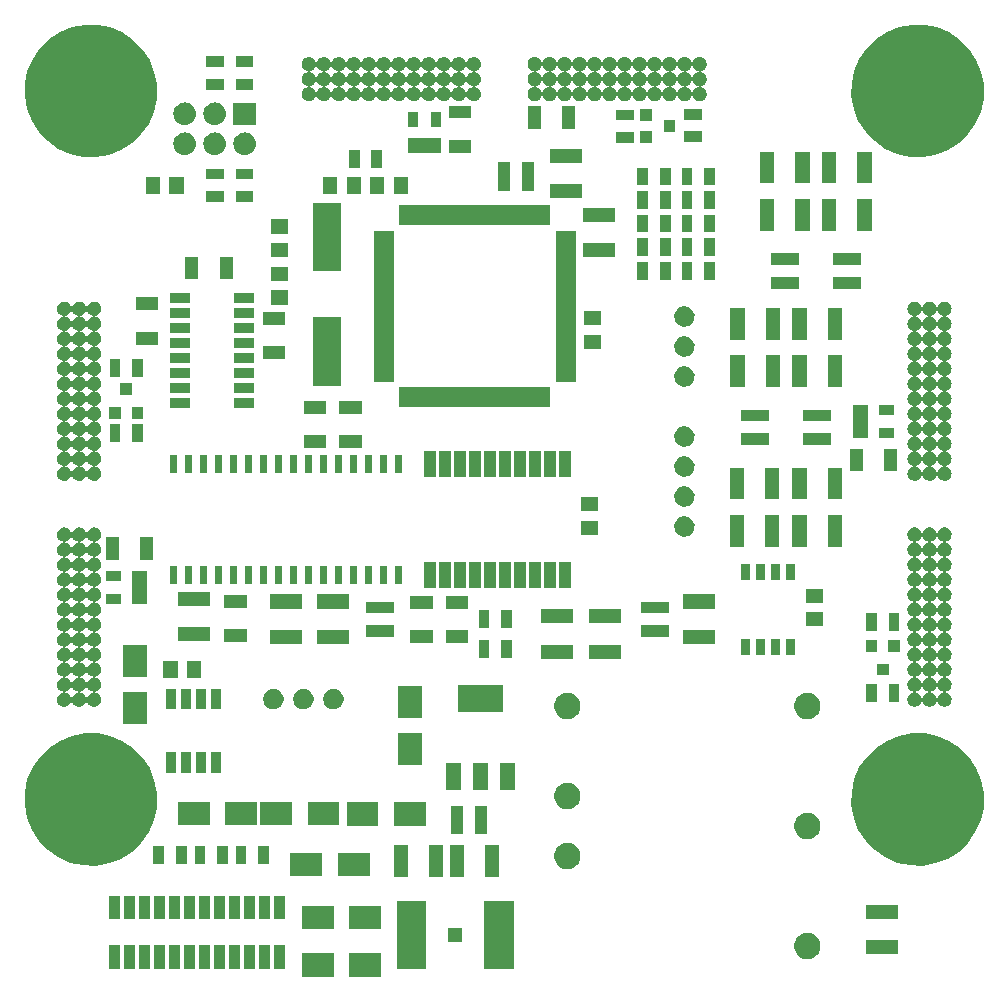
<source format=gts>
G04 #@! TF.FileFunction,Soldermask,Top*
%FSLAX46Y46*%
G04 Gerber Fmt 4.6, Leading zero omitted, Abs format (unit mm)*
G04 Created by KiCad (PCBNEW 4.0.7+dfsg1-1~bpo9+1) date Mon Jul 16 17:38:54 2018*
%MOMM*%
%LPD*%
G01*
G04 APERTURE LIST*
%ADD10C,0.100000*%
%ADD11C,0.200000*%
G04 APERTURE END LIST*
D10*
D11*
X95861752Y-135995248D02*
X95861752Y-136995248D01*
D10*
G36*
X89598660Y-140000430D02*
X86899300Y-140000430D01*
X86899300Y-137999570D01*
X89598660Y-137999570D01*
X89598660Y-140000430D01*
X89598660Y-140000430D01*
G37*
G36*
X85600700Y-140000430D02*
X82901340Y-140000430D01*
X82901340Y-137999570D01*
X85600700Y-137999570D01*
X85600700Y-140000430D01*
X85600700Y-140000430D01*
G37*
G36*
X93411752Y-139395248D02*
X90911752Y-139395248D01*
X90911752Y-133595248D01*
X93411752Y-133595248D01*
X93411752Y-139395248D01*
X93411752Y-139395248D01*
G37*
G36*
X100811752Y-139395248D02*
X98311752Y-139395248D01*
X98311752Y-133595248D01*
X100811752Y-133595248D01*
X100811752Y-139395248D01*
X100811752Y-139395248D01*
G37*
G36*
X81450000Y-139365000D02*
X80490000Y-139365000D01*
X80490000Y-137365000D01*
X81450000Y-137365000D01*
X81450000Y-139365000D01*
X81450000Y-139365000D01*
G37*
G36*
X68750000Y-139365000D02*
X67790000Y-139365000D01*
X67790000Y-137365000D01*
X68750000Y-137365000D01*
X68750000Y-139365000D01*
X68750000Y-139365000D01*
G37*
G36*
X67480000Y-139365000D02*
X66520000Y-139365000D01*
X66520000Y-137365000D01*
X67480000Y-137365000D01*
X67480000Y-139365000D01*
X67480000Y-139365000D01*
G37*
G36*
X80180000Y-139365000D02*
X79220000Y-139365000D01*
X79220000Y-137365000D01*
X80180000Y-137365000D01*
X80180000Y-139365000D01*
X80180000Y-139365000D01*
G37*
G36*
X78910000Y-139365000D02*
X77950000Y-139365000D01*
X77950000Y-137365000D01*
X78910000Y-137365000D01*
X78910000Y-139365000D01*
X78910000Y-139365000D01*
G37*
G36*
X77640000Y-139365000D02*
X76680000Y-139365000D01*
X76680000Y-137365000D01*
X77640000Y-137365000D01*
X77640000Y-139365000D01*
X77640000Y-139365000D01*
G37*
G36*
X75100000Y-139365000D02*
X74140000Y-139365000D01*
X74140000Y-137365000D01*
X75100000Y-137365000D01*
X75100000Y-139365000D01*
X75100000Y-139365000D01*
G37*
G36*
X73830000Y-139365000D02*
X72870000Y-139365000D01*
X72870000Y-137365000D01*
X73830000Y-137365000D01*
X73830000Y-139365000D01*
X73830000Y-139365000D01*
G37*
G36*
X70020000Y-139365000D02*
X69060000Y-139365000D01*
X69060000Y-137365000D01*
X70020000Y-137365000D01*
X70020000Y-139365000D01*
X70020000Y-139365000D01*
G37*
G36*
X72560000Y-139365000D02*
X71600000Y-139365000D01*
X71600000Y-137365000D01*
X72560000Y-137365000D01*
X72560000Y-139365000D01*
X72560000Y-139365000D01*
G37*
G36*
X71290000Y-139365000D02*
X70330000Y-139365000D01*
X70330000Y-137365000D01*
X71290000Y-137365000D01*
X71290000Y-139365000D01*
X71290000Y-139365000D01*
G37*
G36*
X76370000Y-139365000D02*
X75410000Y-139365000D01*
X75410000Y-137365000D01*
X76370000Y-137365000D01*
X76370000Y-139365000D01*
X76370000Y-139365000D01*
G37*
G36*
X125777218Y-136294741D02*
X125991609Y-136338750D01*
X126193364Y-136423560D01*
X126374808Y-136545944D01*
X126529028Y-136701245D01*
X126650138Y-136883532D01*
X126733540Y-137085877D01*
X126775982Y-137300227D01*
X126775982Y-137300237D01*
X126776048Y-137300571D01*
X126772557Y-137550549D01*
X126772481Y-137550883D01*
X126772481Y-137550895D01*
X126724073Y-137763968D01*
X126635054Y-137963907D01*
X126508897Y-138142746D01*
X126350401Y-138293679D01*
X126165616Y-138410947D01*
X125961567Y-138490094D01*
X125746035Y-138528097D01*
X125527224Y-138523514D01*
X125313464Y-138476516D01*
X125112913Y-138388897D01*
X124933198Y-138263991D01*
X124781163Y-138106554D01*
X124662607Y-137922593D01*
X124582039Y-137719102D01*
X124542530Y-137503833D01*
X124545587Y-137284997D01*
X124591089Y-137070924D01*
X124677308Y-136869760D01*
X124800956Y-136689177D01*
X124957327Y-136536047D01*
X125140459Y-136416209D01*
X125343382Y-136334222D01*
X125558361Y-136293213D01*
X125777218Y-136294741D01*
X125777218Y-136294741D01*
G37*
G36*
X133350000Y-138100000D02*
X130650000Y-138100000D01*
X130650000Y-136900000D01*
X133350000Y-136900000D01*
X133350000Y-138100000D01*
X133350000Y-138100000D01*
G37*
G36*
X96461752Y-137095248D02*
X95261752Y-137095248D01*
X95261752Y-135895248D01*
X96461752Y-135895248D01*
X96461752Y-137095248D01*
X96461752Y-137095248D01*
G37*
G36*
X85600700Y-136000430D02*
X82901340Y-136000430D01*
X82901340Y-133999570D01*
X85600700Y-133999570D01*
X85600700Y-136000430D01*
X85600700Y-136000430D01*
G37*
G36*
X89598660Y-136000430D02*
X86899300Y-136000430D01*
X86899300Y-133999570D01*
X89598660Y-133999570D01*
X89598660Y-136000430D01*
X89598660Y-136000430D01*
G37*
G36*
X80180000Y-135165000D02*
X79220000Y-135165000D01*
X79220000Y-133165000D01*
X80180000Y-133165000D01*
X80180000Y-135165000D01*
X80180000Y-135165000D01*
G37*
G36*
X77640000Y-135165000D02*
X76680000Y-135165000D01*
X76680000Y-133165000D01*
X77640000Y-133165000D01*
X77640000Y-135165000D01*
X77640000Y-135165000D01*
G37*
G36*
X76370000Y-135165000D02*
X75410000Y-135165000D01*
X75410000Y-133165000D01*
X76370000Y-133165000D01*
X76370000Y-135165000D01*
X76370000Y-135165000D01*
G37*
G36*
X75100000Y-135165000D02*
X74140000Y-135165000D01*
X74140000Y-133165000D01*
X75100000Y-133165000D01*
X75100000Y-135165000D01*
X75100000Y-135165000D01*
G37*
G36*
X67480000Y-135165000D02*
X66520000Y-135165000D01*
X66520000Y-133165000D01*
X67480000Y-133165000D01*
X67480000Y-135165000D01*
X67480000Y-135165000D01*
G37*
G36*
X68750000Y-135165000D02*
X67790000Y-135165000D01*
X67790000Y-133165000D01*
X68750000Y-133165000D01*
X68750000Y-135165000D01*
X68750000Y-135165000D01*
G37*
G36*
X72560000Y-135165000D02*
X71600000Y-135165000D01*
X71600000Y-133165000D01*
X72560000Y-133165000D01*
X72560000Y-135165000D01*
X72560000Y-135165000D01*
G37*
G36*
X73830000Y-135165000D02*
X72870000Y-135165000D01*
X72870000Y-133165000D01*
X73830000Y-133165000D01*
X73830000Y-135165000D01*
X73830000Y-135165000D01*
G37*
G36*
X81450000Y-135165000D02*
X80490000Y-135165000D01*
X80490000Y-133165000D01*
X81450000Y-133165000D01*
X81450000Y-135165000D01*
X81450000Y-135165000D01*
G37*
G36*
X78910000Y-135165000D02*
X77950000Y-135165000D01*
X77950000Y-133165000D01*
X78910000Y-133165000D01*
X78910000Y-135165000D01*
X78910000Y-135165000D01*
G37*
G36*
X70020000Y-135165000D02*
X69060000Y-135165000D01*
X69060000Y-133165000D01*
X70020000Y-133165000D01*
X70020000Y-135165000D01*
X70020000Y-135165000D01*
G37*
G36*
X71290000Y-135165000D02*
X70330000Y-135165000D01*
X70330000Y-133165000D01*
X71290000Y-133165000D01*
X71290000Y-135165000D01*
X71290000Y-135165000D01*
G37*
G36*
X133350000Y-135100000D02*
X130650000Y-135100000D01*
X130650000Y-133900000D01*
X133350000Y-133900000D01*
X133350000Y-135100000D01*
X133350000Y-135100000D01*
G37*
G36*
X94850000Y-131600000D02*
X93650000Y-131600000D01*
X93650000Y-128900000D01*
X94850000Y-128900000D01*
X94850000Y-131600000D01*
X94850000Y-131600000D01*
G37*
G36*
X91850000Y-131600000D02*
X90650000Y-131600000D01*
X90650000Y-128900000D01*
X91850000Y-128900000D01*
X91850000Y-131600000D01*
X91850000Y-131600000D01*
G37*
G36*
X96600000Y-131600000D02*
X95400000Y-131600000D01*
X95400000Y-128900000D01*
X96600000Y-128900000D01*
X96600000Y-131600000D01*
X96600000Y-131600000D01*
G37*
G36*
X99600000Y-131600000D02*
X98400000Y-131600000D01*
X98400000Y-128900000D01*
X99600000Y-128900000D01*
X99600000Y-131600000D01*
X99600000Y-131600000D01*
G37*
G36*
X84599680Y-131500430D02*
X81900320Y-131500430D01*
X81900320Y-129499570D01*
X84599680Y-129499570D01*
X84599680Y-131500430D01*
X84599680Y-131500430D01*
G37*
G36*
X88597640Y-131500430D02*
X85898280Y-131500430D01*
X85898280Y-129499570D01*
X88597640Y-129499570D01*
X88597640Y-131500430D01*
X88597640Y-131500430D01*
G37*
G36*
X105457218Y-128674741D02*
X105671609Y-128718750D01*
X105873364Y-128803560D01*
X106054808Y-128925944D01*
X106209028Y-129081245D01*
X106330138Y-129263532D01*
X106413540Y-129465877D01*
X106455982Y-129680227D01*
X106455982Y-129680237D01*
X106456048Y-129680571D01*
X106452557Y-129930549D01*
X106452481Y-129930883D01*
X106452481Y-129930895D01*
X106404073Y-130143968D01*
X106315054Y-130343907D01*
X106188897Y-130522746D01*
X106030401Y-130673679D01*
X105845616Y-130790947D01*
X105641567Y-130870094D01*
X105426035Y-130908097D01*
X105207224Y-130903514D01*
X104993464Y-130856516D01*
X104792913Y-130768897D01*
X104613198Y-130643991D01*
X104461163Y-130486554D01*
X104342607Y-130302593D01*
X104262039Y-130099102D01*
X104222530Y-129883833D01*
X104225587Y-129664997D01*
X104271089Y-129450924D01*
X104357308Y-129249760D01*
X104480956Y-129069177D01*
X104637327Y-128916047D01*
X104820459Y-128796209D01*
X105023382Y-128714222D01*
X105238361Y-128673213D01*
X105457218Y-128674741D01*
X105457218Y-128674741D01*
G37*
G36*
X65588191Y-119403728D02*
X66663980Y-119624556D01*
X67676382Y-120050131D01*
X68586846Y-120664246D01*
X69360690Y-121443511D01*
X69968435Y-122358240D01*
X70386929Y-123373586D01*
X70600174Y-124450548D01*
X70600174Y-124450558D01*
X70600240Y-124450892D01*
X70582725Y-125705262D01*
X70582648Y-125705600D01*
X70582648Y-125705608D01*
X70339420Y-126776186D01*
X69892734Y-127779459D01*
X69259687Y-128676861D01*
X68464384Y-129434216D01*
X67537133Y-130022667D01*
X66513238Y-130419811D01*
X65431708Y-130610513D01*
X64333732Y-130587515D01*
X63261127Y-130351687D01*
X62254766Y-129912019D01*
X61352966Y-129285251D01*
X60590078Y-128495258D01*
X59995168Y-127572137D01*
X59590886Y-126551040D01*
X59392636Y-125470860D01*
X59407971Y-124372752D01*
X59636301Y-123298537D01*
X60068937Y-122289125D01*
X60689393Y-121382971D01*
X61474040Y-120614587D01*
X62392988Y-120013245D01*
X63411237Y-119601845D01*
X64489998Y-119396061D01*
X65588191Y-119403728D01*
X65588191Y-119403728D01*
G37*
G36*
X135588191Y-119403728D02*
X136663980Y-119624556D01*
X137676382Y-120050131D01*
X138586846Y-120664246D01*
X139360690Y-121443511D01*
X139968435Y-122358240D01*
X140386929Y-123373586D01*
X140600174Y-124450548D01*
X140600174Y-124450558D01*
X140600240Y-124450892D01*
X140582725Y-125705262D01*
X140582648Y-125705600D01*
X140582648Y-125705608D01*
X140339420Y-126776186D01*
X139892734Y-127779459D01*
X139259687Y-128676861D01*
X138464384Y-129434216D01*
X137537133Y-130022667D01*
X136513238Y-130419811D01*
X135431708Y-130610513D01*
X134333732Y-130587515D01*
X133261127Y-130351687D01*
X132254766Y-129912019D01*
X131352966Y-129285251D01*
X130590078Y-128495258D01*
X129995168Y-127572137D01*
X129590886Y-126551040D01*
X129392636Y-125470860D01*
X129407971Y-124372752D01*
X129636301Y-123298537D01*
X130068937Y-122289125D01*
X130689393Y-121382971D01*
X131474040Y-120614587D01*
X132392988Y-120013245D01*
X133411237Y-119601845D01*
X134489998Y-119396061D01*
X135588191Y-119403728D01*
X135588191Y-119403728D01*
G37*
G36*
X71202876Y-130440452D02*
X70302876Y-130440452D01*
X70302876Y-128940452D01*
X71202876Y-128940452D01*
X71202876Y-130440452D01*
X71202876Y-130440452D01*
G37*
G36*
X76602876Y-130440452D02*
X75702876Y-130440452D01*
X75702876Y-128940452D01*
X76602876Y-128940452D01*
X76602876Y-130440452D01*
X76602876Y-130440452D01*
G37*
G36*
X80052876Y-130440452D02*
X79152876Y-130440452D01*
X79152876Y-128940452D01*
X80052876Y-128940452D01*
X80052876Y-130440452D01*
X80052876Y-130440452D01*
G37*
G36*
X78152876Y-130440452D02*
X77252876Y-130440452D01*
X77252876Y-128940452D01*
X78152876Y-128940452D01*
X78152876Y-130440452D01*
X78152876Y-130440452D01*
G37*
G36*
X73102876Y-130440452D02*
X72202876Y-130440452D01*
X72202876Y-128940452D01*
X73102876Y-128940452D01*
X73102876Y-130440452D01*
X73102876Y-130440452D01*
G37*
G36*
X74702876Y-130440452D02*
X73802876Y-130440452D01*
X73802876Y-128940452D01*
X74702876Y-128940452D01*
X74702876Y-130440452D01*
X74702876Y-130440452D01*
G37*
G36*
X125777218Y-126134741D02*
X125991609Y-126178750D01*
X126193364Y-126263560D01*
X126374808Y-126385944D01*
X126529028Y-126541245D01*
X126650138Y-126723532D01*
X126733540Y-126925877D01*
X126775982Y-127140227D01*
X126775982Y-127140237D01*
X126776048Y-127140571D01*
X126772557Y-127390549D01*
X126772481Y-127390883D01*
X126772481Y-127390895D01*
X126724073Y-127603968D01*
X126635054Y-127803907D01*
X126508897Y-127982746D01*
X126350401Y-128133679D01*
X126165616Y-128250947D01*
X125961567Y-128330094D01*
X125746035Y-128368097D01*
X125527224Y-128363514D01*
X125313464Y-128316516D01*
X125112913Y-128228897D01*
X124933198Y-128103991D01*
X124781163Y-127946554D01*
X124662607Y-127762593D01*
X124582039Y-127559102D01*
X124542530Y-127343833D01*
X124545587Y-127124997D01*
X124591089Y-126910924D01*
X124677308Y-126709760D01*
X124800956Y-126529177D01*
X124957327Y-126376047D01*
X125140459Y-126256209D01*
X125343382Y-126174222D01*
X125558361Y-126133213D01*
X125777218Y-126134741D01*
X125777218Y-126134741D01*
G37*
G36*
X98500000Y-127950000D02*
X97500000Y-127950000D01*
X97500000Y-125550000D01*
X98500000Y-125550000D01*
X98500000Y-127950000D01*
X98500000Y-127950000D01*
G37*
G36*
X96500000Y-127950000D02*
X95500000Y-127950000D01*
X95500000Y-125550000D01*
X96500000Y-125550000D01*
X96500000Y-127950000D01*
X96500000Y-127950000D01*
G37*
G36*
X93348660Y-127250430D02*
X90649300Y-127250430D01*
X90649300Y-125249570D01*
X93348660Y-125249570D01*
X93348660Y-127250430D01*
X93348660Y-127250430D01*
G37*
G36*
X89350700Y-127250430D02*
X86651340Y-127250430D01*
X86651340Y-125249570D01*
X89350700Y-125249570D01*
X89350700Y-127250430D01*
X89350700Y-127250430D01*
G37*
G36*
X86051536Y-127190882D02*
X83352176Y-127190882D01*
X83352176Y-125190022D01*
X86051536Y-125190022D01*
X86051536Y-127190882D01*
X86051536Y-127190882D01*
G37*
G36*
X75053576Y-127190882D02*
X72354216Y-127190882D01*
X72354216Y-125190022D01*
X75053576Y-125190022D01*
X75053576Y-127190882D01*
X75053576Y-127190882D01*
G37*
G36*
X82053576Y-127190882D02*
X79354216Y-127190882D01*
X79354216Y-125190022D01*
X82053576Y-125190022D01*
X82053576Y-127190882D01*
X82053576Y-127190882D01*
G37*
G36*
X79051536Y-127190882D02*
X76352176Y-127190882D01*
X76352176Y-125190022D01*
X79051536Y-125190022D01*
X79051536Y-127190882D01*
X79051536Y-127190882D01*
G37*
G36*
X105457218Y-123594741D02*
X105671609Y-123638750D01*
X105873364Y-123723560D01*
X106054808Y-123845944D01*
X106209028Y-124001245D01*
X106330138Y-124183532D01*
X106413540Y-124385877D01*
X106455982Y-124600227D01*
X106455982Y-124600237D01*
X106456048Y-124600571D01*
X106452557Y-124850549D01*
X106452481Y-124850883D01*
X106452481Y-124850895D01*
X106404073Y-125063968D01*
X106315054Y-125263907D01*
X106188897Y-125442746D01*
X106030401Y-125593679D01*
X105845616Y-125710947D01*
X105641567Y-125790094D01*
X105426035Y-125828097D01*
X105207224Y-125823514D01*
X104993464Y-125776516D01*
X104792913Y-125688897D01*
X104613198Y-125563991D01*
X104461163Y-125406554D01*
X104342607Y-125222593D01*
X104262039Y-125019102D01*
X104222530Y-124803833D01*
X104225587Y-124584997D01*
X104271089Y-124370924D01*
X104357308Y-124169760D01*
X104480956Y-123989177D01*
X104637327Y-123836047D01*
X104820459Y-123716209D01*
X105023382Y-123634222D01*
X105238361Y-123593213D01*
X105457218Y-123594741D01*
X105457218Y-123594741D01*
G37*
G36*
X98608000Y-124168000D02*
X97392000Y-124168000D01*
X97392000Y-121936000D01*
X98608000Y-121936000D01*
X98608000Y-124168000D01*
X98608000Y-124168000D01*
G37*
G36*
X100894000Y-124168000D02*
X99678000Y-124168000D01*
X99678000Y-121936000D01*
X100894000Y-121936000D01*
X100894000Y-124168000D01*
X100894000Y-124168000D01*
G37*
G36*
X96322000Y-124168000D02*
X95106000Y-124168000D01*
X95106000Y-121936000D01*
X96322000Y-121936000D01*
X96322000Y-124168000D01*
X96322000Y-124168000D01*
G37*
G36*
X72197876Y-122765452D02*
X71397876Y-122765452D01*
X71397876Y-121015452D01*
X72197876Y-121015452D01*
X72197876Y-122765452D01*
X72197876Y-122765452D01*
G37*
G36*
X76007876Y-122765452D02*
X75207876Y-122765452D01*
X75207876Y-121015452D01*
X76007876Y-121015452D01*
X76007876Y-122765452D01*
X76007876Y-122765452D01*
G37*
G36*
X73467876Y-122765452D02*
X72667876Y-122765452D01*
X72667876Y-121015452D01*
X73467876Y-121015452D01*
X73467876Y-122765452D01*
X73467876Y-122765452D01*
G37*
G36*
X74737876Y-122765452D02*
X73937876Y-122765452D01*
X73937876Y-121015452D01*
X74737876Y-121015452D01*
X74737876Y-122765452D01*
X74737876Y-122765452D01*
G37*
G36*
X93000430Y-122098660D02*
X90999570Y-122098660D01*
X90999570Y-119399300D01*
X93000430Y-119399300D01*
X93000430Y-122098660D01*
X93000430Y-122098660D01*
G37*
G36*
X69750430Y-118598660D02*
X67749570Y-118598660D01*
X67749570Y-115899300D01*
X69750430Y-115899300D01*
X69750430Y-118598660D01*
X69750430Y-118598660D01*
G37*
G36*
X125777218Y-115974741D02*
X125991609Y-116018750D01*
X126193364Y-116103560D01*
X126374808Y-116225944D01*
X126529028Y-116381245D01*
X126650138Y-116563532D01*
X126733540Y-116765877D01*
X126775982Y-116980227D01*
X126775982Y-116980237D01*
X126776048Y-116980571D01*
X126772557Y-117230549D01*
X126772481Y-117230883D01*
X126772481Y-117230895D01*
X126724073Y-117443968D01*
X126635054Y-117643907D01*
X126508897Y-117822746D01*
X126350401Y-117973679D01*
X126165616Y-118090947D01*
X125961567Y-118170094D01*
X125746035Y-118208097D01*
X125527224Y-118203514D01*
X125313464Y-118156516D01*
X125112913Y-118068897D01*
X124933198Y-117943991D01*
X124781163Y-117786554D01*
X124662607Y-117602593D01*
X124582039Y-117399102D01*
X124542530Y-117183833D01*
X124545587Y-116964997D01*
X124591089Y-116750924D01*
X124677308Y-116549760D01*
X124800956Y-116369177D01*
X124957327Y-116216047D01*
X125140459Y-116096209D01*
X125343382Y-116014222D01*
X125558361Y-115973213D01*
X125777218Y-115974741D01*
X125777218Y-115974741D01*
G37*
G36*
X105457218Y-115974741D02*
X105671609Y-116018750D01*
X105873364Y-116103560D01*
X106054808Y-116225944D01*
X106209028Y-116381245D01*
X106330138Y-116563532D01*
X106413540Y-116765877D01*
X106455982Y-116980227D01*
X106455982Y-116980237D01*
X106456048Y-116980571D01*
X106452557Y-117230549D01*
X106452481Y-117230883D01*
X106452481Y-117230895D01*
X106404073Y-117443968D01*
X106315054Y-117643907D01*
X106188897Y-117822746D01*
X106030401Y-117973679D01*
X105845616Y-118090947D01*
X105641567Y-118170094D01*
X105426035Y-118208097D01*
X105207224Y-118203514D01*
X104993464Y-118156516D01*
X104792913Y-118068897D01*
X104613198Y-117943991D01*
X104461163Y-117786554D01*
X104342607Y-117602593D01*
X104262039Y-117399102D01*
X104222530Y-117183833D01*
X104225587Y-116964997D01*
X104271089Y-116750924D01*
X104357308Y-116549760D01*
X104480956Y-116369177D01*
X104637327Y-116216047D01*
X104820459Y-116096209D01*
X105023382Y-116014222D01*
X105238361Y-115973213D01*
X105457218Y-115974741D01*
X105457218Y-115974741D01*
G37*
G36*
X93000430Y-118100700D02*
X90999570Y-118100700D01*
X90999570Y-115401340D01*
X93000430Y-115401340D01*
X93000430Y-118100700D01*
X93000430Y-118100700D01*
G37*
G36*
X99928800Y-117564000D02*
X96071200Y-117564000D01*
X96071200Y-115332000D01*
X99928800Y-115332000D01*
X99928800Y-117564000D01*
X99928800Y-117564000D01*
G37*
G36*
X72197876Y-117365452D02*
X71397876Y-117365452D01*
X71397876Y-115615452D01*
X72197876Y-115615452D01*
X72197876Y-117365452D01*
X72197876Y-117365452D01*
G37*
G36*
X73467876Y-117365452D02*
X72667876Y-117365452D01*
X72667876Y-115615452D01*
X73467876Y-115615452D01*
X73467876Y-117365452D01*
X73467876Y-117365452D01*
G37*
G36*
X74737876Y-117365452D02*
X73937876Y-117365452D01*
X73937876Y-115615452D01*
X74737876Y-115615452D01*
X74737876Y-117365452D01*
X74737876Y-117365452D01*
G37*
G36*
X76007876Y-117365452D02*
X75207876Y-117365452D01*
X75207876Y-115615452D01*
X76007876Y-115615452D01*
X76007876Y-117365452D01*
X76007876Y-117365452D01*
G37*
G36*
X85630539Y-115638572D02*
X85796136Y-115672564D01*
X85951971Y-115738072D01*
X86092119Y-115832602D01*
X86211237Y-115952555D01*
X86304788Y-116093359D01*
X86369203Y-116249645D01*
X86401971Y-116415133D01*
X86401971Y-116415143D01*
X86402037Y-116415477D01*
X86399341Y-116608560D01*
X86399265Y-116608894D01*
X86399265Y-116608905D01*
X86361891Y-116773406D01*
X86293133Y-116927839D01*
X86195690Y-117065974D01*
X86073266Y-117182556D01*
X85930539Y-117273134D01*
X85772931Y-117334267D01*
X85606454Y-117363620D01*
X85437444Y-117360081D01*
X85272336Y-117323779D01*
X85117431Y-117256103D01*
X84978613Y-117159622D01*
X84861184Y-117038020D01*
X84769612Y-116895928D01*
X84707381Y-116738752D01*
X84676864Y-116572476D01*
X84679225Y-116403447D01*
X84714371Y-116238097D01*
X84780967Y-116082718D01*
X84876473Y-115943235D01*
X84997254Y-115824957D01*
X85138705Y-115732394D01*
X85295444Y-115669067D01*
X85461493Y-115637392D01*
X85630539Y-115638572D01*
X85630539Y-115638572D01*
G37*
G36*
X83090539Y-115638572D02*
X83256136Y-115672564D01*
X83411971Y-115738072D01*
X83552119Y-115832602D01*
X83671237Y-115952555D01*
X83764788Y-116093359D01*
X83829203Y-116249645D01*
X83861971Y-116415133D01*
X83861971Y-116415143D01*
X83862037Y-116415477D01*
X83859341Y-116608560D01*
X83859265Y-116608894D01*
X83859265Y-116608905D01*
X83821891Y-116773406D01*
X83753133Y-116927839D01*
X83655690Y-117065974D01*
X83533266Y-117182556D01*
X83390539Y-117273134D01*
X83232931Y-117334267D01*
X83066454Y-117363620D01*
X82897444Y-117360081D01*
X82732336Y-117323779D01*
X82577431Y-117256103D01*
X82438613Y-117159622D01*
X82321184Y-117038020D01*
X82229612Y-116895928D01*
X82167381Y-116738752D01*
X82136864Y-116572476D01*
X82139225Y-116403447D01*
X82174371Y-116238097D01*
X82240967Y-116082718D01*
X82336473Y-115943235D01*
X82457254Y-115824957D01*
X82598705Y-115732394D01*
X82755444Y-115669067D01*
X82921493Y-115637392D01*
X83090539Y-115638572D01*
X83090539Y-115638572D01*
G37*
G36*
X80550539Y-115638572D02*
X80716136Y-115672564D01*
X80871971Y-115738072D01*
X81012119Y-115832602D01*
X81131237Y-115952555D01*
X81224788Y-116093359D01*
X81289203Y-116249645D01*
X81321971Y-116415133D01*
X81321971Y-116415143D01*
X81322037Y-116415477D01*
X81319341Y-116608560D01*
X81319265Y-116608894D01*
X81319265Y-116608905D01*
X81281891Y-116773406D01*
X81213133Y-116927839D01*
X81115690Y-117065974D01*
X80993266Y-117182556D01*
X80850539Y-117273134D01*
X80692931Y-117334267D01*
X80526454Y-117363620D01*
X80357444Y-117360081D01*
X80192336Y-117323779D01*
X80037431Y-117256103D01*
X79898613Y-117159622D01*
X79781184Y-117038020D01*
X79689612Y-116895928D01*
X79627381Y-116738752D01*
X79596864Y-116572476D01*
X79599225Y-116403447D01*
X79634371Y-116238097D01*
X79700967Y-116082718D01*
X79796473Y-115943235D01*
X79917254Y-115824957D01*
X80058705Y-115732394D01*
X80215444Y-115669067D01*
X80381493Y-115637392D01*
X80550539Y-115638572D01*
X80550539Y-115638572D01*
G37*
G36*
X65333020Y-101975398D02*
X65448285Y-101999059D01*
X65556755Y-102044655D01*
X65654308Y-102110455D01*
X65737217Y-102193945D01*
X65802336Y-102291956D01*
X65847171Y-102400737D01*
X65869960Y-102515823D01*
X65869960Y-102515833D01*
X65870026Y-102516167D01*
X65868149Y-102650564D01*
X65868073Y-102650898D01*
X65868073Y-102650910D01*
X65842084Y-102765305D01*
X65794223Y-102872800D01*
X65726398Y-102968949D01*
X65641182Y-103050098D01*
X65541837Y-103113145D01*
X65432133Y-103155696D01*
X65401877Y-103161031D01*
X65388503Y-103165399D01*
X65376875Y-103173320D01*
X65367914Y-103184167D01*
X65362330Y-103197081D01*
X65360565Y-103211039D01*
X65362758Y-103224937D01*
X65368737Y-103237673D01*
X65378027Y-103248240D01*
X65389892Y-103255800D01*
X65400505Y-103259250D01*
X65448285Y-103269058D01*
X65556755Y-103314655D01*
X65654308Y-103380455D01*
X65737217Y-103463945D01*
X65802336Y-103561956D01*
X65847171Y-103670737D01*
X65869960Y-103785823D01*
X65869960Y-103785833D01*
X65870026Y-103786167D01*
X65868149Y-103920564D01*
X65868073Y-103920898D01*
X65868073Y-103920910D01*
X65842084Y-104035305D01*
X65794223Y-104142800D01*
X65726398Y-104238949D01*
X65641182Y-104320098D01*
X65541837Y-104383145D01*
X65432133Y-104425696D01*
X65401877Y-104431031D01*
X65388503Y-104435399D01*
X65376875Y-104443320D01*
X65367914Y-104454167D01*
X65362330Y-104467081D01*
X65360565Y-104481039D01*
X65362758Y-104494937D01*
X65368737Y-104507673D01*
X65378027Y-104518240D01*
X65389892Y-104525800D01*
X65400505Y-104529250D01*
X65448285Y-104539058D01*
X65556755Y-104584655D01*
X65654308Y-104650455D01*
X65737217Y-104733945D01*
X65802336Y-104831956D01*
X65847171Y-104940737D01*
X65869960Y-105055823D01*
X65869960Y-105055833D01*
X65870026Y-105056167D01*
X65868149Y-105190564D01*
X65868073Y-105190898D01*
X65868073Y-105190910D01*
X65842084Y-105305305D01*
X65794223Y-105412800D01*
X65726398Y-105508949D01*
X65641182Y-105590098D01*
X65541837Y-105653145D01*
X65432133Y-105695696D01*
X65401877Y-105701031D01*
X65388503Y-105705399D01*
X65376875Y-105713320D01*
X65367914Y-105724167D01*
X65362330Y-105737081D01*
X65360565Y-105751039D01*
X65362758Y-105764937D01*
X65368737Y-105777673D01*
X65378027Y-105788240D01*
X65389892Y-105795800D01*
X65400505Y-105799250D01*
X65448285Y-105809058D01*
X65556755Y-105854655D01*
X65654308Y-105920455D01*
X65737217Y-106003945D01*
X65802336Y-106101956D01*
X65847171Y-106210737D01*
X65869960Y-106325823D01*
X65869960Y-106325833D01*
X65870026Y-106326167D01*
X65868149Y-106460564D01*
X65868073Y-106460898D01*
X65868073Y-106460910D01*
X65842084Y-106575305D01*
X65794223Y-106682800D01*
X65726398Y-106778949D01*
X65641182Y-106860098D01*
X65541837Y-106923145D01*
X65432133Y-106965696D01*
X65401877Y-106971031D01*
X65388503Y-106975399D01*
X65376875Y-106983320D01*
X65367914Y-106994167D01*
X65362330Y-107007081D01*
X65360565Y-107021039D01*
X65362758Y-107034937D01*
X65368737Y-107047673D01*
X65378027Y-107058240D01*
X65389892Y-107065800D01*
X65400505Y-107069250D01*
X65448285Y-107079058D01*
X65556755Y-107124655D01*
X65654308Y-107190455D01*
X65737217Y-107273945D01*
X65802336Y-107371956D01*
X65847171Y-107480737D01*
X65869960Y-107595823D01*
X65869960Y-107595833D01*
X65870026Y-107596167D01*
X65868149Y-107730564D01*
X65868073Y-107730898D01*
X65868073Y-107730910D01*
X65842084Y-107845305D01*
X65794223Y-107952800D01*
X65726398Y-108048949D01*
X65641182Y-108130098D01*
X65541837Y-108193145D01*
X65432133Y-108235696D01*
X65401877Y-108241031D01*
X65388503Y-108245399D01*
X65376875Y-108253320D01*
X65367914Y-108264167D01*
X65362330Y-108277081D01*
X65360565Y-108291039D01*
X65362758Y-108304937D01*
X65368737Y-108317673D01*
X65378027Y-108328240D01*
X65389892Y-108335800D01*
X65400505Y-108339250D01*
X65448285Y-108349058D01*
X65556755Y-108394655D01*
X65654308Y-108460455D01*
X65737217Y-108543945D01*
X65802336Y-108641956D01*
X65847171Y-108750737D01*
X65869960Y-108865823D01*
X65869960Y-108865833D01*
X65870026Y-108866167D01*
X65868149Y-109000564D01*
X65868073Y-109000898D01*
X65868073Y-109000910D01*
X65842084Y-109115305D01*
X65794223Y-109222800D01*
X65726398Y-109318949D01*
X65641182Y-109400098D01*
X65541837Y-109463145D01*
X65432133Y-109505696D01*
X65401877Y-109511031D01*
X65388503Y-109515399D01*
X65376875Y-109523320D01*
X65367914Y-109534167D01*
X65362330Y-109547081D01*
X65360565Y-109561039D01*
X65362758Y-109574937D01*
X65368737Y-109587673D01*
X65378027Y-109598240D01*
X65389892Y-109605800D01*
X65400505Y-109609250D01*
X65448285Y-109619058D01*
X65556755Y-109664655D01*
X65654308Y-109730455D01*
X65737217Y-109813945D01*
X65802336Y-109911956D01*
X65847171Y-110020737D01*
X65869960Y-110135823D01*
X65869960Y-110135833D01*
X65870026Y-110136167D01*
X65868149Y-110270564D01*
X65868073Y-110270898D01*
X65868073Y-110270910D01*
X65842084Y-110385305D01*
X65794223Y-110492800D01*
X65726398Y-110588949D01*
X65641182Y-110670098D01*
X65541837Y-110733145D01*
X65432133Y-110775696D01*
X65401877Y-110781031D01*
X65388503Y-110785399D01*
X65376875Y-110793320D01*
X65367914Y-110804167D01*
X65362330Y-110817081D01*
X65360565Y-110831039D01*
X65362758Y-110844937D01*
X65368737Y-110857673D01*
X65378027Y-110868240D01*
X65389892Y-110875800D01*
X65400505Y-110879250D01*
X65448285Y-110889058D01*
X65556755Y-110934655D01*
X65654308Y-111000455D01*
X65737217Y-111083945D01*
X65802336Y-111181956D01*
X65847171Y-111290737D01*
X65869960Y-111405823D01*
X65869960Y-111405833D01*
X65870026Y-111406167D01*
X65868149Y-111540564D01*
X65868073Y-111540898D01*
X65868073Y-111540910D01*
X65842084Y-111655305D01*
X65794223Y-111762800D01*
X65726398Y-111858949D01*
X65641182Y-111940098D01*
X65541837Y-112003145D01*
X65432133Y-112045696D01*
X65401877Y-112051031D01*
X65388503Y-112055399D01*
X65376875Y-112063320D01*
X65367914Y-112074167D01*
X65362330Y-112087081D01*
X65360565Y-112101039D01*
X65362758Y-112114937D01*
X65368737Y-112127673D01*
X65378027Y-112138240D01*
X65389892Y-112145800D01*
X65400505Y-112149250D01*
X65448285Y-112159058D01*
X65556755Y-112204655D01*
X65654308Y-112270455D01*
X65737217Y-112353945D01*
X65802336Y-112451956D01*
X65847171Y-112560737D01*
X65869960Y-112675823D01*
X65869960Y-112675833D01*
X65870026Y-112676167D01*
X65868149Y-112810564D01*
X65868073Y-112810898D01*
X65868073Y-112810910D01*
X65842084Y-112925305D01*
X65794223Y-113032800D01*
X65726398Y-113128949D01*
X65641182Y-113210098D01*
X65541837Y-113273145D01*
X65432133Y-113315696D01*
X65401877Y-113321031D01*
X65388503Y-113325399D01*
X65376875Y-113333320D01*
X65367914Y-113344167D01*
X65362330Y-113357081D01*
X65360565Y-113371039D01*
X65362758Y-113384937D01*
X65368737Y-113397673D01*
X65378027Y-113408240D01*
X65389892Y-113415800D01*
X65400505Y-113419250D01*
X65448285Y-113429058D01*
X65556755Y-113474655D01*
X65654308Y-113540455D01*
X65737217Y-113623945D01*
X65802336Y-113721956D01*
X65847171Y-113830737D01*
X65869960Y-113945823D01*
X65869960Y-113945833D01*
X65870026Y-113946167D01*
X65868149Y-114080564D01*
X65868073Y-114080898D01*
X65868073Y-114080910D01*
X65842084Y-114195305D01*
X65794223Y-114302800D01*
X65726398Y-114398949D01*
X65641182Y-114480098D01*
X65541837Y-114543145D01*
X65432133Y-114585696D01*
X65401877Y-114591031D01*
X65388503Y-114595399D01*
X65376875Y-114603320D01*
X65367914Y-114614167D01*
X65362330Y-114627081D01*
X65360565Y-114641039D01*
X65362758Y-114654937D01*
X65368737Y-114667673D01*
X65378027Y-114678240D01*
X65389892Y-114685800D01*
X65400505Y-114689250D01*
X65448285Y-114699058D01*
X65556755Y-114744655D01*
X65654308Y-114810455D01*
X65737217Y-114893945D01*
X65802336Y-114991956D01*
X65847171Y-115100737D01*
X65869960Y-115215823D01*
X65869960Y-115215833D01*
X65870026Y-115216167D01*
X65868149Y-115350564D01*
X65868073Y-115350898D01*
X65868073Y-115350910D01*
X65842084Y-115465305D01*
X65794223Y-115572800D01*
X65726398Y-115668949D01*
X65641182Y-115750098D01*
X65541837Y-115813145D01*
X65432133Y-115855696D01*
X65401877Y-115861031D01*
X65388503Y-115865399D01*
X65376875Y-115873320D01*
X65367914Y-115884167D01*
X65362330Y-115897081D01*
X65360565Y-115911039D01*
X65362758Y-115924937D01*
X65368737Y-115937673D01*
X65378027Y-115948240D01*
X65389892Y-115955800D01*
X65400505Y-115959250D01*
X65448285Y-115969058D01*
X65556755Y-116014655D01*
X65654308Y-116080455D01*
X65737217Y-116163945D01*
X65802336Y-116261956D01*
X65847171Y-116370737D01*
X65869960Y-116485823D01*
X65869960Y-116485833D01*
X65870026Y-116486167D01*
X65868149Y-116620564D01*
X65868073Y-116620898D01*
X65868073Y-116620910D01*
X65842084Y-116735305D01*
X65794223Y-116842800D01*
X65726398Y-116938949D01*
X65641182Y-117020098D01*
X65541837Y-117083145D01*
X65432133Y-117125697D01*
X65316257Y-117146128D01*
X65198616Y-117143664D01*
X65083688Y-117118396D01*
X64975867Y-117071290D01*
X64879246Y-117004136D01*
X64797506Y-116919492D01*
X64733767Y-116820589D01*
X64690451Y-116711185D01*
X64683978Y-116675916D01*
X64679516Y-116662572D01*
X64671513Y-116651000D01*
X64660604Y-116642115D01*
X64647651Y-116636622D01*
X64633681Y-116634955D01*
X64619799Y-116637245D01*
X64607105Y-116643313D01*
X64596603Y-116652676D01*
X64589126Y-116664595D01*
X64586041Y-116673865D01*
X64572082Y-116735310D01*
X64524223Y-116842800D01*
X64456398Y-116938949D01*
X64371182Y-117020098D01*
X64271837Y-117083145D01*
X64162133Y-117125697D01*
X64046257Y-117146128D01*
X63928616Y-117143664D01*
X63813688Y-117118396D01*
X63705867Y-117071290D01*
X63609246Y-117004136D01*
X63527506Y-116919492D01*
X63463767Y-116820589D01*
X63420451Y-116711185D01*
X63413978Y-116675916D01*
X63409516Y-116662572D01*
X63401513Y-116651000D01*
X63390604Y-116642115D01*
X63377651Y-116636622D01*
X63363681Y-116634955D01*
X63349799Y-116637245D01*
X63337105Y-116643313D01*
X63326603Y-116652676D01*
X63319126Y-116664595D01*
X63316041Y-116673865D01*
X63302082Y-116735310D01*
X63254223Y-116842800D01*
X63186398Y-116938949D01*
X63101182Y-117020098D01*
X63001837Y-117083145D01*
X62892133Y-117125697D01*
X62776257Y-117146128D01*
X62658616Y-117143664D01*
X62543688Y-117118396D01*
X62435867Y-117071290D01*
X62339246Y-117004136D01*
X62257506Y-116919492D01*
X62193767Y-116820589D01*
X62150451Y-116711185D01*
X62129209Y-116595447D01*
X62130852Y-116477794D01*
X62155315Y-116362702D01*
X62201671Y-116254548D01*
X62268148Y-116157460D01*
X62352219Y-116075132D01*
X62450675Y-116010704D01*
X62559776Y-115966624D01*
X62599820Y-115958985D01*
X62613132Y-115954430D01*
X62624648Y-115946347D01*
X62633456Y-115935376D01*
X62638859Y-115922385D01*
X62640132Y-115911039D01*
X62820565Y-115911039D01*
X62822758Y-115924937D01*
X62828737Y-115937673D01*
X62838027Y-115948240D01*
X62849892Y-115955800D01*
X62860505Y-115959250D01*
X62908285Y-115969058D01*
X63016755Y-116014655D01*
X63114308Y-116080455D01*
X63197217Y-116163945D01*
X63262336Y-116261956D01*
X63307171Y-116370737D01*
X63316014Y-116415396D01*
X63320662Y-116428675D01*
X63328825Y-116440135D01*
X63339857Y-116448866D01*
X63352885Y-116454179D01*
X63366878Y-116455651D01*
X63380726Y-116453167D01*
X63393335Y-116446923D01*
X63403704Y-116437414D01*
X63411014Y-116425392D01*
X63413969Y-116416080D01*
X63425315Y-116362703D01*
X63471671Y-116254548D01*
X63538148Y-116157460D01*
X63622219Y-116075132D01*
X63720675Y-116010704D01*
X63829776Y-115966624D01*
X63869820Y-115958985D01*
X63883132Y-115954430D01*
X63894648Y-115946347D01*
X63903456Y-115935376D01*
X63908859Y-115922385D01*
X63910132Y-115911039D01*
X64090565Y-115911039D01*
X64092758Y-115924937D01*
X64098737Y-115937673D01*
X64108027Y-115948240D01*
X64119892Y-115955800D01*
X64130505Y-115959250D01*
X64178285Y-115969058D01*
X64286755Y-116014655D01*
X64384308Y-116080455D01*
X64467217Y-116163945D01*
X64532336Y-116261956D01*
X64577171Y-116370737D01*
X64586014Y-116415396D01*
X64590662Y-116428675D01*
X64598825Y-116440135D01*
X64609857Y-116448866D01*
X64622885Y-116454179D01*
X64636878Y-116455651D01*
X64650726Y-116453167D01*
X64663335Y-116446923D01*
X64673704Y-116437414D01*
X64681014Y-116425392D01*
X64683969Y-116416080D01*
X64695315Y-116362703D01*
X64741671Y-116254548D01*
X64808148Y-116157460D01*
X64892219Y-116075132D01*
X64990675Y-116010704D01*
X65099776Y-115966624D01*
X65139820Y-115958985D01*
X65153132Y-115954430D01*
X65164648Y-115946347D01*
X65173456Y-115935376D01*
X65178859Y-115922385D01*
X65180428Y-115908403D01*
X65178041Y-115894538D01*
X65171885Y-115881886D01*
X65162448Y-115871451D01*
X65150478Y-115864057D01*
X65141186Y-115861037D01*
X65083689Y-115848396D01*
X64975867Y-115801290D01*
X64879246Y-115734136D01*
X64797506Y-115649492D01*
X64733767Y-115550589D01*
X64690451Y-115441185D01*
X64683978Y-115405916D01*
X64679516Y-115392572D01*
X64671513Y-115381000D01*
X64660604Y-115372115D01*
X64647651Y-115366622D01*
X64633681Y-115364955D01*
X64619799Y-115367245D01*
X64607105Y-115373313D01*
X64596603Y-115382676D01*
X64589126Y-115394595D01*
X64586041Y-115403865D01*
X64572082Y-115465310D01*
X64524223Y-115572800D01*
X64456398Y-115668949D01*
X64371182Y-115750098D01*
X64271837Y-115813145D01*
X64162133Y-115855696D01*
X64131877Y-115861031D01*
X64118503Y-115865399D01*
X64106875Y-115873320D01*
X64097914Y-115884167D01*
X64092330Y-115897081D01*
X64090565Y-115911039D01*
X63910132Y-115911039D01*
X63910428Y-115908403D01*
X63908041Y-115894538D01*
X63901885Y-115881886D01*
X63892448Y-115871451D01*
X63880478Y-115864057D01*
X63871186Y-115861037D01*
X63813689Y-115848396D01*
X63705867Y-115801290D01*
X63609246Y-115734136D01*
X63527506Y-115649492D01*
X63463767Y-115550589D01*
X63420451Y-115441185D01*
X63413978Y-115405916D01*
X63409516Y-115392572D01*
X63401513Y-115381000D01*
X63390604Y-115372115D01*
X63377651Y-115366622D01*
X63363681Y-115364955D01*
X63349799Y-115367245D01*
X63337105Y-115373313D01*
X63326603Y-115382676D01*
X63319126Y-115394595D01*
X63316041Y-115403865D01*
X63302082Y-115465310D01*
X63254223Y-115572800D01*
X63186398Y-115668949D01*
X63101182Y-115750098D01*
X63001837Y-115813145D01*
X62892133Y-115855696D01*
X62861877Y-115861031D01*
X62848503Y-115865399D01*
X62836875Y-115873320D01*
X62827914Y-115884167D01*
X62822330Y-115897081D01*
X62820565Y-115911039D01*
X62640132Y-115911039D01*
X62640428Y-115908403D01*
X62638041Y-115894538D01*
X62631885Y-115881886D01*
X62622448Y-115871451D01*
X62610478Y-115864057D01*
X62601186Y-115861037D01*
X62543689Y-115848396D01*
X62435867Y-115801290D01*
X62339246Y-115734136D01*
X62257506Y-115649492D01*
X62193767Y-115550589D01*
X62150451Y-115441185D01*
X62129209Y-115325447D01*
X62130852Y-115207794D01*
X62155315Y-115092702D01*
X62201671Y-114984548D01*
X62268148Y-114887460D01*
X62352219Y-114805132D01*
X62450675Y-114740704D01*
X62559776Y-114696624D01*
X62599820Y-114688985D01*
X62613132Y-114684430D01*
X62624648Y-114676347D01*
X62633456Y-114665376D01*
X62638859Y-114652385D01*
X62640132Y-114641039D01*
X62820565Y-114641039D01*
X62822758Y-114654937D01*
X62828737Y-114667673D01*
X62838027Y-114678240D01*
X62849892Y-114685800D01*
X62860505Y-114689250D01*
X62908285Y-114699058D01*
X63016755Y-114744655D01*
X63114308Y-114810455D01*
X63197217Y-114893945D01*
X63262336Y-114991956D01*
X63307171Y-115100737D01*
X63316014Y-115145396D01*
X63320662Y-115158675D01*
X63328825Y-115170135D01*
X63339857Y-115178866D01*
X63352885Y-115184179D01*
X63366878Y-115185651D01*
X63380726Y-115183167D01*
X63393335Y-115176923D01*
X63403704Y-115167414D01*
X63411014Y-115155392D01*
X63413969Y-115146080D01*
X63425315Y-115092703D01*
X63471671Y-114984548D01*
X63538148Y-114887460D01*
X63622219Y-114805132D01*
X63720675Y-114740704D01*
X63829776Y-114696624D01*
X63869820Y-114688985D01*
X63883132Y-114684430D01*
X63894648Y-114676347D01*
X63903456Y-114665376D01*
X63908859Y-114652385D01*
X63910132Y-114641039D01*
X64090565Y-114641039D01*
X64092758Y-114654937D01*
X64098737Y-114667673D01*
X64108027Y-114678240D01*
X64119892Y-114685800D01*
X64130505Y-114689250D01*
X64178285Y-114699058D01*
X64286755Y-114744655D01*
X64384308Y-114810455D01*
X64467217Y-114893945D01*
X64532336Y-114991956D01*
X64577171Y-115100737D01*
X64586014Y-115145396D01*
X64590662Y-115158675D01*
X64598825Y-115170135D01*
X64609857Y-115178866D01*
X64622885Y-115184179D01*
X64636878Y-115185651D01*
X64650726Y-115183167D01*
X64663335Y-115176923D01*
X64673704Y-115167414D01*
X64681014Y-115155392D01*
X64683969Y-115146080D01*
X64695315Y-115092703D01*
X64741671Y-114984548D01*
X64808148Y-114887460D01*
X64892219Y-114805132D01*
X64990675Y-114740704D01*
X65099776Y-114696624D01*
X65139820Y-114688985D01*
X65153132Y-114684430D01*
X65164648Y-114676347D01*
X65173456Y-114665376D01*
X65178859Y-114652385D01*
X65180428Y-114638403D01*
X65178041Y-114624538D01*
X65171885Y-114611886D01*
X65162448Y-114601451D01*
X65150478Y-114594057D01*
X65141186Y-114591037D01*
X65083689Y-114578396D01*
X64975867Y-114531290D01*
X64879246Y-114464136D01*
X64797506Y-114379492D01*
X64733767Y-114280589D01*
X64690451Y-114171185D01*
X64683978Y-114135916D01*
X64679516Y-114122572D01*
X64671513Y-114111000D01*
X64660604Y-114102115D01*
X64647651Y-114096622D01*
X64633681Y-114094955D01*
X64619799Y-114097245D01*
X64607105Y-114103313D01*
X64596603Y-114112676D01*
X64589126Y-114124595D01*
X64586041Y-114133865D01*
X64572082Y-114195310D01*
X64524223Y-114302800D01*
X64456398Y-114398949D01*
X64371182Y-114480098D01*
X64271837Y-114543145D01*
X64162133Y-114585696D01*
X64131877Y-114591031D01*
X64118503Y-114595399D01*
X64106875Y-114603320D01*
X64097914Y-114614167D01*
X64092330Y-114627081D01*
X64090565Y-114641039D01*
X63910132Y-114641039D01*
X63910428Y-114638403D01*
X63908041Y-114624538D01*
X63901885Y-114611886D01*
X63892448Y-114601451D01*
X63880478Y-114594057D01*
X63871186Y-114591037D01*
X63813689Y-114578396D01*
X63705867Y-114531290D01*
X63609246Y-114464136D01*
X63527506Y-114379492D01*
X63463767Y-114280589D01*
X63420451Y-114171185D01*
X63413978Y-114135916D01*
X63409516Y-114122572D01*
X63401513Y-114111000D01*
X63390604Y-114102115D01*
X63377651Y-114096622D01*
X63363681Y-114094955D01*
X63349799Y-114097245D01*
X63337105Y-114103313D01*
X63326603Y-114112676D01*
X63319126Y-114124595D01*
X63316041Y-114133865D01*
X63302082Y-114195310D01*
X63254223Y-114302800D01*
X63186398Y-114398949D01*
X63101182Y-114480098D01*
X63001837Y-114543145D01*
X62892133Y-114585696D01*
X62861877Y-114591031D01*
X62848503Y-114595399D01*
X62836875Y-114603320D01*
X62827914Y-114614167D01*
X62822330Y-114627081D01*
X62820565Y-114641039D01*
X62640132Y-114641039D01*
X62640428Y-114638403D01*
X62638041Y-114624538D01*
X62631885Y-114611886D01*
X62622448Y-114601451D01*
X62610478Y-114594057D01*
X62601186Y-114591037D01*
X62543689Y-114578396D01*
X62435867Y-114531290D01*
X62339246Y-114464136D01*
X62257506Y-114379492D01*
X62193767Y-114280589D01*
X62150451Y-114171185D01*
X62129209Y-114055447D01*
X62130852Y-113937794D01*
X62155315Y-113822702D01*
X62201671Y-113714548D01*
X62268148Y-113617460D01*
X62352219Y-113535132D01*
X62450675Y-113470704D01*
X62559776Y-113426624D01*
X62599820Y-113418985D01*
X62613132Y-113414430D01*
X62624648Y-113406347D01*
X62633456Y-113395376D01*
X62638859Y-113382385D01*
X62640132Y-113371039D01*
X62820565Y-113371039D01*
X62822758Y-113384937D01*
X62828737Y-113397673D01*
X62838027Y-113408240D01*
X62849892Y-113415800D01*
X62860505Y-113419250D01*
X62908285Y-113429058D01*
X63016755Y-113474655D01*
X63114308Y-113540455D01*
X63197217Y-113623945D01*
X63262336Y-113721956D01*
X63307171Y-113830737D01*
X63316014Y-113875396D01*
X63320662Y-113888675D01*
X63328825Y-113900135D01*
X63339857Y-113908866D01*
X63352885Y-113914179D01*
X63366878Y-113915651D01*
X63380726Y-113913167D01*
X63393335Y-113906923D01*
X63403704Y-113897414D01*
X63411014Y-113885392D01*
X63413969Y-113876080D01*
X63425315Y-113822703D01*
X63471671Y-113714548D01*
X63538148Y-113617460D01*
X63622219Y-113535132D01*
X63720675Y-113470704D01*
X63829776Y-113426624D01*
X63869820Y-113418985D01*
X63883132Y-113414430D01*
X63894648Y-113406347D01*
X63903456Y-113395376D01*
X63908859Y-113382385D01*
X63910132Y-113371039D01*
X64090565Y-113371039D01*
X64092758Y-113384937D01*
X64098737Y-113397673D01*
X64108027Y-113408240D01*
X64119892Y-113415800D01*
X64130505Y-113419250D01*
X64178285Y-113429058D01*
X64286755Y-113474655D01*
X64384308Y-113540455D01*
X64467217Y-113623945D01*
X64532336Y-113721956D01*
X64577171Y-113830737D01*
X64586014Y-113875396D01*
X64590662Y-113888675D01*
X64598825Y-113900135D01*
X64609857Y-113908866D01*
X64622885Y-113914179D01*
X64636878Y-113915651D01*
X64650726Y-113913167D01*
X64663335Y-113906923D01*
X64673704Y-113897414D01*
X64681014Y-113885392D01*
X64683969Y-113876080D01*
X64695315Y-113822703D01*
X64741671Y-113714548D01*
X64808148Y-113617460D01*
X64892219Y-113535132D01*
X64990675Y-113470704D01*
X65099776Y-113426624D01*
X65139820Y-113418985D01*
X65153132Y-113414430D01*
X65164648Y-113406347D01*
X65173456Y-113395376D01*
X65178859Y-113382385D01*
X65180428Y-113368403D01*
X65178041Y-113354538D01*
X65171885Y-113341886D01*
X65162448Y-113331451D01*
X65150478Y-113324057D01*
X65141186Y-113321037D01*
X65083689Y-113308396D01*
X64975867Y-113261290D01*
X64879246Y-113194136D01*
X64797506Y-113109492D01*
X64733767Y-113010589D01*
X64690451Y-112901185D01*
X64683978Y-112865916D01*
X64679516Y-112852572D01*
X64671513Y-112841000D01*
X64660604Y-112832115D01*
X64647651Y-112826622D01*
X64633681Y-112824955D01*
X64619799Y-112827245D01*
X64607105Y-112833313D01*
X64596603Y-112842676D01*
X64589126Y-112854595D01*
X64586041Y-112863865D01*
X64572082Y-112925310D01*
X64524223Y-113032800D01*
X64456398Y-113128949D01*
X64371182Y-113210098D01*
X64271837Y-113273145D01*
X64162133Y-113315696D01*
X64131877Y-113321031D01*
X64118503Y-113325399D01*
X64106875Y-113333320D01*
X64097914Y-113344167D01*
X64092330Y-113357081D01*
X64090565Y-113371039D01*
X63910132Y-113371039D01*
X63910428Y-113368403D01*
X63908041Y-113354538D01*
X63901885Y-113341886D01*
X63892448Y-113331451D01*
X63880478Y-113324057D01*
X63871186Y-113321037D01*
X63813689Y-113308396D01*
X63705867Y-113261290D01*
X63609246Y-113194136D01*
X63527506Y-113109492D01*
X63463767Y-113010589D01*
X63420451Y-112901185D01*
X63413978Y-112865916D01*
X63409516Y-112852572D01*
X63401513Y-112841000D01*
X63390604Y-112832115D01*
X63377651Y-112826622D01*
X63363681Y-112824955D01*
X63349799Y-112827245D01*
X63337105Y-112833313D01*
X63326603Y-112842676D01*
X63319126Y-112854595D01*
X63316041Y-112863865D01*
X63302082Y-112925310D01*
X63254223Y-113032800D01*
X63186398Y-113128949D01*
X63101182Y-113210098D01*
X63001837Y-113273145D01*
X62892133Y-113315696D01*
X62861877Y-113321031D01*
X62848503Y-113325399D01*
X62836875Y-113333320D01*
X62827914Y-113344167D01*
X62822330Y-113357081D01*
X62820565Y-113371039D01*
X62640132Y-113371039D01*
X62640428Y-113368403D01*
X62638041Y-113354538D01*
X62631885Y-113341886D01*
X62622448Y-113331451D01*
X62610478Y-113324057D01*
X62601186Y-113321037D01*
X62543689Y-113308396D01*
X62435867Y-113261290D01*
X62339246Y-113194136D01*
X62257506Y-113109492D01*
X62193767Y-113010589D01*
X62150451Y-112901185D01*
X62129209Y-112785447D01*
X62130852Y-112667794D01*
X62155315Y-112552702D01*
X62201671Y-112444548D01*
X62268148Y-112347460D01*
X62352219Y-112265132D01*
X62450675Y-112200704D01*
X62559776Y-112156624D01*
X62599820Y-112148985D01*
X62613132Y-112144430D01*
X62624648Y-112136347D01*
X62633456Y-112125376D01*
X62638859Y-112112385D01*
X62640132Y-112101039D01*
X62820565Y-112101039D01*
X62822758Y-112114937D01*
X62828737Y-112127673D01*
X62838027Y-112138240D01*
X62849892Y-112145800D01*
X62860505Y-112149250D01*
X62908285Y-112159058D01*
X63016755Y-112204655D01*
X63114308Y-112270455D01*
X63197217Y-112353945D01*
X63262336Y-112451956D01*
X63307171Y-112560737D01*
X63316014Y-112605396D01*
X63320662Y-112618675D01*
X63328825Y-112630135D01*
X63339857Y-112638866D01*
X63352885Y-112644179D01*
X63366878Y-112645651D01*
X63380726Y-112643167D01*
X63393335Y-112636923D01*
X63403704Y-112627414D01*
X63411014Y-112615392D01*
X63413969Y-112606080D01*
X63425315Y-112552703D01*
X63471671Y-112444548D01*
X63538148Y-112347460D01*
X63622219Y-112265132D01*
X63720675Y-112200704D01*
X63829776Y-112156624D01*
X63869820Y-112148985D01*
X63883132Y-112144430D01*
X63894648Y-112136347D01*
X63903456Y-112125376D01*
X63908859Y-112112385D01*
X63910132Y-112101039D01*
X64090565Y-112101039D01*
X64092758Y-112114937D01*
X64098737Y-112127673D01*
X64108027Y-112138240D01*
X64119892Y-112145800D01*
X64130505Y-112149250D01*
X64178285Y-112159058D01*
X64286755Y-112204655D01*
X64384308Y-112270455D01*
X64467217Y-112353945D01*
X64532336Y-112451956D01*
X64577171Y-112560737D01*
X64586014Y-112605396D01*
X64590662Y-112618675D01*
X64598825Y-112630135D01*
X64609857Y-112638866D01*
X64622885Y-112644179D01*
X64636878Y-112645651D01*
X64650726Y-112643167D01*
X64663335Y-112636923D01*
X64673704Y-112627414D01*
X64681014Y-112615392D01*
X64683969Y-112606080D01*
X64695315Y-112552703D01*
X64741671Y-112444548D01*
X64808148Y-112347460D01*
X64892219Y-112265132D01*
X64990675Y-112200704D01*
X65099776Y-112156624D01*
X65139820Y-112148985D01*
X65153132Y-112144430D01*
X65164648Y-112136347D01*
X65173456Y-112125376D01*
X65178859Y-112112385D01*
X65180428Y-112098403D01*
X65178041Y-112084538D01*
X65171885Y-112071886D01*
X65162448Y-112061451D01*
X65150478Y-112054057D01*
X65141186Y-112051037D01*
X65083689Y-112038396D01*
X64975867Y-111991290D01*
X64879246Y-111924136D01*
X64797506Y-111839492D01*
X64733767Y-111740589D01*
X64690451Y-111631185D01*
X64683978Y-111595916D01*
X64679516Y-111582572D01*
X64671513Y-111571000D01*
X64660604Y-111562115D01*
X64647651Y-111556622D01*
X64633681Y-111554955D01*
X64619799Y-111557245D01*
X64607105Y-111563313D01*
X64596603Y-111572676D01*
X64589126Y-111584595D01*
X64586041Y-111593865D01*
X64572082Y-111655310D01*
X64524223Y-111762800D01*
X64456398Y-111858949D01*
X64371182Y-111940098D01*
X64271837Y-112003145D01*
X64162133Y-112045696D01*
X64131877Y-112051031D01*
X64118503Y-112055399D01*
X64106875Y-112063320D01*
X64097914Y-112074167D01*
X64092330Y-112087081D01*
X64090565Y-112101039D01*
X63910132Y-112101039D01*
X63910428Y-112098403D01*
X63908041Y-112084538D01*
X63901885Y-112071886D01*
X63892448Y-112061451D01*
X63880478Y-112054057D01*
X63871186Y-112051037D01*
X63813689Y-112038396D01*
X63705867Y-111991290D01*
X63609246Y-111924136D01*
X63527506Y-111839492D01*
X63463767Y-111740589D01*
X63420451Y-111631185D01*
X63413978Y-111595916D01*
X63409516Y-111582572D01*
X63401513Y-111571000D01*
X63390604Y-111562115D01*
X63377651Y-111556622D01*
X63363681Y-111554955D01*
X63349799Y-111557245D01*
X63337105Y-111563313D01*
X63326603Y-111572676D01*
X63319126Y-111584595D01*
X63316041Y-111593865D01*
X63302082Y-111655310D01*
X63254223Y-111762800D01*
X63186398Y-111858949D01*
X63101182Y-111940098D01*
X63001837Y-112003145D01*
X62892133Y-112045696D01*
X62861877Y-112051031D01*
X62848503Y-112055399D01*
X62836875Y-112063320D01*
X62827914Y-112074167D01*
X62822330Y-112087081D01*
X62820565Y-112101039D01*
X62640132Y-112101039D01*
X62640428Y-112098403D01*
X62638041Y-112084538D01*
X62631885Y-112071886D01*
X62622448Y-112061451D01*
X62610478Y-112054057D01*
X62601186Y-112051037D01*
X62543689Y-112038396D01*
X62435867Y-111991290D01*
X62339246Y-111924136D01*
X62257506Y-111839492D01*
X62193767Y-111740589D01*
X62150451Y-111631185D01*
X62129209Y-111515447D01*
X62130852Y-111397794D01*
X62155315Y-111282702D01*
X62201671Y-111174548D01*
X62268148Y-111077460D01*
X62352219Y-110995132D01*
X62450675Y-110930704D01*
X62559776Y-110886624D01*
X62599820Y-110878985D01*
X62613132Y-110874430D01*
X62624648Y-110866347D01*
X62633456Y-110855376D01*
X62638859Y-110842385D01*
X62640132Y-110831039D01*
X62820565Y-110831039D01*
X62822758Y-110844937D01*
X62828737Y-110857673D01*
X62838027Y-110868240D01*
X62849892Y-110875800D01*
X62860505Y-110879250D01*
X62908285Y-110889058D01*
X63016755Y-110934655D01*
X63114308Y-111000455D01*
X63197217Y-111083945D01*
X63262336Y-111181956D01*
X63307171Y-111290737D01*
X63316014Y-111335396D01*
X63320662Y-111348675D01*
X63328825Y-111360135D01*
X63339857Y-111368866D01*
X63352885Y-111374179D01*
X63366878Y-111375651D01*
X63380726Y-111373167D01*
X63393335Y-111366923D01*
X63403704Y-111357414D01*
X63411014Y-111345392D01*
X63413969Y-111336080D01*
X63425315Y-111282703D01*
X63471671Y-111174548D01*
X63538148Y-111077460D01*
X63622219Y-110995132D01*
X63720675Y-110930704D01*
X63829776Y-110886624D01*
X63869820Y-110878985D01*
X63883132Y-110874430D01*
X63894648Y-110866347D01*
X63903456Y-110855376D01*
X63908859Y-110842385D01*
X63910132Y-110831039D01*
X64090565Y-110831039D01*
X64092758Y-110844937D01*
X64098737Y-110857673D01*
X64108027Y-110868240D01*
X64119892Y-110875800D01*
X64130505Y-110879250D01*
X64178285Y-110889058D01*
X64286755Y-110934655D01*
X64384308Y-111000455D01*
X64467217Y-111083945D01*
X64532336Y-111181956D01*
X64577171Y-111290737D01*
X64586014Y-111335396D01*
X64590662Y-111348675D01*
X64598825Y-111360135D01*
X64609857Y-111368866D01*
X64622885Y-111374179D01*
X64636878Y-111375651D01*
X64650726Y-111373167D01*
X64663335Y-111366923D01*
X64673704Y-111357414D01*
X64681014Y-111345392D01*
X64683969Y-111336080D01*
X64695315Y-111282703D01*
X64741671Y-111174548D01*
X64808148Y-111077460D01*
X64892219Y-110995132D01*
X64990675Y-110930704D01*
X65099776Y-110886624D01*
X65139820Y-110878985D01*
X65153132Y-110874430D01*
X65164648Y-110866347D01*
X65173456Y-110855376D01*
X65178859Y-110842385D01*
X65180428Y-110828403D01*
X65178041Y-110814538D01*
X65171885Y-110801886D01*
X65162448Y-110791451D01*
X65150478Y-110784057D01*
X65141186Y-110781037D01*
X65083689Y-110768396D01*
X64975867Y-110721290D01*
X64879246Y-110654136D01*
X64797506Y-110569492D01*
X64733767Y-110470589D01*
X64690451Y-110361185D01*
X64683978Y-110325916D01*
X64679516Y-110312572D01*
X64671513Y-110301000D01*
X64660604Y-110292115D01*
X64647651Y-110286622D01*
X64633681Y-110284955D01*
X64619799Y-110287245D01*
X64607105Y-110293313D01*
X64596603Y-110302676D01*
X64589126Y-110314595D01*
X64586041Y-110323865D01*
X64572082Y-110385310D01*
X64524223Y-110492800D01*
X64456398Y-110588949D01*
X64371182Y-110670098D01*
X64271837Y-110733145D01*
X64162133Y-110775696D01*
X64131877Y-110781031D01*
X64118503Y-110785399D01*
X64106875Y-110793320D01*
X64097914Y-110804167D01*
X64092330Y-110817081D01*
X64090565Y-110831039D01*
X63910132Y-110831039D01*
X63910428Y-110828403D01*
X63908041Y-110814538D01*
X63901885Y-110801886D01*
X63892448Y-110791451D01*
X63880478Y-110784057D01*
X63871186Y-110781037D01*
X63813689Y-110768396D01*
X63705867Y-110721290D01*
X63609246Y-110654136D01*
X63527506Y-110569492D01*
X63463767Y-110470589D01*
X63420451Y-110361185D01*
X63413978Y-110325916D01*
X63409516Y-110312572D01*
X63401513Y-110301000D01*
X63390604Y-110292115D01*
X63377651Y-110286622D01*
X63363681Y-110284955D01*
X63349799Y-110287245D01*
X63337105Y-110293313D01*
X63326603Y-110302676D01*
X63319126Y-110314595D01*
X63316041Y-110323865D01*
X63302082Y-110385310D01*
X63254223Y-110492800D01*
X63186398Y-110588949D01*
X63101182Y-110670098D01*
X63001837Y-110733145D01*
X62892133Y-110775696D01*
X62861877Y-110781031D01*
X62848503Y-110785399D01*
X62836875Y-110793320D01*
X62827914Y-110804167D01*
X62822330Y-110817081D01*
X62820565Y-110831039D01*
X62640132Y-110831039D01*
X62640428Y-110828403D01*
X62638041Y-110814538D01*
X62631885Y-110801886D01*
X62622448Y-110791451D01*
X62610478Y-110784057D01*
X62601186Y-110781037D01*
X62543689Y-110768396D01*
X62435867Y-110721290D01*
X62339246Y-110654136D01*
X62257506Y-110569492D01*
X62193767Y-110470589D01*
X62150451Y-110361185D01*
X62129209Y-110245447D01*
X62130852Y-110127794D01*
X62155315Y-110012702D01*
X62201671Y-109904548D01*
X62268148Y-109807460D01*
X62352219Y-109725132D01*
X62450675Y-109660704D01*
X62559776Y-109616624D01*
X62599820Y-109608985D01*
X62613132Y-109604430D01*
X62624648Y-109596347D01*
X62633456Y-109585376D01*
X62638859Y-109572385D01*
X62640132Y-109561039D01*
X62820565Y-109561039D01*
X62822758Y-109574937D01*
X62828737Y-109587673D01*
X62838027Y-109598240D01*
X62849892Y-109605800D01*
X62860505Y-109609250D01*
X62908285Y-109619058D01*
X63016755Y-109664655D01*
X63114308Y-109730455D01*
X63197217Y-109813945D01*
X63262336Y-109911956D01*
X63307171Y-110020737D01*
X63316014Y-110065396D01*
X63320662Y-110078675D01*
X63328825Y-110090135D01*
X63339857Y-110098866D01*
X63352885Y-110104179D01*
X63366878Y-110105651D01*
X63380726Y-110103167D01*
X63393335Y-110096923D01*
X63403704Y-110087414D01*
X63411014Y-110075392D01*
X63413969Y-110066080D01*
X63425315Y-110012703D01*
X63471671Y-109904548D01*
X63538148Y-109807460D01*
X63622219Y-109725132D01*
X63720675Y-109660704D01*
X63829776Y-109616624D01*
X63869820Y-109608985D01*
X63883132Y-109604430D01*
X63894648Y-109596347D01*
X63903456Y-109585376D01*
X63908859Y-109572385D01*
X63910132Y-109561039D01*
X64090565Y-109561039D01*
X64092758Y-109574937D01*
X64098737Y-109587673D01*
X64108027Y-109598240D01*
X64119892Y-109605800D01*
X64130505Y-109609250D01*
X64178285Y-109619058D01*
X64286755Y-109664655D01*
X64384308Y-109730455D01*
X64467217Y-109813945D01*
X64532336Y-109911956D01*
X64577171Y-110020737D01*
X64586014Y-110065396D01*
X64590662Y-110078675D01*
X64598825Y-110090135D01*
X64609857Y-110098866D01*
X64622885Y-110104179D01*
X64636878Y-110105651D01*
X64650726Y-110103167D01*
X64663335Y-110096923D01*
X64673704Y-110087414D01*
X64681014Y-110075392D01*
X64683969Y-110066080D01*
X64695315Y-110012703D01*
X64741671Y-109904548D01*
X64808148Y-109807460D01*
X64892219Y-109725132D01*
X64990675Y-109660704D01*
X65099776Y-109616624D01*
X65139820Y-109608985D01*
X65153132Y-109604430D01*
X65164648Y-109596347D01*
X65173456Y-109585376D01*
X65178859Y-109572385D01*
X65180428Y-109558403D01*
X65178041Y-109544538D01*
X65171885Y-109531886D01*
X65162448Y-109521451D01*
X65150478Y-109514057D01*
X65141186Y-109511037D01*
X65083689Y-109498396D01*
X64975867Y-109451290D01*
X64879246Y-109384136D01*
X64797506Y-109299492D01*
X64733767Y-109200589D01*
X64690451Y-109091185D01*
X64683978Y-109055916D01*
X64679516Y-109042572D01*
X64671513Y-109031000D01*
X64660604Y-109022115D01*
X64647651Y-109016622D01*
X64633681Y-109014955D01*
X64619799Y-109017245D01*
X64607105Y-109023313D01*
X64596603Y-109032676D01*
X64589126Y-109044595D01*
X64586041Y-109053865D01*
X64572082Y-109115310D01*
X64524223Y-109222800D01*
X64456398Y-109318949D01*
X64371182Y-109400098D01*
X64271837Y-109463145D01*
X64162133Y-109505696D01*
X64131877Y-109511031D01*
X64118503Y-109515399D01*
X64106875Y-109523320D01*
X64097914Y-109534167D01*
X64092330Y-109547081D01*
X64090565Y-109561039D01*
X63910132Y-109561039D01*
X63910428Y-109558403D01*
X63908041Y-109544538D01*
X63901885Y-109531886D01*
X63892448Y-109521451D01*
X63880478Y-109514057D01*
X63871186Y-109511037D01*
X63813689Y-109498396D01*
X63705867Y-109451290D01*
X63609246Y-109384136D01*
X63527506Y-109299492D01*
X63463767Y-109200589D01*
X63420451Y-109091185D01*
X63413978Y-109055916D01*
X63409516Y-109042572D01*
X63401513Y-109031000D01*
X63390604Y-109022115D01*
X63377651Y-109016622D01*
X63363681Y-109014955D01*
X63349799Y-109017245D01*
X63337105Y-109023313D01*
X63326603Y-109032676D01*
X63319126Y-109044595D01*
X63316041Y-109053865D01*
X63302082Y-109115310D01*
X63254223Y-109222800D01*
X63186398Y-109318949D01*
X63101182Y-109400098D01*
X63001837Y-109463145D01*
X62892133Y-109505696D01*
X62861877Y-109511031D01*
X62848503Y-109515399D01*
X62836875Y-109523320D01*
X62827914Y-109534167D01*
X62822330Y-109547081D01*
X62820565Y-109561039D01*
X62640132Y-109561039D01*
X62640428Y-109558403D01*
X62638041Y-109544538D01*
X62631885Y-109531886D01*
X62622448Y-109521451D01*
X62610478Y-109514057D01*
X62601186Y-109511037D01*
X62543689Y-109498396D01*
X62435867Y-109451290D01*
X62339246Y-109384136D01*
X62257506Y-109299492D01*
X62193767Y-109200589D01*
X62150451Y-109091185D01*
X62129209Y-108975447D01*
X62130852Y-108857794D01*
X62155315Y-108742702D01*
X62201671Y-108634548D01*
X62268148Y-108537460D01*
X62352219Y-108455132D01*
X62450675Y-108390704D01*
X62559776Y-108346624D01*
X62599820Y-108338985D01*
X62613132Y-108334430D01*
X62624648Y-108326347D01*
X62633456Y-108315376D01*
X62638859Y-108302385D01*
X62640132Y-108291039D01*
X62820565Y-108291039D01*
X62822758Y-108304937D01*
X62828737Y-108317673D01*
X62838027Y-108328240D01*
X62849892Y-108335800D01*
X62860505Y-108339250D01*
X62908285Y-108349058D01*
X63016755Y-108394655D01*
X63114308Y-108460455D01*
X63197217Y-108543945D01*
X63262336Y-108641956D01*
X63307171Y-108750737D01*
X63316014Y-108795396D01*
X63320662Y-108808675D01*
X63328825Y-108820135D01*
X63339857Y-108828866D01*
X63352885Y-108834179D01*
X63366878Y-108835651D01*
X63380726Y-108833167D01*
X63393335Y-108826923D01*
X63403704Y-108817414D01*
X63411014Y-108805392D01*
X63413969Y-108796080D01*
X63425315Y-108742703D01*
X63471671Y-108634548D01*
X63538148Y-108537460D01*
X63622219Y-108455132D01*
X63720675Y-108390704D01*
X63829776Y-108346624D01*
X63869820Y-108338985D01*
X63883132Y-108334430D01*
X63894648Y-108326347D01*
X63903456Y-108315376D01*
X63908859Y-108302385D01*
X63910132Y-108291039D01*
X64090565Y-108291039D01*
X64092758Y-108304937D01*
X64098737Y-108317673D01*
X64108027Y-108328240D01*
X64119892Y-108335800D01*
X64130505Y-108339250D01*
X64178285Y-108349058D01*
X64286755Y-108394655D01*
X64384308Y-108460455D01*
X64467217Y-108543945D01*
X64532336Y-108641956D01*
X64577171Y-108750737D01*
X64586014Y-108795396D01*
X64590662Y-108808675D01*
X64598825Y-108820135D01*
X64609857Y-108828866D01*
X64622885Y-108834179D01*
X64636878Y-108835651D01*
X64650726Y-108833167D01*
X64663335Y-108826923D01*
X64673704Y-108817414D01*
X64681014Y-108805392D01*
X64683969Y-108796080D01*
X64695315Y-108742703D01*
X64741671Y-108634548D01*
X64808148Y-108537460D01*
X64892219Y-108455132D01*
X64990675Y-108390704D01*
X65099776Y-108346624D01*
X65139820Y-108338985D01*
X65153132Y-108334430D01*
X65164648Y-108326347D01*
X65173456Y-108315376D01*
X65178859Y-108302385D01*
X65180428Y-108288403D01*
X65178041Y-108274538D01*
X65171885Y-108261886D01*
X65162448Y-108251451D01*
X65150478Y-108244057D01*
X65141186Y-108241037D01*
X65083689Y-108228396D01*
X64975867Y-108181290D01*
X64879246Y-108114136D01*
X64797506Y-108029492D01*
X64733767Y-107930589D01*
X64690451Y-107821185D01*
X64683978Y-107785916D01*
X64679516Y-107772572D01*
X64671513Y-107761000D01*
X64660604Y-107752115D01*
X64647651Y-107746622D01*
X64633681Y-107744955D01*
X64619799Y-107747245D01*
X64607105Y-107753313D01*
X64596603Y-107762676D01*
X64589126Y-107774595D01*
X64586041Y-107783865D01*
X64572082Y-107845310D01*
X64524223Y-107952800D01*
X64456398Y-108048949D01*
X64371182Y-108130098D01*
X64271837Y-108193145D01*
X64162133Y-108235696D01*
X64131877Y-108241031D01*
X64118503Y-108245399D01*
X64106875Y-108253320D01*
X64097914Y-108264167D01*
X64092330Y-108277081D01*
X64090565Y-108291039D01*
X63910132Y-108291039D01*
X63910428Y-108288403D01*
X63908041Y-108274538D01*
X63901885Y-108261886D01*
X63892448Y-108251451D01*
X63880478Y-108244057D01*
X63871186Y-108241037D01*
X63813689Y-108228396D01*
X63705867Y-108181290D01*
X63609246Y-108114136D01*
X63527506Y-108029492D01*
X63463767Y-107930589D01*
X63420451Y-107821185D01*
X63413978Y-107785916D01*
X63409516Y-107772572D01*
X63401513Y-107761000D01*
X63390604Y-107752115D01*
X63377651Y-107746622D01*
X63363681Y-107744955D01*
X63349799Y-107747245D01*
X63337105Y-107753313D01*
X63326603Y-107762676D01*
X63319126Y-107774595D01*
X63316041Y-107783865D01*
X63302082Y-107845310D01*
X63254223Y-107952800D01*
X63186398Y-108048949D01*
X63101182Y-108130098D01*
X63001837Y-108193145D01*
X62892133Y-108235696D01*
X62861877Y-108241031D01*
X62848503Y-108245399D01*
X62836875Y-108253320D01*
X62827914Y-108264167D01*
X62822330Y-108277081D01*
X62820565Y-108291039D01*
X62640132Y-108291039D01*
X62640428Y-108288403D01*
X62638041Y-108274538D01*
X62631885Y-108261886D01*
X62622448Y-108251451D01*
X62610478Y-108244057D01*
X62601186Y-108241037D01*
X62543689Y-108228396D01*
X62435867Y-108181290D01*
X62339246Y-108114136D01*
X62257506Y-108029492D01*
X62193767Y-107930589D01*
X62150451Y-107821185D01*
X62129209Y-107705447D01*
X62130852Y-107587794D01*
X62155315Y-107472702D01*
X62201671Y-107364548D01*
X62268148Y-107267460D01*
X62352219Y-107185132D01*
X62450675Y-107120704D01*
X62559776Y-107076624D01*
X62599820Y-107068985D01*
X62613132Y-107064430D01*
X62624648Y-107056347D01*
X62633456Y-107045376D01*
X62638859Y-107032385D01*
X62640132Y-107021039D01*
X62820565Y-107021039D01*
X62822758Y-107034937D01*
X62828737Y-107047673D01*
X62838027Y-107058240D01*
X62849892Y-107065800D01*
X62860505Y-107069250D01*
X62908285Y-107079058D01*
X63016755Y-107124655D01*
X63114308Y-107190455D01*
X63197217Y-107273945D01*
X63262336Y-107371956D01*
X63307171Y-107480737D01*
X63316014Y-107525396D01*
X63320662Y-107538675D01*
X63328825Y-107550135D01*
X63339857Y-107558866D01*
X63352885Y-107564179D01*
X63366878Y-107565651D01*
X63380726Y-107563167D01*
X63393335Y-107556923D01*
X63403704Y-107547414D01*
X63411014Y-107535392D01*
X63413969Y-107526080D01*
X63425315Y-107472703D01*
X63471671Y-107364548D01*
X63538148Y-107267460D01*
X63622219Y-107185132D01*
X63720675Y-107120704D01*
X63829776Y-107076624D01*
X63869820Y-107068985D01*
X63883132Y-107064430D01*
X63894648Y-107056347D01*
X63903456Y-107045376D01*
X63908859Y-107032385D01*
X63910132Y-107021039D01*
X64090565Y-107021039D01*
X64092758Y-107034937D01*
X64098737Y-107047673D01*
X64108027Y-107058240D01*
X64119892Y-107065800D01*
X64130505Y-107069250D01*
X64178285Y-107079058D01*
X64286755Y-107124655D01*
X64384308Y-107190455D01*
X64467217Y-107273945D01*
X64532336Y-107371956D01*
X64577171Y-107480737D01*
X64586014Y-107525396D01*
X64590662Y-107538675D01*
X64598825Y-107550135D01*
X64609857Y-107558866D01*
X64622885Y-107564179D01*
X64636878Y-107565651D01*
X64650726Y-107563167D01*
X64663335Y-107556923D01*
X64673704Y-107547414D01*
X64681014Y-107535392D01*
X64683969Y-107526080D01*
X64695315Y-107472703D01*
X64741671Y-107364548D01*
X64808148Y-107267460D01*
X64892219Y-107185132D01*
X64990675Y-107120704D01*
X65099776Y-107076624D01*
X65139820Y-107068985D01*
X65153132Y-107064430D01*
X65164648Y-107056347D01*
X65173456Y-107045376D01*
X65178859Y-107032385D01*
X65180428Y-107018403D01*
X65178041Y-107004538D01*
X65171885Y-106991886D01*
X65162448Y-106981451D01*
X65150478Y-106974057D01*
X65141186Y-106971037D01*
X65083689Y-106958396D01*
X64975867Y-106911290D01*
X64879246Y-106844136D01*
X64797506Y-106759492D01*
X64733767Y-106660589D01*
X64690451Y-106551185D01*
X64683978Y-106515916D01*
X64679516Y-106502572D01*
X64671513Y-106491000D01*
X64660604Y-106482115D01*
X64647651Y-106476622D01*
X64633681Y-106474955D01*
X64619799Y-106477245D01*
X64607105Y-106483313D01*
X64596603Y-106492676D01*
X64589126Y-106504595D01*
X64586041Y-106513865D01*
X64572082Y-106575310D01*
X64524223Y-106682800D01*
X64456398Y-106778949D01*
X64371182Y-106860098D01*
X64271837Y-106923145D01*
X64162133Y-106965696D01*
X64131877Y-106971031D01*
X64118503Y-106975399D01*
X64106875Y-106983320D01*
X64097914Y-106994167D01*
X64092330Y-107007081D01*
X64090565Y-107021039D01*
X63910132Y-107021039D01*
X63910428Y-107018403D01*
X63908041Y-107004538D01*
X63901885Y-106991886D01*
X63892448Y-106981451D01*
X63880478Y-106974057D01*
X63871186Y-106971037D01*
X63813689Y-106958396D01*
X63705867Y-106911290D01*
X63609246Y-106844136D01*
X63527506Y-106759492D01*
X63463767Y-106660589D01*
X63420451Y-106551185D01*
X63413978Y-106515916D01*
X63409516Y-106502572D01*
X63401513Y-106491000D01*
X63390604Y-106482115D01*
X63377651Y-106476622D01*
X63363681Y-106474955D01*
X63349799Y-106477245D01*
X63337105Y-106483313D01*
X63326603Y-106492676D01*
X63319126Y-106504595D01*
X63316041Y-106513865D01*
X63302082Y-106575310D01*
X63254223Y-106682800D01*
X63186398Y-106778949D01*
X63101182Y-106860098D01*
X63001837Y-106923145D01*
X62892133Y-106965696D01*
X62861877Y-106971031D01*
X62848503Y-106975399D01*
X62836875Y-106983320D01*
X62827914Y-106994167D01*
X62822330Y-107007081D01*
X62820565Y-107021039D01*
X62640132Y-107021039D01*
X62640428Y-107018403D01*
X62638041Y-107004538D01*
X62631885Y-106991886D01*
X62622448Y-106981451D01*
X62610478Y-106974057D01*
X62601186Y-106971037D01*
X62543689Y-106958396D01*
X62435867Y-106911290D01*
X62339246Y-106844136D01*
X62257506Y-106759492D01*
X62193767Y-106660589D01*
X62150451Y-106551185D01*
X62129209Y-106435447D01*
X62130852Y-106317794D01*
X62155315Y-106202702D01*
X62201671Y-106094548D01*
X62268148Y-105997460D01*
X62352219Y-105915132D01*
X62450675Y-105850704D01*
X62559776Y-105806624D01*
X62599820Y-105798985D01*
X62613132Y-105794430D01*
X62624648Y-105786347D01*
X62633456Y-105775376D01*
X62638859Y-105762385D01*
X62640132Y-105751039D01*
X62820565Y-105751039D01*
X62822758Y-105764937D01*
X62828737Y-105777673D01*
X62838027Y-105788240D01*
X62849892Y-105795800D01*
X62860505Y-105799250D01*
X62908285Y-105809058D01*
X63016755Y-105854655D01*
X63114308Y-105920455D01*
X63197217Y-106003945D01*
X63262336Y-106101956D01*
X63307171Y-106210737D01*
X63316014Y-106255396D01*
X63320662Y-106268675D01*
X63328825Y-106280135D01*
X63339857Y-106288866D01*
X63352885Y-106294179D01*
X63366878Y-106295651D01*
X63380726Y-106293167D01*
X63393335Y-106286923D01*
X63403704Y-106277414D01*
X63411014Y-106265392D01*
X63413969Y-106256080D01*
X63425315Y-106202703D01*
X63471671Y-106094548D01*
X63538148Y-105997460D01*
X63622219Y-105915132D01*
X63720675Y-105850704D01*
X63829776Y-105806624D01*
X63869820Y-105798985D01*
X63883132Y-105794430D01*
X63894648Y-105786347D01*
X63903456Y-105775376D01*
X63908859Y-105762385D01*
X63910132Y-105751039D01*
X64090565Y-105751039D01*
X64092758Y-105764937D01*
X64098737Y-105777673D01*
X64108027Y-105788240D01*
X64119892Y-105795800D01*
X64130505Y-105799250D01*
X64178285Y-105809058D01*
X64286755Y-105854655D01*
X64384308Y-105920455D01*
X64467217Y-106003945D01*
X64532336Y-106101956D01*
X64577171Y-106210737D01*
X64586014Y-106255396D01*
X64590662Y-106268675D01*
X64598825Y-106280135D01*
X64609857Y-106288866D01*
X64622885Y-106294179D01*
X64636878Y-106295651D01*
X64650726Y-106293167D01*
X64663335Y-106286923D01*
X64673704Y-106277414D01*
X64681014Y-106265392D01*
X64683969Y-106256080D01*
X64695315Y-106202703D01*
X64741671Y-106094548D01*
X64808148Y-105997460D01*
X64892219Y-105915132D01*
X64990675Y-105850704D01*
X65099776Y-105806624D01*
X65139820Y-105798985D01*
X65153132Y-105794430D01*
X65164648Y-105786347D01*
X65173456Y-105775376D01*
X65178859Y-105762385D01*
X65180428Y-105748403D01*
X65178041Y-105734538D01*
X65171885Y-105721886D01*
X65162448Y-105711451D01*
X65150478Y-105704057D01*
X65141186Y-105701037D01*
X65083689Y-105688396D01*
X64975867Y-105641290D01*
X64879246Y-105574136D01*
X64797506Y-105489492D01*
X64733767Y-105390589D01*
X64690451Y-105281185D01*
X64683978Y-105245916D01*
X64679516Y-105232572D01*
X64671513Y-105221000D01*
X64660604Y-105212115D01*
X64647651Y-105206622D01*
X64633681Y-105204955D01*
X64619799Y-105207245D01*
X64607105Y-105213313D01*
X64596603Y-105222676D01*
X64589126Y-105234595D01*
X64586041Y-105243865D01*
X64572082Y-105305310D01*
X64524223Y-105412800D01*
X64456398Y-105508949D01*
X64371182Y-105590098D01*
X64271837Y-105653145D01*
X64162133Y-105695696D01*
X64131877Y-105701031D01*
X64118503Y-105705399D01*
X64106875Y-105713320D01*
X64097914Y-105724167D01*
X64092330Y-105737081D01*
X64090565Y-105751039D01*
X63910132Y-105751039D01*
X63910428Y-105748403D01*
X63908041Y-105734538D01*
X63901885Y-105721886D01*
X63892448Y-105711451D01*
X63880478Y-105704057D01*
X63871186Y-105701037D01*
X63813689Y-105688396D01*
X63705867Y-105641290D01*
X63609246Y-105574136D01*
X63527506Y-105489492D01*
X63463767Y-105390589D01*
X63420451Y-105281185D01*
X63413978Y-105245916D01*
X63409516Y-105232572D01*
X63401513Y-105221000D01*
X63390604Y-105212115D01*
X63377651Y-105206622D01*
X63363681Y-105204955D01*
X63349799Y-105207245D01*
X63337105Y-105213313D01*
X63326603Y-105222676D01*
X63319126Y-105234595D01*
X63316041Y-105243865D01*
X63302082Y-105305310D01*
X63254223Y-105412800D01*
X63186398Y-105508949D01*
X63101182Y-105590098D01*
X63001837Y-105653145D01*
X62892133Y-105695696D01*
X62861877Y-105701031D01*
X62848503Y-105705399D01*
X62836875Y-105713320D01*
X62827914Y-105724167D01*
X62822330Y-105737081D01*
X62820565Y-105751039D01*
X62640132Y-105751039D01*
X62640428Y-105748403D01*
X62638041Y-105734538D01*
X62631885Y-105721886D01*
X62622448Y-105711451D01*
X62610478Y-105704057D01*
X62601186Y-105701037D01*
X62543689Y-105688396D01*
X62435867Y-105641290D01*
X62339246Y-105574136D01*
X62257506Y-105489492D01*
X62193767Y-105390589D01*
X62150451Y-105281185D01*
X62129209Y-105165447D01*
X62130852Y-105047794D01*
X62155315Y-104932702D01*
X62201671Y-104824548D01*
X62268148Y-104727460D01*
X62352219Y-104645132D01*
X62450675Y-104580704D01*
X62559776Y-104536624D01*
X62599820Y-104528985D01*
X62613132Y-104524430D01*
X62624648Y-104516347D01*
X62633456Y-104505376D01*
X62638859Y-104492385D01*
X62640132Y-104481039D01*
X62820565Y-104481039D01*
X62822758Y-104494937D01*
X62828737Y-104507673D01*
X62838027Y-104518240D01*
X62849892Y-104525800D01*
X62860505Y-104529250D01*
X62908285Y-104539058D01*
X63016755Y-104584655D01*
X63114308Y-104650455D01*
X63197217Y-104733945D01*
X63262336Y-104831956D01*
X63307171Y-104940737D01*
X63316014Y-104985396D01*
X63320662Y-104998675D01*
X63328825Y-105010135D01*
X63339857Y-105018866D01*
X63352885Y-105024179D01*
X63366878Y-105025651D01*
X63380726Y-105023167D01*
X63393335Y-105016923D01*
X63403704Y-105007414D01*
X63411014Y-104995392D01*
X63413969Y-104986080D01*
X63425315Y-104932703D01*
X63471671Y-104824548D01*
X63538148Y-104727460D01*
X63622219Y-104645132D01*
X63720675Y-104580704D01*
X63829776Y-104536624D01*
X63869820Y-104528985D01*
X63883132Y-104524430D01*
X63894648Y-104516347D01*
X63903456Y-104505376D01*
X63908859Y-104492385D01*
X63910132Y-104481039D01*
X64090565Y-104481039D01*
X64092758Y-104494937D01*
X64098737Y-104507673D01*
X64108027Y-104518240D01*
X64119892Y-104525800D01*
X64130505Y-104529250D01*
X64178285Y-104539058D01*
X64286755Y-104584655D01*
X64384308Y-104650455D01*
X64467217Y-104733945D01*
X64532336Y-104831956D01*
X64577171Y-104940737D01*
X64586014Y-104985396D01*
X64590662Y-104998675D01*
X64598825Y-105010135D01*
X64609857Y-105018866D01*
X64622885Y-105024179D01*
X64636878Y-105025651D01*
X64650726Y-105023167D01*
X64663335Y-105016923D01*
X64673704Y-105007414D01*
X64681014Y-104995392D01*
X64683969Y-104986080D01*
X64695315Y-104932703D01*
X64741671Y-104824548D01*
X64808148Y-104727460D01*
X64892219Y-104645132D01*
X64990675Y-104580704D01*
X65099776Y-104536624D01*
X65139820Y-104528985D01*
X65153132Y-104524430D01*
X65164648Y-104516347D01*
X65173456Y-104505376D01*
X65178859Y-104492385D01*
X65180428Y-104478403D01*
X65178041Y-104464538D01*
X65171885Y-104451886D01*
X65162448Y-104441451D01*
X65150478Y-104434057D01*
X65141186Y-104431037D01*
X65083689Y-104418396D01*
X64975867Y-104371290D01*
X64879246Y-104304136D01*
X64797506Y-104219492D01*
X64733767Y-104120589D01*
X64690451Y-104011185D01*
X64683978Y-103975916D01*
X64679516Y-103962572D01*
X64671513Y-103951000D01*
X64660604Y-103942115D01*
X64647651Y-103936622D01*
X64633681Y-103934955D01*
X64619799Y-103937245D01*
X64607105Y-103943313D01*
X64596603Y-103952676D01*
X64589126Y-103964595D01*
X64586041Y-103973865D01*
X64572082Y-104035310D01*
X64524223Y-104142800D01*
X64456398Y-104238949D01*
X64371182Y-104320098D01*
X64271837Y-104383145D01*
X64162133Y-104425696D01*
X64131877Y-104431031D01*
X64118503Y-104435399D01*
X64106875Y-104443320D01*
X64097914Y-104454167D01*
X64092330Y-104467081D01*
X64090565Y-104481039D01*
X63910132Y-104481039D01*
X63910428Y-104478403D01*
X63908041Y-104464538D01*
X63901885Y-104451886D01*
X63892448Y-104441451D01*
X63880478Y-104434057D01*
X63871186Y-104431037D01*
X63813689Y-104418396D01*
X63705867Y-104371290D01*
X63609246Y-104304136D01*
X63527506Y-104219492D01*
X63463767Y-104120589D01*
X63420451Y-104011185D01*
X63413978Y-103975916D01*
X63409516Y-103962572D01*
X63401513Y-103951000D01*
X63390604Y-103942115D01*
X63377651Y-103936622D01*
X63363681Y-103934955D01*
X63349799Y-103937245D01*
X63337105Y-103943313D01*
X63326603Y-103952676D01*
X63319126Y-103964595D01*
X63316041Y-103973865D01*
X63302082Y-104035310D01*
X63254223Y-104142800D01*
X63186398Y-104238949D01*
X63101182Y-104320098D01*
X63001837Y-104383145D01*
X62892133Y-104425696D01*
X62861877Y-104431031D01*
X62848503Y-104435399D01*
X62836875Y-104443320D01*
X62827914Y-104454167D01*
X62822330Y-104467081D01*
X62820565Y-104481039D01*
X62640132Y-104481039D01*
X62640428Y-104478403D01*
X62638041Y-104464538D01*
X62631885Y-104451886D01*
X62622448Y-104441451D01*
X62610478Y-104434057D01*
X62601186Y-104431037D01*
X62543689Y-104418396D01*
X62435867Y-104371290D01*
X62339246Y-104304136D01*
X62257506Y-104219492D01*
X62193767Y-104120589D01*
X62150451Y-104011185D01*
X62129209Y-103895447D01*
X62130852Y-103777794D01*
X62155315Y-103662702D01*
X62201671Y-103554548D01*
X62268148Y-103457460D01*
X62352219Y-103375132D01*
X62450675Y-103310704D01*
X62559776Y-103266624D01*
X62599820Y-103258985D01*
X62613132Y-103254430D01*
X62624648Y-103246347D01*
X62633456Y-103235376D01*
X62638859Y-103222385D01*
X62640132Y-103211039D01*
X62820565Y-103211039D01*
X62822758Y-103224937D01*
X62828737Y-103237673D01*
X62838027Y-103248240D01*
X62849892Y-103255800D01*
X62860505Y-103259250D01*
X62908285Y-103269058D01*
X63016755Y-103314655D01*
X63114308Y-103380455D01*
X63197217Y-103463945D01*
X63262336Y-103561956D01*
X63307171Y-103670737D01*
X63316014Y-103715396D01*
X63320662Y-103728675D01*
X63328825Y-103740135D01*
X63339857Y-103748866D01*
X63352885Y-103754179D01*
X63366878Y-103755651D01*
X63380726Y-103753167D01*
X63393335Y-103746923D01*
X63403704Y-103737414D01*
X63411014Y-103725392D01*
X63413969Y-103716080D01*
X63425315Y-103662703D01*
X63471671Y-103554548D01*
X63538148Y-103457460D01*
X63622219Y-103375132D01*
X63720675Y-103310704D01*
X63829776Y-103266624D01*
X63869820Y-103258985D01*
X63883132Y-103254430D01*
X63894648Y-103246347D01*
X63903456Y-103235376D01*
X63908859Y-103222385D01*
X63910132Y-103211039D01*
X64090565Y-103211039D01*
X64092758Y-103224937D01*
X64098737Y-103237673D01*
X64108027Y-103248240D01*
X64119892Y-103255800D01*
X64130505Y-103259250D01*
X64178285Y-103269058D01*
X64286755Y-103314655D01*
X64384308Y-103380455D01*
X64467217Y-103463945D01*
X64532336Y-103561956D01*
X64577171Y-103670737D01*
X64586014Y-103715396D01*
X64590662Y-103728675D01*
X64598825Y-103740135D01*
X64609857Y-103748866D01*
X64622885Y-103754179D01*
X64636878Y-103755651D01*
X64650726Y-103753167D01*
X64663335Y-103746923D01*
X64673704Y-103737414D01*
X64681014Y-103725392D01*
X64683969Y-103716080D01*
X64695315Y-103662703D01*
X64741671Y-103554548D01*
X64808148Y-103457460D01*
X64892219Y-103375132D01*
X64990675Y-103310704D01*
X65099776Y-103266624D01*
X65139820Y-103258985D01*
X65153132Y-103254430D01*
X65164648Y-103246347D01*
X65173456Y-103235376D01*
X65178859Y-103222385D01*
X65180428Y-103208403D01*
X65178041Y-103194538D01*
X65171885Y-103181886D01*
X65162448Y-103171451D01*
X65150478Y-103164057D01*
X65141186Y-103161037D01*
X65083689Y-103148396D01*
X64975867Y-103101290D01*
X64879246Y-103034136D01*
X64797506Y-102949492D01*
X64733767Y-102850589D01*
X64690451Y-102741185D01*
X64683978Y-102705916D01*
X64679516Y-102692572D01*
X64671513Y-102681000D01*
X64660604Y-102672115D01*
X64647651Y-102666622D01*
X64633681Y-102664955D01*
X64619799Y-102667245D01*
X64607105Y-102673313D01*
X64596603Y-102682676D01*
X64589126Y-102694595D01*
X64586041Y-102703865D01*
X64572082Y-102765310D01*
X64524223Y-102872800D01*
X64456398Y-102968949D01*
X64371182Y-103050098D01*
X64271837Y-103113145D01*
X64162133Y-103155696D01*
X64131877Y-103161031D01*
X64118503Y-103165399D01*
X64106875Y-103173320D01*
X64097914Y-103184167D01*
X64092330Y-103197081D01*
X64090565Y-103211039D01*
X63910132Y-103211039D01*
X63910428Y-103208403D01*
X63908041Y-103194538D01*
X63901885Y-103181886D01*
X63892448Y-103171451D01*
X63880478Y-103164057D01*
X63871186Y-103161037D01*
X63813689Y-103148396D01*
X63705867Y-103101290D01*
X63609246Y-103034136D01*
X63527506Y-102949492D01*
X63463767Y-102850589D01*
X63420451Y-102741185D01*
X63413978Y-102705916D01*
X63409516Y-102692572D01*
X63401513Y-102681000D01*
X63390604Y-102672115D01*
X63377651Y-102666622D01*
X63363681Y-102664955D01*
X63349799Y-102667245D01*
X63337105Y-102673313D01*
X63326603Y-102682676D01*
X63319126Y-102694595D01*
X63316041Y-102703865D01*
X63302082Y-102765310D01*
X63254223Y-102872800D01*
X63186398Y-102968949D01*
X63101182Y-103050098D01*
X63001837Y-103113145D01*
X62892133Y-103155696D01*
X62861877Y-103161031D01*
X62848503Y-103165399D01*
X62836875Y-103173320D01*
X62827914Y-103184167D01*
X62822330Y-103197081D01*
X62820565Y-103211039D01*
X62640132Y-103211039D01*
X62640428Y-103208403D01*
X62638041Y-103194538D01*
X62631885Y-103181886D01*
X62622448Y-103171451D01*
X62610478Y-103164057D01*
X62601186Y-103161037D01*
X62543689Y-103148396D01*
X62435867Y-103101290D01*
X62339246Y-103034136D01*
X62257506Y-102949492D01*
X62193767Y-102850589D01*
X62150451Y-102741185D01*
X62129209Y-102625447D01*
X62130852Y-102507794D01*
X62155315Y-102392702D01*
X62201671Y-102284548D01*
X62268148Y-102187460D01*
X62352219Y-102105132D01*
X62450675Y-102040704D01*
X62559777Y-101996624D01*
X62675354Y-101974576D01*
X62793020Y-101975398D01*
X62908285Y-101999059D01*
X63016755Y-102044655D01*
X63114308Y-102110455D01*
X63197217Y-102193945D01*
X63262336Y-102291956D01*
X63307171Y-102400737D01*
X63316014Y-102445396D01*
X63320662Y-102458675D01*
X63328825Y-102470135D01*
X63339857Y-102478866D01*
X63352885Y-102484179D01*
X63366878Y-102485651D01*
X63380726Y-102483167D01*
X63393335Y-102476923D01*
X63403704Y-102467414D01*
X63411014Y-102455392D01*
X63413969Y-102446080D01*
X63425315Y-102392703D01*
X63471671Y-102284548D01*
X63538148Y-102187460D01*
X63622219Y-102105132D01*
X63720675Y-102040704D01*
X63829777Y-101996624D01*
X63945354Y-101974576D01*
X64063020Y-101975398D01*
X64178285Y-101999059D01*
X64286755Y-102044655D01*
X64384308Y-102110455D01*
X64467217Y-102193945D01*
X64532336Y-102291956D01*
X64577171Y-102400737D01*
X64586014Y-102445396D01*
X64590662Y-102458675D01*
X64598825Y-102470135D01*
X64609857Y-102478866D01*
X64622885Y-102484179D01*
X64636878Y-102485651D01*
X64650726Y-102483167D01*
X64663335Y-102476923D01*
X64673704Y-102467414D01*
X64681014Y-102455392D01*
X64683969Y-102446080D01*
X64695315Y-102392703D01*
X64741671Y-102284548D01*
X64808148Y-102187460D01*
X64892219Y-102105132D01*
X64990675Y-102040704D01*
X65099777Y-101996624D01*
X65215354Y-101974576D01*
X65333020Y-101975398D01*
X65333020Y-101975398D01*
G37*
G36*
X137333020Y-101975398D02*
X137448285Y-101999059D01*
X137556755Y-102044655D01*
X137654308Y-102110455D01*
X137737217Y-102193945D01*
X137802336Y-102291956D01*
X137847171Y-102400737D01*
X137869960Y-102515823D01*
X137869960Y-102515833D01*
X137870026Y-102516167D01*
X137868149Y-102650564D01*
X137868073Y-102650898D01*
X137868073Y-102650910D01*
X137842084Y-102765305D01*
X137794223Y-102872800D01*
X137726398Y-102968949D01*
X137641182Y-103050098D01*
X137541837Y-103113145D01*
X137432133Y-103155696D01*
X137401877Y-103161031D01*
X137388503Y-103165399D01*
X137376875Y-103173320D01*
X137367914Y-103184167D01*
X137362330Y-103197081D01*
X137360565Y-103211039D01*
X137362758Y-103224937D01*
X137368737Y-103237673D01*
X137378027Y-103248240D01*
X137389892Y-103255800D01*
X137400505Y-103259250D01*
X137448285Y-103269058D01*
X137556755Y-103314655D01*
X137654308Y-103380455D01*
X137737217Y-103463945D01*
X137802336Y-103561956D01*
X137847171Y-103670737D01*
X137869960Y-103785823D01*
X137869960Y-103785833D01*
X137870026Y-103786167D01*
X137868149Y-103920564D01*
X137868073Y-103920898D01*
X137868073Y-103920910D01*
X137842084Y-104035305D01*
X137794223Y-104142800D01*
X137726398Y-104238949D01*
X137641182Y-104320098D01*
X137541837Y-104383145D01*
X137432133Y-104425696D01*
X137401877Y-104431031D01*
X137388503Y-104435399D01*
X137376875Y-104443320D01*
X137367914Y-104454167D01*
X137362330Y-104467081D01*
X137360565Y-104481039D01*
X137362758Y-104494937D01*
X137368737Y-104507673D01*
X137378027Y-104518240D01*
X137389892Y-104525800D01*
X137400505Y-104529250D01*
X137448285Y-104539058D01*
X137556755Y-104584655D01*
X137654308Y-104650455D01*
X137737217Y-104733945D01*
X137802336Y-104831956D01*
X137847171Y-104940737D01*
X137869960Y-105055823D01*
X137869960Y-105055833D01*
X137870026Y-105056167D01*
X137868149Y-105190564D01*
X137868073Y-105190898D01*
X137868073Y-105190910D01*
X137842084Y-105305305D01*
X137794223Y-105412800D01*
X137726398Y-105508949D01*
X137641182Y-105590098D01*
X137541837Y-105653145D01*
X137432133Y-105695696D01*
X137401877Y-105701031D01*
X137388503Y-105705399D01*
X137376875Y-105713320D01*
X137367914Y-105724167D01*
X137362330Y-105737081D01*
X137360565Y-105751039D01*
X137362758Y-105764937D01*
X137368737Y-105777673D01*
X137378027Y-105788240D01*
X137389892Y-105795800D01*
X137400505Y-105799250D01*
X137448285Y-105809058D01*
X137556755Y-105854655D01*
X137654308Y-105920455D01*
X137737217Y-106003945D01*
X137802336Y-106101956D01*
X137847171Y-106210737D01*
X137869960Y-106325823D01*
X137869960Y-106325833D01*
X137870026Y-106326167D01*
X137868149Y-106460564D01*
X137868073Y-106460898D01*
X137868073Y-106460910D01*
X137842084Y-106575305D01*
X137794223Y-106682800D01*
X137726398Y-106778949D01*
X137641182Y-106860098D01*
X137541837Y-106923145D01*
X137432133Y-106965696D01*
X137401877Y-106971031D01*
X137388503Y-106975399D01*
X137376875Y-106983320D01*
X137367914Y-106994167D01*
X137362330Y-107007081D01*
X137360565Y-107021039D01*
X137362758Y-107034937D01*
X137368737Y-107047673D01*
X137378027Y-107058240D01*
X137389892Y-107065800D01*
X137400505Y-107069250D01*
X137448285Y-107079058D01*
X137556755Y-107124655D01*
X137654308Y-107190455D01*
X137737217Y-107273945D01*
X137802336Y-107371956D01*
X137847171Y-107480737D01*
X137869960Y-107595823D01*
X137869960Y-107595833D01*
X137870026Y-107596167D01*
X137868149Y-107730564D01*
X137868073Y-107730898D01*
X137868073Y-107730910D01*
X137842084Y-107845305D01*
X137794223Y-107952800D01*
X137726398Y-108048949D01*
X137641182Y-108130098D01*
X137541837Y-108193145D01*
X137432133Y-108235696D01*
X137401877Y-108241031D01*
X137388503Y-108245399D01*
X137376875Y-108253320D01*
X137367914Y-108264167D01*
X137362330Y-108277081D01*
X137360565Y-108291039D01*
X137362758Y-108304937D01*
X137368737Y-108317673D01*
X137378027Y-108328240D01*
X137389892Y-108335800D01*
X137400505Y-108339250D01*
X137448285Y-108349058D01*
X137556755Y-108394655D01*
X137654308Y-108460455D01*
X137737217Y-108543945D01*
X137802336Y-108641956D01*
X137847171Y-108750737D01*
X137869960Y-108865823D01*
X137869960Y-108865833D01*
X137870026Y-108866167D01*
X137868149Y-109000564D01*
X137868073Y-109000898D01*
X137868073Y-109000910D01*
X137842084Y-109115305D01*
X137794223Y-109222800D01*
X137726398Y-109318949D01*
X137641182Y-109400098D01*
X137541837Y-109463145D01*
X137432133Y-109505696D01*
X137401877Y-109511031D01*
X137388503Y-109515399D01*
X137376875Y-109523320D01*
X137367914Y-109534167D01*
X137362330Y-109547081D01*
X137360565Y-109561039D01*
X137362758Y-109574937D01*
X137368737Y-109587673D01*
X137378027Y-109598240D01*
X137389892Y-109605800D01*
X137400505Y-109609250D01*
X137448285Y-109619058D01*
X137556755Y-109664655D01*
X137654308Y-109730455D01*
X137737217Y-109813945D01*
X137802336Y-109911956D01*
X137847171Y-110020737D01*
X137869960Y-110135823D01*
X137869960Y-110135833D01*
X137870026Y-110136167D01*
X137868149Y-110270564D01*
X137868073Y-110270898D01*
X137868073Y-110270910D01*
X137842084Y-110385305D01*
X137794223Y-110492800D01*
X137726398Y-110588949D01*
X137641182Y-110670098D01*
X137541837Y-110733145D01*
X137432133Y-110775696D01*
X137401877Y-110781031D01*
X137388503Y-110785399D01*
X137376875Y-110793320D01*
X137367914Y-110804167D01*
X137362330Y-110817081D01*
X137360565Y-110831039D01*
X137362758Y-110844937D01*
X137368737Y-110857673D01*
X137378027Y-110868240D01*
X137389892Y-110875800D01*
X137400505Y-110879250D01*
X137448285Y-110889058D01*
X137556755Y-110934655D01*
X137654308Y-111000455D01*
X137737217Y-111083945D01*
X137802336Y-111181956D01*
X137847171Y-111290737D01*
X137869960Y-111405823D01*
X137869960Y-111405833D01*
X137870026Y-111406167D01*
X137868149Y-111540564D01*
X137868073Y-111540898D01*
X137868073Y-111540910D01*
X137842084Y-111655305D01*
X137794223Y-111762800D01*
X137726398Y-111858949D01*
X137641182Y-111940098D01*
X137541837Y-112003145D01*
X137432133Y-112045696D01*
X137401877Y-112051031D01*
X137388503Y-112055399D01*
X137376875Y-112063320D01*
X137367914Y-112074167D01*
X137362330Y-112087081D01*
X137360565Y-112101039D01*
X137362758Y-112114937D01*
X137368737Y-112127673D01*
X137378027Y-112138240D01*
X137389892Y-112145800D01*
X137400505Y-112149250D01*
X137448285Y-112159058D01*
X137556755Y-112204655D01*
X137654308Y-112270455D01*
X137737217Y-112353945D01*
X137802336Y-112451956D01*
X137847171Y-112560737D01*
X137869960Y-112675823D01*
X137869960Y-112675833D01*
X137870026Y-112676167D01*
X137868149Y-112810564D01*
X137868073Y-112810898D01*
X137868073Y-112810910D01*
X137842084Y-112925305D01*
X137794223Y-113032800D01*
X137726398Y-113128949D01*
X137641182Y-113210098D01*
X137541837Y-113273145D01*
X137432133Y-113315696D01*
X137401877Y-113321031D01*
X137388503Y-113325399D01*
X137376875Y-113333320D01*
X137367914Y-113344167D01*
X137362330Y-113357081D01*
X137360565Y-113371039D01*
X137362758Y-113384937D01*
X137368737Y-113397673D01*
X137378027Y-113408240D01*
X137389892Y-113415800D01*
X137400505Y-113419250D01*
X137448285Y-113429058D01*
X137556755Y-113474655D01*
X137654308Y-113540455D01*
X137737217Y-113623945D01*
X137802336Y-113721956D01*
X137847171Y-113830737D01*
X137869960Y-113945823D01*
X137869960Y-113945833D01*
X137870026Y-113946167D01*
X137868149Y-114080564D01*
X137868073Y-114080898D01*
X137868073Y-114080910D01*
X137842084Y-114195305D01*
X137794223Y-114302800D01*
X137726398Y-114398949D01*
X137641182Y-114480098D01*
X137541837Y-114543145D01*
X137432133Y-114585696D01*
X137401877Y-114591031D01*
X137388503Y-114595399D01*
X137376875Y-114603320D01*
X137367914Y-114614167D01*
X137362330Y-114627081D01*
X137360565Y-114641039D01*
X137362758Y-114654937D01*
X137368737Y-114667673D01*
X137378027Y-114678240D01*
X137389892Y-114685800D01*
X137400505Y-114689250D01*
X137448285Y-114699058D01*
X137556755Y-114744655D01*
X137654308Y-114810455D01*
X137737217Y-114893945D01*
X137802336Y-114991956D01*
X137847171Y-115100737D01*
X137869960Y-115215823D01*
X137869960Y-115215833D01*
X137870026Y-115216167D01*
X137868149Y-115350564D01*
X137868073Y-115350898D01*
X137868073Y-115350910D01*
X137842084Y-115465305D01*
X137794223Y-115572800D01*
X137726398Y-115668949D01*
X137641182Y-115750098D01*
X137541837Y-115813145D01*
X137432133Y-115855696D01*
X137401877Y-115861031D01*
X137388503Y-115865399D01*
X137376875Y-115873320D01*
X137367914Y-115884167D01*
X137362330Y-115897081D01*
X137360565Y-115911039D01*
X137362758Y-115924937D01*
X137368737Y-115937673D01*
X137378027Y-115948240D01*
X137389892Y-115955800D01*
X137400505Y-115959250D01*
X137448285Y-115969058D01*
X137556755Y-116014655D01*
X137654308Y-116080455D01*
X137737217Y-116163945D01*
X137802336Y-116261956D01*
X137847171Y-116370737D01*
X137869960Y-116485823D01*
X137869960Y-116485833D01*
X137870026Y-116486167D01*
X137868149Y-116620564D01*
X137868073Y-116620898D01*
X137868073Y-116620910D01*
X137842084Y-116735305D01*
X137794223Y-116842800D01*
X137726398Y-116938949D01*
X137641182Y-117020098D01*
X137541837Y-117083145D01*
X137432133Y-117125697D01*
X137316257Y-117146128D01*
X137198616Y-117143664D01*
X137083688Y-117118396D01*
X136975867Y-117071290D01*
X136879246Y-117004136D01*
X136797506Y-116919492D01*
X136733767Y-116820589D01*
X136690451Y-116711185D01*
X136683978Y-116675916D01*
X136679516Y-116662572D01*
X136671513Y-116651000D01*
X136660604Y-116642115D01*
X136647651Y-116636622D01*
X136633681Y-116634955D01*
X136619799Y-116637245D01*
X136607105Y-116643313D01*
X136596603Y-116652676D01*
X136589126Y-116664595D01*
X136586041Y-116673865D01*
X136572082Y-116735310D01*
X136524223Y-116842800D01*
X136456398Y-116938949D01*
X136371182Y-117020098D01*
X136271837Y-117083145D01*
X136162133Y-117125697D01*
X136046257Y-117146128D01*
X135928616Y-117143664D01*
X135813688Y-117118396D01*
X135705867Y-117071290D01*
X135609246Y-117004136D01*
X135527506Y-116919492D01*
X135463767Y-116820589D01*
X135420451Y-116711185D01*
X135413978Y-116675916D01*
X135409516Y-116662572D01*
X135401513Y-116651000D01*
X135390604Y-116642115D01*
X135377651Y-116636622D01*
X135363681Y-116634955D01*
X135349799Y-116637245D01*
X135337105Y-116643313D01*
X135326603Y-116652676D01*
X135319126Y-116664595D01*
X135316041Y-116673865D01*
X135302082Y-116735310D01*
X135254223Y-116842800D01*
X135186398Y-116938949D01*
X135101182Y-117020098D01*
X135001837Y-117083145D01*
X134892133Y-117125697D01*
X134776257Y-117146128D01*
X134658616Y-117143664D01*
X134543688Y-117118396D01*
X134435867Y-117071290D01*
X134339246Y-117004136D01*
X134257506Y-116919492D01*
X134193767Y-116820589D01*
X134150451Y-116711185D01*
X134129209Y-116595447D01*
X134130852Y-116477794D01*
X134155315Y-116362702D01*
X134201671Y-116254548D01*
X134268148Y-116157460D01*
X134352219Y-116075132D01*
X134450675Y-116010704D01*
X134559776Y-115966624D01*
X134599820Y-115958985D01*
X134613132Y-115954430D01*
X134624648Y-115946347D01*
X134633456Y-115935376D01*
X134638859Y-115922385D01*
X134640132Y-115911039D01*
X134820565Y-115911039D01*
X134822758Y-115924937D01*
X134828737Y-115937673D01*
X134838027Y-115948240D01*
X134849892Y-115955800D01*
X134860505Y-115959250D01*
X134908285Y-115969058D01*
X135016755Y-116014655D01*
X135114308Y-116080455D01*
X135197217Y-116163945D01*
X135262336Y-116261956D01*
X135307171Y-116370737D01*
X135316014Y-116415396D01*
X135320662Y-116428675D01*
X135328825Y-116440135D01*
X135339857Y-116448866D01*
X135352885Y-116454179D01*
X135366878Y-116455651D01*
X135380726Y-116453167D01*
X135393335Y-116446923D01*
X135403704Y-116437414D01*
X135411014Y-116425392D01*
X135413969Y-116416080D01*
X135425315Y-116362703D01*
X135471671Y-116254548D01*
X135538148Y-116157460D01*
X135622219Y-116075132D01*
X135720675Y-116010704D01*
X135829776Y-115966624D01*
X135869820Y-115958985D01*
X135883132Y-115954430D01*
X135894648Y-115946347D01*
X135903456Y-115935376D01*
X135908859Y-115922385D01*
X135910132Y-115911039D01*
X136090565Y-115911039D01*
X136092758Y-115924937D01*
X136098737Y-115937673D01*
X136108027Y-115948240D01*
X136119892Y-115955800D01*
X136130505Y-115959250D01*
X136178285Y-115969058D01*
X136286755Y-116014655D01*
X136384308Y-116080455D01*
X136467217Y-116163945D01*
X136532336Y-116261956D01*
X136577171Y-116370737D01*
X136586014Y-116415396D01*
X136590662Y-116428675D01*
X136598825Y-116440135D01*
X136609857Y-116448866D01*
X136622885Y-116454179D01*
X136636878Y-116455651D01*
X136650726Y-116453167D01*
X136663335Y-116446923D01*
X136673704Y-116437414D01*
X136681014Y-116425392D01*
X136683969Y-116416080D01*
X136695315Y-116362703D01*
X136741671Y-116254548D01*
X136808148Y-116157460D01*
X136892219Y-116075132D01*
X136990675Y-116010704D01*
X137099776Y-115966624D01*
X137139820Y-115958985D01*
X137153132Y-115954430D01*
X137164648Y-115946347D01*
X137173456Y-115935376D01*
X137178859Y-115922385D01*
X137180428Y-115908403D01*
X137178041Y-115894538D01*
X137171885Y-115881886D01*
X137162448Y-115871451D01*
X137150478Y-115864057D01*
X137141186Y-115861037D01*
X137083689Y-115848396D01*
X136975867Y-115801290D01*
X136879246Y-115734136D01*
X136797506Y-115649492D01*
X136733767Y-115550589D01*
X136690451Y-115441185D01*
X136683978Y-115405916D01*
X136679516Y-115392572D01*
X136671513Y-115381000D01*
X136660604Y-115372115D01*
X136647651Y-115366622D01*
X136633681Y-115364955D01*
X136619799Y-115367245D01*
X136607105Y-115373313D01*
X136596603Y-115382676D01*
X136589126Y-115394595D01*
X136586041Y-115403865D01*
X136572082Y-115465310D01*
X136524223Y-115572800D01*
X136456398Y-115668949D01*
X136371182Y-115750098D01*
X136271837Y-115813145D01*
X136162133Y-115855696D01*
X136131877Y-115861031D01*
X136118503Y-115865399D01*
X136106875Y-115873320D01*
X136097914Y-115884167D01*
X136092330Y-115897081D01*
X136090565Y-115911039D01*
X135910132Y-115911039D01*
X135910428Y-115908403D01*
X135908041Y-115894538D01*
X135901885Y-115881886D01*
X135892448Y-115871451D01*
X135880478Y-115864057D01*
X135871186Y-115861037D01*
X135813689Y-115848396D01*
X135705867Y-115801290D01*
X135609246Y-115734136D01*
X135527506Y-115649492D01*
X135463767Y-115550589D01*
X135420451Y-115441185D01*
X135413978Y-115405916D01*
X135409516Y-115392572D01*
X135401513Y-115381000D01*
X135390604Y-115372115D01*
X135377651Y-115366622D01*
X135363681Y-115364955D01*
X135349799Y-115367245D01*
X135337105Y-115373313D01*
X135326603Y-115382676D01*
X135319126Y-115394595D01*
X135316041Y-115403865D01*
X135302082Y-115465310D01*
X135254223Y-115572800D01*
X135186398Y-115668949D01*
X135101182Y-115750098D01*
X135001837Y-115813145D01*
X134892133Y-115855696D01*
X134861877Y-115861031D01*
X134848503Y-115865399D01*
X134836875Y-115873320D01*
X134827914Y-115884167D01*
X134822330Y-115897081D01*
X134820565Y-115911039D01*
X134640132Y-115911039D01*
X134640428Y-115908403D01*
X134638041Y-115894538D01*
X134631885Y-115881886D01*
X134622448Y-115871451D01*
X134610478Y-115864057D01*
X134601186Y-115861037D01*
X134543689Y-115848396D01*
X134435867Y-115801290D01*
X134339246Y-115734136D01*
X134257506Y-115649492D01*
X134193767Y-115550589D01*
X134150451Y-115441185D01*
X134129209Y-115325447D01*
X134130852Y-115207794D01*
X134155315Y-115092702D01*
X134201671Y-114984548D01*
X134268148Y-114887460D01*
X134352219Y-114805132D01*
X134450675Y-114740704D01*
X134559776Y-114696624D01*
X134599820Y-114688985D01*
X134613132Y-114684430D01*
X134624648Y-114676347D01*
X134633456Y-114665376D01*
X134638859Y-114652385D01*
X134640132Y-114641039D01*
X134820565Y-114641039D01*
X134822758Y-114654937D01*
X134828737Y-114667673D01*
X134838027Y-114678240D01*
X134849892Y-114685800D01*
X134860505Y-114689250D01*
X134908285Y-114699058D01*
X135016755Y-114744655D01*
X135114308Y-114810455D01*
X135197217Y-114893945D01*
X135262336Y-114991956D01*
X135307171Y-115100737D01*
X135316014Y-115145396D01*
X135320662Y-115158675D01*
X135328825Y-115170135D01*
X135339857Y-115178866D01*
X135352885Y-115184179D01*
X135366878Y-115185651D01*
X135380726Y-115183167D01*
X135393335Y-115176923D01*
X135403704Y-115167414D01*
X135411014Y-115155392D01*
X135413969Y-115146080D01*
X135425315Y-115092703D01*
X135471671Y-114984548D01*
X135538148Y-114887460D01*
X135622219Y-114805132D01*
X135720675Y-114740704D01*
X135829776Y-114696624D01*
X135869820Y-114688985D01*
X135883132Y-114684430D01*
X135894648Y-114676347D01*
X135903456Y-114665376D01*
X135908859Y-114652385D01*
X135910132Y-114641039D01*
X136090565Y-114641039D01*
X136092758Y-114654937D01*
X136098737Y-114667673D01*
X136108027Y-114678240D01*
X136119892Y-114685800D01*
X136130505Y-114689250D01*
X136178285Y-114699058D01*
X136286755Y-114744655D01*
X136384308Y-114810455D01*
X136467217Y-114893945D01*
X136532336Y-114991956D01*
X136577171Y-115100737D01*
X136586014Y-115145396D01*
X136590662Y-115158675D01*
X136598825Y-115170135D01*
X136609857Y-115178866D01*
X136622885Y-115184179D01*
X136636878Y-115185651D01*
X136650726Y-115183167D01*
X136663335Y-115176923D01*
X136673704Y-115167414D01*
X136681014Y-115155392D01*
X136683969Y-115146080D01*
X136695315Y-115092703D01*
X136741671Y-114984548D01*
X136808148Y-114887460D01*
X136892219Y-114805132D01*
X136990675Y-114740704D01*
X137099776Y-114696624D01*
X137139820Y-114688985D01*
X137153132Y-114684430D01*
X137164648Y-114676347D01*
X137173456Y-114665376D01*
X137178859Y-114652385D01*
X137180428Y-114638403D01*
X137178041Y-114624538D01*
X137171885Y-114611886D01*
X137162448Y-114601451D01*
X137150478Y-114594057D01*
X137141186Y-114591037D01*
X137083689Y-114578396D01*
X136975867Y-114531290D01*
X136879246Y-114464136D01*
X136797506Y-114379492D01*
X136733767Y-114280589D01*
X136690451Y-114171185D01*
X136683978Y-114135916D01*
X136679516Y-114122572D01*
X136671513Y-114111000D01*
X136660604Y-114102115D01*
X136647651Y-114096622D01*
X136633681Y-114094955D01*
X136619799Y-114097245D01*
X136607105Y-114103313D01*
X136596603Y-114112676D01*
X136589126Y-114124595D01*
X136586041Y-114133865D01*
X136572082Y-114195310D01*
X136524223Y-114302800D01*
X136456398Y-114398949D01*
X136371182Y-114480098D01*
X136271837Y-114543145D01*
X136162133Y-114585696D01*
X136131877Y-114591031D01*
X136118503Y-114595399D01*
X136106875Y-114603320D01*
X136097914Y-114614167D01*
X136092330Y-114627081D01*
X136090565Y-114641039D01*
X135910132Y-114641039D01*
X135910428Y-114638403D01*
X135908041Y-114624538D01*
X135901885Y-114611886D01*
X135892448Y-114601451D01*
X135880478Y-114594057D01*
X135871186Y-114591037D01*
X135813689Y-114578396D01*
X135705867Y-114531290D01*
X135609246Y-114464136D01*
X135527506Y-114379492D01*
X135463767Y-114280589D01*
X135420451Y-114171185D01*
X135413978Y-114135916D01*
X135409516Y-114122572D01*
X135401513Y-114111000D01*
X135390604Y-114102115D01*
X135377651Y-114096622D01*
X135363681Y-114094955D01*
X135349799Y-114097245D01*
X135337105Y-114103313D01*
X135326603Y-114112676D01*
X135319126Y-114124595D01*
X135316041Y-114133865D01*
X135302082Y-114195310D01*
X135254223Y-114302800D01*
X135186398Y-114398949D01*
X135101182Y-114480098D01*
X135001837Y-114543145D01*
X134892133Y-114585696D01*
X134861877Y-114591031D01*
X134848503Y-114595399D01*
X134836875Y-114603320D01*
X134827914Y-114614167D01*
X134822330Y-114627081D01*
X134820565Y-114641039D01*
X134640132Y-114641039D01*
X134640428Y-114638403D01*
X134638041Y-114624538D01*
X134631885Y-114611886D01*
X134622448Y-114601451D01*
X134610478Y-114594057D01*
X134601186Y-114591037D01*
X134543689Y-114578396D01*
X134435867Y-114531290D01*
X134339246Y-114464136D01*
X134257506Y-114379492D01*
X134193767Y-114280589D01*
X134150451Y-114171185D01*
X134129209Y-114055447D01*
X134130852Y-113937794D01*
X134155315Y-113822702D01*
X134201671Y-113714548D01*
X134268148Y-113617460D01*
X134352219Y-113535132D01*
X134450675Y-113470704D01*
X134559776Y-113426624D01*
X134599820Y-113418985D01*
X134613132Y-113414430D01*
X134624648Y-113406347D01*
X134633456Y-113395376D01*
X134638859Y-113382385D01*
X134640132Y-113371039D01*
X134820565Y-113371039D01*
X134822758Y-113384937D01*
X134828737Y-113397673D01*
X134838027Y-113408240D01*
X134849892Y-113415800D01*
X134860505Y-113419250D01*
X134908285Y-113429058D01*
X135016755Y-113474655D01*
X135114308Y-113540455D01*
X135197217Y-113623945D01*
X135262336Y-113721956D01*
X135307171Y-113830737D01*
X135316014Y-113875396D01*
X135320662Y-113888675D01*
X135328825Y-113900135D01*
X135339857Y-113908866D01*
X135352885Y-113914179D01*
X135366878Y-113915651D01*
X135380726Y-113913167D01*
X135393335Y-113906923D01*
X135403704Y-113897414D01*
X135411014Y-113885392D01*
X135413969Y-113876080D01*
X135425315Y-113822703D01*
X135471671Y-113714548D01*
X135538148Y-113617460D01*
X135622219Y-113535132D01*
X135720675Y-113470704D01*
X135829776Y-113426624D01*
X135869820Y-113418985D01*
X135883132Y-113414430D01*
X135894648Y-113406347D01*
X135903456Y-113395376D01*
X135908859Y-113382385D01*
X135910132Y-113371039D01*
X136090565Y-113371039D01*
X136092758Y-113384937D01*
X136098737Y-113397673D01*
X136108027Y-113408240D01*
X136119892Y-113415800D01*
X136130505Y-113419250D01*
X136178285Y-113429058D01*
X136286755Y-113474655D01*
X136384308Y-113540455D01*
X136467217Y-113623945D01*
X136532336Y-113721956D01*
X136577171Y-113830737D01*
X136586014Y-113875396D01*
X136590662Y-113888675D01*
X136598825Y-113900135D01*
X136609857Y-113908866D01*
X136622885Y-113914179D01*
X136636878Y-113915651D01*
X136650726Y-113913167D01*
X136663335Y-113906923D01*
X136673704Y-113897414D01*
X136681014Y-113885392D01*
X136683969Y-113876080D01*
X136695315Y-113822703D01*
X136741671Y-113714548D01*
X136808148Y-113617460D01*
X136892219Y-113535132D01*
X136990675Y-113470704D01*
X137099776Y-113426624D01*
X137139820Y-113418985D01*
X137153132Y-113414430D01*
X137164648Y-113406347D01*
X137173456Y-113395376D01*
X137178859Y-113382385D01*
X137180428Y-113368403D01*
X137178041Y-113354538D01*
X137171885Y-113341886D01*
X137162448Y-113331451D01*
X137150478Y-113324057D01*
X137141186Y-113321037D01*
X137083689Y-113308396D01*
X136975867Y-113261290D01*
X136879246Y-113194136D01*
X136797506Y-113109492D01*
X136733767Y-113010589D01*
X136690451Y-112901185D01*
X136683978Y-112865916D01*
X136679516Y-112852572D01*
X136671513Y-112841000D01*
X136660604Y-112832115D01*
X136647651Y-112826622D01*
X136633681Y-112824955D01*
X136619799Y-112827245D01*
X136607105Y-112833313D01*
X136596603Y-112842676D01*
X136589126Y-112854595D01*
X136586041Y-112863865D01*
X136572082Y-112925310D01*
X136524223Y-113032800D01*
X136456398Y-113128949D01*
X136371182Y-113210098D01*
X136271837Y-113273145D01*
X136162133Y-113315696D01*
X136131877Y-113321031D01*
X136118503Y-113325399D01*
X136106875Y-113333320D01*
X136097914Y-113344167D01*
X136092330Y-113357081D01*
X136090565Y-113371039D01*
X135910132Y-113371039D01*
X135910428Y-113368403D01*
X135908041Y-113354538D01*
X135901885Y-113341886D01*
X135892448Y-113331451D01*
X135880478Y-113324057D01*
X135871186Y-113321037D01*
X135813689Y-113308396D01*
X135705867Y-113261290D01*
X135609246Y-113194136D01*
X135527506Y-113109492D01*
X135463767Y-113010589D01*
X135420451Y-112901185D01*
X135413978Y-112865916D01*
X135409516Y-112852572D01*
X135401513Y-112841000D01*
X135390604Y-112832115D01*
X135377651Y-112826622D01*
X135363681Y-112824955D01*
X135349799Y-112827245D01*
X135337105Y-112833313D01*
X135326603Y-112842676D01*
X135319126Y-112854595D01*
X135316041Y-112863865D01*
X135302082Y-112925310D01*
X135254223Y-113032800D01*
X135186398Y-113128949D01*
X135101182Y-113210098D01*
X135001837Y-113273145D01*
X134892133Y-113315696D01*
X134861877Y-113321031D01*
X134848503Y-113325399D01*
X134836875Y-113333320D01*
X134827914Y-113344167D01*
X134822330Y-113357081D01*
X134820565Y-113371039D01*
X134640132Y-113371039D01*
X134640428Y-113368403D01*
X134638041Y-113354538D01*
X134631885Y-113341886D01*
X134622448Y-113331451D01*
X134610478Y-113324057D01*
X134601186Y-113321037D01*
X134543689Y-113308396D01*
X134435867Y-113261290D01*
X134339246Y-113194136D01*
X134257506Y-113109492D01*
X134193767Y-113010589D01*
X134150451Y-112901185D01*
X134129209Y-112785447D01*
X134130852Y-112667794D01*
X134155315Y-112552702D01*
X134201671Y-112444548D01*
X134268148Y-112347460D01*
X134352219Y-112265132D01*
X134450675Y-112200704D01*
X134559776Y-112156624D01*
X134599820Y-112148985D01*
X134613132Y-112144430D01*
X134624648Y-112136347D01*
X134633456Y-112125376D01*
X134638859Y-112112385D01*
X134640132Y-112101039D01*
X134820565Y-112101039D01*
X134822758Y-112114937D01*
X134828737Y-112127673D01*
X134838027Y-112138240D01*
X134849892Y-112145800D01*
X134860505Y-112149250D01*
X134908285Y-112159058D01*
X135016755Y-112204655D01*
X135114308Y-112270455D01*
X135197217Y-112353945D01*
X135262336Y-112451956D01*
X135307171Y-112560737D01*
X135316014Y-112605396D01*
X135320662Y-112618675D01*
X135328825Y-112630135D01*
X135339857Y-112638866D01*
X135352885Y-112644179D01*
X135366878Y-112645651D01*
X135380726Y-112643167D01*
X135393335Y-112636923D01*
X135403704Y-112627414D01*
X135411014Y-112615392D01*
X135413969Y-112606080D01*
X135425315Y-112552703D01*
X135471671Y-112444548D01*
X135538148Y-112347460D01*
X135622219Y-112265132D01*
X135720675Y-112200704D01*
X135829776Y-112156624D01*
X135869820Y-112148985D01*
X135883132Y-112144430D01*
X135894648Y-112136347D01*
X135903456Y-112125376D01*
X135908859Y-112112385D01*
X135910132Y-112101039D01*
X136090565Y-112101039D01*
X136092758Y-112114937D01*
X136098737Y-112127673D01*
X136108027Y-112138240D01*
X136119892Y-112145800D01*
X136130505Y-112149250D01*
X136178285Y-112159058D01*
X136286755Y-112204655D01*
X136384308Y-112270455D01*
X136467217Y-112353945D01*
X136532336Y-112451956D01*
X136577171Y-112560737D01*
X136586014Y-112605396D01*
X136590662Y-112618675D01*
X136598825Y-112630135D01*
X136609857Y-112638866D01*
X136622885Y-112644179D01*
X136636878Y-112645651D01*
X136650726Y-112643167D01*
X136663335Y-112636923D01*
X136673704Y-112627414D01*
X136681014Y-112615392D01*
X136683969Y-112606080D01*
X136695315Y-112552703D01*
X136741671Y-112444548D01*
X136808148Y-112347460D01*
X136892219Y-112265132D01*
X136990675Y-112200704D01*
X137099776Y-112156624D01*
X137139820Y-112148985D01*
X137153132Y-112144430D01*
X137164648Y-112136347D01*
X137173456Y-112125376D01*
X137178859Y-112112385D01*
X137180428Y-112098403D01*
X137178041Y-112084538D01*
X137171885Y-112071886D01*
X137162448Y-112061451D01*
X137150478Y-112054057D01*
X137141186Y-112051037D01*
X137083689Y-112038396D01*
X136975867Y-111991290D01*
X136879246Y-111924136D01*
X136797506Y-111839492D01*
X136733767Y-111740589D01*
X136690451Y-111631185D01*
X136683978Y-111595916D01*
X136679516Y-111582572D01*
X136671513Y-111571000D01*
X136660604Y-111562115D01*
X136647651Y-111556622D01*
X136633681Y-111554955D01*
X136619799Y-111557245D01*
X136607105Y-111563313D01*
X136596603Y-111572676D01*
X136589126Y-111584595D01*
X136586041Y-111593865D01*
X136572082Y-111655310D01*
X136524223Y-111762800D01*
X136456398Y-111858949D01*
X136371182Y-111940098D01*
X136271837Y-112003145D01*
X136162133Y-112045696D01*
X136131877Y-112051031D01*
X136118503Y-112055399D01*
X136106875Y-112063320D01*
X136097914Y-112074167D01*
X136092330Y-112087081D01*
X136090565Y-112101039D01*
X135910132Y-112101039D01*
X135910428Y-112098403D01*
X135908041Y-112084538D01*
X135901885Y-112071886D01*
X135892448Y-112061451D01*
X135880478Y-112054057D01*
X135871186Y-112051037D01*
X135813689Y-112038396D01*
X135705867Y-111991290D01*
X135609246Y-111924136D01*
X135527506Y-111839492D01*
X135463767Y-111740589D01*
X135420451Y-111631185D01*
X135413978Y-111595916D01*
X135409516Y-111582572D01*
X135401513Y-111571000D01*
X135390604Y-111562115D01*
X135377651Y-111556622D01*
X135363681Y-111554955D01*
X135349799Y-111557245D01*
X135337105Y-111563313D01*
X135326603Y-111572676D01*
X135319126Y-111584595D01*
X135316041Y-111593865D01*
X135302082Y-111655310D01*
X135254223Y-111762800D01*
X135186398Y-111858949D01*
X135101182Y-111940098D01*
X135001837Y-112003145D01*
X134892133Y-112045696D01*
X134861877Y-112051031D01*
X134848503Y-112055399D01*
X134836875Y-112063320D01*
X134827914Y-112074167D01*
X134822330Y-112087081D01*
X134820565Y-112101039D01*
X134640132Y-112101039D01*
X134640428Y-112098403D01*
X134638041Y-112084538D01*
X134631885Y-112071886D01*
X134622448Y-112061451D01*
X134610478Y-112054057D01*
X134601186Y-112051037D01*
X134543689Y-112038396D01*
X134435867Y-111991290D01*
X134339246Y-111924136D01*
X134257506Y-111839492D01*
X134193767Y-111740589D01*
X134150451Y-111631185D01*
X134129209Y-111515447D01*
X134130852Y-111397794D01*
X134155315Y-111282702D01*
X134201671Y-111174548D01*
X134268148Y-111077460D01*
X134352219Y-110995132D01*
X134450675Y-110930704D01*
X134559776Y-110886624D01*
X134599820Y-110878985D01*
X134613132Y-110874430D01*
X134624648Y-110866347D01*
X134633456Y-110855376D01*
X134638859Y-110842385D01*
X134640132Y-110831039D01*
X134820565Y-110831039D01*
X134822758Y-110844937D01*
X134828737Y-110857673D01*
X134838027Y-110868240D01*
X134849892Y-110875800D01*
X134860505Y-110879250D01*
X134908285Y-110889058D01*
X135016755Y-110934655D01*
X135114308Y-111000455D01*
X135197217Y-111083945D01*
X135262336Y-111181956D01*
X135307171Y-111290737D01*
X135316014Y-111335396D01*
X135320662Y-111348675D01*
X135328825Y-111360135D01*
X135339857Y-111368866D01*
X135352885Y-111374179D01*
X135366878Y-111375651D01*
X135380726Y-111373167D01*
X135393335Y-111366923D01*
X135403704Y-111357414D01*
X135411014Y-111345392D01*
X135413969Y-111336080D01*
X135425315Y-111282703D01*
X135471671Y-111174548D01*
X135538148Y-111077460D01*
X135622219Y-110995132D01*
X135720675Y-110930704D01*
X135829776Y-110886624D01*
X135869820Y-110878985D01*
X135883132Y-110874430D01*
X135894648Y-110866347D01*
X135903456Y-110855376D01*
X135908859Y-110842385D01*
X135910132Y-110831039D01*
X136090565Y-110831039D01*
X136092758Y-110844937D01*
X136098737Y-110857673D01*
X136108027Y-110868240D01*
X136119892Y-110875800D01*
X136130505Y-110879250D01*
X136178285Y-110889058D01*
X136286755Y-110934655D01*
X136384308Y-111000455D01*
X136467217Y-111083945D01*
X136532336Y-111181956D01*
X136577171Y-111290737D01*
X136586014Y-111335396D01*
X136590662Y-111348675D01*
X136598825Y-111360135D01*
X136609857Y-111368866D01*
X136622885Y-111374179D01*
X136636878Y-111375651D01*
X136650726Y-111373167D01*
X136663335Y-111366923D01*
X136673704Y-111357414D01*
X136681014Y-111345392D01*
X136683969Y-111336080D01*
X136695315Y-111282703D01*
X136741671Y-111174548D01*
X136808148Y-111077460D01*
X136892219Y-110995132D01*
X136990675Y-110930704D01*
X137099776Y-110886624D01*
X137139820Y-110878985D01*
X137153132Y-110874430D01*
X137164648Y-110866347D01*
X137173456Y-110855376D01*
X137178859Y-110842385D01*
X137180428Y-110828403D01*
X137178041Y-110814538D01*
X137171885Y-110801886D01*
X137162448Y-110791451D01*
X137150478Y-110784057D01*
X137141186Y-110781037D01*
X137083689Y-110768396D01*
X136975867Y-110721290D01*
X136879246Y-110654136D01*
X136797506Y-110569492D01*
X136733767Y-110470589D01*
X136690451Y-110361185D01*
X136683978Y-110325916D01*
X136679516Y-110312572D01*
X136671513Y-110301000D01*
X136660604Y-110292115D01*
X136647651Y-110286622D01*
X136633681Y-110284955D01*
X136619799Y-110287245D01*
X136607105Y-110293313D01*
X136596603Y-110302676D01*
X136589126Y-110314595D01*
X136586041Y-110323865D01*
X136572082Y-110385310D01*
X136524223Y-110492800D01*
X136456398Y-110588949D01*
X136371182Y-110670098D01*
X136271837Y-110733145D01*
X136162133Y-110775696D01*
X136131877Y-110781031D01*
X136118503Y-110785399D01*
X136106875Y-110793320D01*
X136097914Y-110804167D01*
X136092330Y-110817081D01*
X136090565Y-110831039D01*
X135910132Y-110831039D01*
X135910428Y-110828403D01*
X135908041Y-110814538D01*
X135901885Y-110801886D01*
X135892448Y-110791451D01*
X135880478Y-110784057D01*
X135871186Y-110781037D01*
X135813689Y-110768396D01*
X135705867Y-110721290D01*
X135609246Y-110654136D01*
X135527506Y-110569492D01*
X135463767Y-110470589D01*
X135420451Y-110361185D01*
X135413978Y-110325916D01*
X135409516Y-110312572D01*
X135401513Y-110301000D01*
X135390604Y-110292115D01*
X135377651Y-110286622D01*
X135363681Y-110284955D01*
X135349799Y-110287245D01*
X135337105Y-110293313D01*
X135326603Y-110302676D01*
X135319126Y-110314595D01*
X135316041Y-110323865D01*
X135302082Y-110385310D01*
X135254223Y-110492800D01*
X135186398Y-110588949D01*
X135101182Y-110670098D01*
X135001837Y-110733145D01*
X134892133Y-110775696D01*
X134861877Y-110781031D01*
X134848503Y-110785399D01*
X134836875Y-110793320D01*
X134827914Y-110804167D01*
X134822330Y-110817081D01*
X134820565Y-110831039D01*
X134640132Y-110831039D01*
X134640428Y-110828403D01*
X134638041Y-110814538D01*
X134631885Y-110801886D01*
X134622448Y-110791451D01*
X134610478Y-110784057D01*
X134601186Y-110781037D01*
X134543689Y-110768396D01*
X134435867Y-110721290D01*
X134339246Y-110654136D01*
X134257506Y-110569492D01*
X134193767Y-110470589D01*
X134150451Y-110361185D01*
X134129209Y-110245447D01*
X134130852Y-110127794D01*
X134155315Y-110012702D01*
X134201671Y-109904548D01*
X134268148Y-109807460D01*
X134352219Y-109725132D01*
X134450675Y-109660704D01*
X134559776Y-109616624D01*
X134599820Y-109608985D01*
X134613132Y-109604430D01*
X134624648Y-109596347D01*
X134633456Y-109585376D01*
X134638859Y-109572385D01*
X134640132Y-109561039D01*
X134820565Y-109561039D01*
X134822758Y-109574937D01*
X134828737Y-109587673D01*
X134838027Y-109598240D01*
X134849892Y-109605800D01*
X134860505Y-109609250D01*
X134908285Y-109619058D01*
X135016755Y-109664655D01*
X135114308Y-109730455D01*
X135197217Y-109813945D01*
X135262336Y-109911956D01*
X135307171Y-110020737D01*
X135316014Y-110065396D01*
X135320662Y-110078675D01*
X135328825Y-110090135D01*
X135339857Y-110098866D01*
X135352885Y-110104179D01*
X135366878Y-110105651D01*
X135380726Y-110103167D01*
X135393335Y-110096923D01*
X135403704Y-110087414D01*
X135411014Y-110075392D01*
X135413969Y-110066080D01*
X135425315Y-110012703D01*
X135471671Y-109904548D01*
X135538148Y-109807460D01*
X135622219Y-109725132D01*
X135720675Y-109660704D01*
X135829776Y-109616624D01*
X135869820Y-109608985D01*
X135883132Y-109604430D01*
X135894648Y-109596347D01*
X135903456Y-109585376D01*
X135908859Y-109572385D01*
X135910132Y-109561039D01*
X136090565Y-109561039D01*
X136092758Y-109574937D01*
X136098737Y-109587673D01*
X136108027Y-109598240D01*
X136119892Y-109605800D01*
X136130505Y-109609250D01*
X136178285Y-109619058D01*
X136286755Y-109664655D01*
X136384308Y-109730455D01*
X136467217Y-109813945D01*
X136532336Y-109911956D01*
X136577171Y-110020737D01*
X136586014Y-110065396D01*
X136590662Y-110078675D01*
X136598825Y-110090135D01*
X136609857Y-110098866D01*
X136622885Y-110104179D01*
X136636878Y-110105651D01*
X136650726Y-110103167D01*
X136663335Y-110096923D01*
X136673704Y-110087414D01*
X136681014Y-110075392D01*
X136683969Y-110066080D01*
X136695315Y-110012703D01*
X136741671Y-109904548D01*
X136808148Y-109807460D01*
X136892219Y-109725132D01*
X136990675Y-109660704D01*
X137099776Y-109616624D01*
X137139820Y-109608985D01*
X137153132Y-109604430D01*
X137164648Y-109596347D01*
X137173456Y-109585376D01*
X137178859Y-109572385D01*
X137180428Y-109558403D01*
X137178041Y-109544538D01*
X137171885Y-109531886D01*
X137162448Y-109521451D01*
X137150478Y-109514057D01*
X137141186Y-109511037D01*
X137083689Y-109498396D01*
X136975867Y-109451290D01*
X136879246Y-109384136D01*
X136797506Y-109299492D01*
X136733767Y-109200589D01*
X136690451Y-109091185D01*
X136683978Y-109055916D01*
X136679516Y-109042572D01*
X136671513Y-109031000D01*
X136660604Y-109022115D01*
X136647651Y-109016622D01*
X136633681Y-109014955D01*
X136619799Y-109017245D01*
X136607105Y-109023313D01*
X136596603Y-109032676D01*
X136589126Y-109044595D01*
X136586041Y-109053865D01*
X136572082Y-109115310D01*
X136524223Y-109222800D01*
X136456398Y-109318949D01*
X136371182Y-109400098D01*
X136271837Y-109463145D01*
X136162133Y-109505696D01*
X136131877Y-109511031D01*
X136118503Y-109515399D01*
X136106875Y-109523320D01*
X136097914Y-109534167D01*
X136092330Y-109547081D01*
X136090565Y-109561039D01*
X135910132Y-109561039D01*
X135910428Y-109558403D01*
X135908041Y-109544538D01*
X135901885Y-109531886D01*
X135892448Y-109521451D01*
X135880478Y-109514057D01*
X135871186Y-109511037D01*
X135813689Y-109498396D01*
X135705867Y-109451290D01*
X135609246Y-109384136D01*
X135527506Y-109299492D01*
X135463767Y-109200589D01*
X135420451Y-109091185D01*
X135413978Y-109055916D01*
X135409516Y-109042572D01*
X135401513Y-109031000D01*
X135390604Y-109022115D01*
X135377651Y-109016622D01*
X135363681Y-109014955D01*
X135349799Y-109017245D01*
X135337105Y-109023313D01*
X135326603Y-109032676D01*
X135319126Y-109044595D01*
X135316041Y-109053865D01*
X135302082Y-109115310D01*
X135254223Y-109222800D01*
X135186398Y-109318949D01*
X135101182Y-109400098D01*
X135001837Y-109463145D01*
X134892133Y-109505696D01*
X134861877Y-109511031D01*
X134848503Y-109515399D01*
X134836875Y-109523320D01*
X134827914Y-109534167D01*
X134822330Y-109547081D01*
X134820565Y-109561039D01*
X134640132Y-109561039D01*
X134640428Y-109558403D01*
X134638041Y-109544538D01*
X134631885Y-109531886D01*
X134622448Y-109521451D01*
X134610478Y-109514057D01*
X134601186Y-109511037D01*
X134543689Y-109498396D01*
X134435867Y-109451290D01*
X134339246Y-109384136D01*
X134257506Y-109299492D01*
X134193767Y-109200589D01*
X134150451Y-109091185D01*
X134129209Y-108975447D01*
X134130852Y-108857794D01*
X134155315Y-108742702D01*
X134201671Y-108634548D01*
X134268148Y-108537460D01*
X134352219Y-108455132D01*
X134450675Y-108390704D01*
X134559776Y-108346624D01*
X134599820Y-108338985D01*
X134613132Y-108334430D01*
X134624648Y-108326347D01*
X134633456Y-108315376D01*
X134638859Y-108302385D01*
X134640132Y-108291039D01*
X134820565Y-108291039D01*
X134822758Y-108304937D01*
X134828737Y-108317673D01*
X134838027Y-108328240D01*
X134849892Y-108335800D01*
X134860505Y-108339250D01*
X134908285Y-108349058D01*
X135016755Y-108394655D01*
X135114308Y-108460455D01*
X135197217Y-108543945D01*
X135262336Y-108641956D01*
X135307171Y-108750737D01*
X135316014Y-108795396D01*
X135320662Y-108808675D01*
X135328825Y-108820135D01*
X135339857Y-108828866D01*
X135352885Y-108834179D01*
X135366878Y-108835651D01*
X135380726Y-108833167D01*
X135393335Y-108826923D01*
X135403704Y-108817414D01*
X135411014Y-108805392D01*
X135413969Y-108796080D01*
X135425315Y-108742703D01*
X135471671Y-108634548D01*
X135538148Y-108537460D01*
X135622219Y-108455132D01*
X135720675Y-108390704D01*
X135829776Y-108346624D01*
X135869820Y-108338985D01*
X135883132Y-108334430D01*
X135894648Y-108326347D01*
X135903456Y-108315376D01*
X135908859Y-108302385D01*
X135910132Y-108291039D01*
X136090565Y-108291039D01*
X136092758Y-108304937D01*
X136098737Y-108317673D01*
X136108027Y-108328240D01*
X136119892Y-108335800D01*
X136130505Y-108339250D01*
X136178285Y-108349058D01*
X136286755Y-108394655D01*
X136384308Y-108460455D01*
X136467217Y-108543945D01*
X136532336Y-108641956D01*
X136577171Y-108750737D01*
X136586014Y-108795396D01*
X136590662Y-108808675D01*
X136598825Y-108820135D01*
X136609857Y-108828866D01*
X136622885Y-108834179D01*
X136636878Y-108835651D01*
X136650726Y-108833167D01*
X136663335Y-108826923D01*
X136673704Y-108817414D01*
X136681014Y-108805392D01*
X136683969Y-108796080D01*
X136695315Y-108742703D01*
X136741671Y-108634548D01*
X136808148Y-108537460D01*
X136892219Y-108455132D01*
X136990675Y-108390704D01*
X137099776Y-108346624D01*
X137139820Y-108338985D01*
X137153132Y-108334430D01*
X137164648Y-108326347D01*
X137173456Y-108315376D01*
X137178859Y-108302385D01*
X137180428Y-108288403D01*
X137178041Y-108274538D01*
X137171885Y-108261886D01*
X137162448Y-108251451D01*
X137150478Y-108244057D01*
X137141186Y-108241037D01*
X137083689Y-108228396D01*
X136975867Y-108181290D01*
X136879246Y-108114136D01*
X136797506Y-108029492D01*
X136733767Y-107930589D01*
X136690451Y-107821185D01*
X136683978Y-107785916D01*
X136679516Y-107772572D01*
X136671513Y-107761000D01*
X136660604Y-107752115D01*
X136647651Y-107746622D01*
X136633681Y-107744955D01*
X136619799Y-107747245D01*
X136607105Y-107753313D01*
X136596603Y-107762676D01*
X136589126Y-107774595D01*
X136586041Y-107783865D01*
X136572082Y-107845310D01*
X136524223Y-107952800D01*
X136456398Y-108048949D01*
X136371182Y-108130098D01*
X136271837Y-108193145D01*
X136162133Y-108235696D01*
X136131877Y-108241031D01*
X136118503Y-108245399D01*
X136106875Y-108253320D01*
X136097914Y-108264167D01*
X136092330Y-108277081D01*
X136090565Y-108291039D01*
X135910132Y-108291039D01*
X135910428Y-108288403D01*
X135908041Y-108274538D01*
X135901885Y-108261886D01*
X135892448Y-108251451D01*
X135880478Y-108244057D01*
X135871186Y-108241037D01*
X135813689Y-108228396D01*
X135705867Y-108181290D01*
X135609246Y-108114136D01*
X135527506Y-108029492D01*
X135463767Y-107930589D01*
X135420451Y-107821185D01*
X135413978Y-107785916D01*
X135409516Y-107772572D01*
X135401513Y-107761000D01*
X135390604Y-107752115D01*
X135377651Y-107746622D01*
X135363681Y-107744955D01*
X135349799Y-107747245D01*
X135337105Y-107753313D01*
X135326603Y-107762676D01*
X135319126Y-107774595D01*
X135316041Y-107783865D01*
X135302082Y-107845310D01*
X135254223Y-107952800D01*
X135186398Y-108048949D01*
X135101182Y-108130098D01*
X135001837Y-108193145D01*
X134892133Y-108235696D01*
X134861877Y-108241031D01*
X134848503Y-108245399D01*
X134836875Y-108253320D01*
X134827914Y-108264167D01*
X134822330Y-108277081D01*
X134820565Y-108291039D01*
X134640132Y-108291039D01*
X134640428Y-108288403D01*
X134638041Y-108274538D01*
X134631885Y-108261886D01*
X134622448Y-108251451D01*
X134610478Y-108244057D01*
X134601186Y-108241037D01*
X134543689Y-108228396D01*
X134435867Y-108181290D01*
X134339246Y-108114136D01*
X134257506Y-108029492D01*
X134193767Y-107930589D01*
X134150451Y-107821185D01*
X134129209Y-107705447D01*
X134130852Y-107587794D01*
X134155315Y-107472702D01*
X134201671Y-107364548D01*
X134268148Y-107267460D01*
X134352219Y-107185132D01*
X134450675Y-107120704D01*
X134559776Y-107076624D01*
X134599820Y-107068985D01*
X134613132Y-107064430D01*
X134624648Y-107056347D01*
X134633456Y-107045376D01*
X134638859Y-107032385D01*
X134640132Y-107021039D01*
X134820565Y-107021039D01*
X134822758Y-107034937D01*
X134828737Y-107047673D01*
X134838027Y-107058240D01*
X134849892Y-107065800D01*
X134860505Y-107069250D01*
X134908285Y-107079058D01*
X135016755Y-107124655D01*
X135114308Y-107190455D01*
X135197217Y-107273945D01*
X135262336Y-107371956D01*
X135307171Y-107480737D01*
X135316014Y-107525396D01*
X135320662Y-107538675D01*
X135328825Y-107550135D01*
X135339857Y-107558866D01*
X135352885Y-107564179D01*
X135366878Y-107565651D01*
X135380726Y-107563167D01*
X135393335Y-107556923D01*
X135403704Y-107547414D01*
X135411014Y-107535392D01*
X135413969Y-107526080D01*
X135425315Y-107472703D01*
X135471671Y-107364548D01*
X135538148Y-107267460D01*
X135622219Y-107185132D01*
X135720675Y-107120704D01*
X135829776Y-107076624D01*
X135869820Y-107068985D01*
X135883132Y-107064430D01*
X135894648Y-107056347D01*
X135903456Y-107045376D01*
X135908859Y-107032385D01*
X135910132Y-107021039D01*
X136090565Y-107021039D01*
X136092758Y-107034937D01*
X136098737Y-107047673D01*
X136108027Y-107058240D01*
X136119892Y-107065800D01*
X136130505Y-107069250D01*
X136178285Y-107079058D01*
X136286755Y-107124655D01*
X136384308Y-107190455D01*
X136467217Y-107273945D01*
X136532336Y-107371956D01*
X136577171Y-107480737D01*
X136586014Y-107525396D01*
X136590662Y-107538675D01*
X136598825Y-107550135D01*
X136609857Y-107558866D01*
X136622885Y-107564179D01*
X136636878Y-107565651D01*
X136650726Y-107563167D01*
X136663335Y-107556923D01*
X136673704Y-107547414D01*
X136681014Y-107535392D01*
X136683969Y-107526080D01*
X136695315Y-107472703D01*
X136741671Y-107364548D01*
X136808148Y-107267460D01*
X136892219Y-107185132D01*
X136990675Y-107120704D01*
X137099776Y-107076624D01*
X137139820Y-107068985D01*
X137153132Y-107064430D01*
X137164648Y-107056347D01*
X137173456Y-107045376D01*
X137178859Y-107032385D01*
X137180428Y-107018403D01*
X137178041Y-107004538D01*
X137171885Y-106991886D01*
X137162448Y-106981451D01*
X137150478Y-106974057D01*
X137141186Y-106971037D01*
X137083689Y-106958396D01*
X136975867Y-106911290D01*
X136879246Y-106844136D01*
X136797506Y-106759492D01*
X136733767Y-106660589D01*
X136690451Y-106551185D01*
X136683978Y-106515916D01*
X136679516Y-106502572D01*
X136671513Y-106491000D01*
X136660604Y-106482115D01*
X136647651Y-106476622D01*
X136633681Y-106474955D01*
X136619799Y-106477245D01*
X136607105Y-106483313D01*
X136596603Y-106492676D01*
X136589126Y-106504595D01*
X136586041Y-106513865D01*
X136572082Y-106575310D01*
X136524223Y-106682800D01*
X136456398Y-106778949D01*
X136371182Y-106860098D01*
X136271837Y-106923145D01*
X136162133Y-106965696D01*
X136131877Y-106971031D01*
X136118503Y-106975399D01*
X136106875Y-106983320D01*
X136097914Y-106994167D01*
X136092330Y-107007081D01*
X136090565Y-107021039D01*
X135910132Y-107021039D01*
X135910428Y-107018403D01*
X135908041Y-107004538D01*
X135901885Y-106991886D01*
X135892448Y-106981451D01*
X135880478Y-106974057D01*
X135871186Y-106971037D01*
X135813689Y-106958396D01*
X135705867Y-106911290D01*
X135609246Y-106844136D01*
X135527506Y-106759492D01*
X135463767Y-106660589D01*
X135420451Y-106551185D01*
X135413978Y-106515916D01*
X135409516Y-106502572D01*
X135401513Y-106491000D01*
X135390604Y-106482115D01*
X135377651Y-106476622D01*
X135363681Y-106474955D01*
X135349799Y-106477245D01*
X135337105Y-106483313D01*
X135326603Y-106492676D01*
X135319126Y-106504595D01*
X135316041Y-106513865D01*
X135302082Y-106575310D01*
X135254223Y-106682800D01*
X135186398Y-106778949D01*
X135101182Y-106860098D01*
X135001837Y-106923145D01*
X134892133Y-106965696D01*
X134861877Y-106971031D01*
X134848503Y-106975399D01*
X134836875Y-106983320D01*
X134827914Y-106994167D01*
X134822330Y-107007081D01*
X134820565Y-107021039D01*
X134640132Y-107021039D01*
X134640428Y-107018403D01*
X134638041Y-107004538D01*
X134631885Y-106991886D01*
X134622448Y-106981451D01*
X134610478Y-106974057D01*
X134601186Y-106971037D01*
X134543689Y-106958396D01*
X134435867Y-106911290D01*
X134339246Y-106844136D01*
X134257506Y-106759492D01*
X134193767Y-106660589D01*
X134150451Y-106551185D01*
X134129209Y-106435447D01*
X134130852Y-106317794D01*
X134155315Y-106202702D01*
X134201671Y-106094548D01*
X134268148Y-105997460D01*
X134352219Y-105915132D01*
X134450675Y-105850704D01*
X134559776Y-105806624D01*
X134599820Y-105798985D01*
X134613132Y-105794430D01*
X134624648Y-105786347D01*
X134633456Y-105775376D01*
X134638859Y-105762385D01*
X134640132Y-105751039D01*
X134820565Y-105751039D01*
X134822758Y-105764937D01*
X134828737Y-105777673D01*
X134838027Y-105788240D01*
X134849892Y-105795800D01*
X134860505Y-105799250D01*
X134908285Y-105809058D01*
X135016755Y-105854655D01*
X135114308Y-105920455D01*
X135197217Y-106003945D01*
X135262336Y-106101956D01*
X135307171Y-106210737D01*
X135316014Y-106255396D01*
X135320662Y-106268675D01*
X135328825Y-106280135D01*
X135339857Y-106288866D01*
X135352885Y-106294179D01*
X135366878Y-106295651D01*
X135380726Y-106293167D01*
X135393335Y-106286923D01*
X135403704Y-106277414D01*
X135411014Y-106265392D01*
X135413969Y-106256080D01*
X135425315Y-106202703D01*
X135471671Y-106094548D01*
X135538148Y-105997460D01*
X135622219Y-105915132D01*
X135720675Y-105850704D01*
X135829776Y-105806624D01*
X135869820Y-105798985D01*
X135883132Y-105794430D01*
X135894648Y-105786347D01*
X135903456Y-105775376D01*
X135908859Y-105762385D01*
X135910132Y-105751039D01*
X136090565Y-105751039D01*
X136092758Y-105764937D01*
X136098737Y-105777673D01*
X136108027Y-105788240D01*
X136119892Y-105795800D01*
X136130505Y-105799250D01*
X136178285Y-105809058D01*
X136286755Y-105854655D01*
X136384308Y-105920455D01*
X136467217Y-106003945D01*
X136532336Y-106101956D01*
X136577171Y-106210737D01*
X136586014Y-106255396D01*
X136590662Y-106268675D01*
X136598825Y-106280135D01*
X136609857Y-106288866D01*
X136622885Y-106294179D01*
X136636878Y-106295651D01*
X136650726Y-106293167D01*
X136663335Y-106286923D01*
X136673704Y-106277414D01*
X136681014Y-106265392D01*
X136683969Y-106256080D01*
X136695315Y-106202703D01*
X136741671Y-106094548D01*
X136808148Y-105997460D01*
X136892219Y-105915132D01*
X136990675Y-105850704D01*
X137099776Y-105806624D01*
X137139820Y-105798985D01*
X137153132Y-105794430D01*
X137164648Y-105786347D01*
X137173456Y-105775376D01*
X137178859Y-105762385D01*
X137180428Y-105748403D01*
X137178041Y-105734538D01*
X137171885Y-105721886D01*
X137162448Y-105711451D01*
X137150478Y-105704057D01*
X137141186Y-105701037D01*
X137083689Y-105688396D01*
X136975867Y-105641290D01*
X136879246Y-105574136D01*
X136797506Y-105489492D01*
X136733767Y-105390589D01*
X136690451Y-105281185D01*
X136683978Y-105245916D01*
X136679516Y-105232572D01*
X136671513Y-105221000D01*
X136660604Y-105212115D01*
X136647651Y-105206622D01*
X136633681Y-105204955D01*
X136619799Y-105207245D01*
X136607105Y-105213313D01*
X136596603Y-105222676D01*
X136589126Y-105234595D01*
X136586041Y-105243865D01*
X136572082Y-105305310D01*
X136524223Y-105412800D01*
X136456398Y-105508949D01*
X136371182Y-105590098D01*
X136271837Y-105653145D01*
X136162133Y-105695696D01*
X136131877Y-105701031D01*
X136118503Y-105705399D01*
X136106875Y-105713320D01*
X136097914Y-105724167D01*
X136092330Y-105737081D01*
X136090565Y-105751039D01*
X135910132Y-105751039D01*
X135910428Y-105748403D01*
X135908041Y-105734538D01*
X135901885Y-105721886D01*
X135892448Y-105711451D01*
X135880478Y-105704057D01*
X135871186Y-105701037D01*
X135813689Y-105688396D01*
X135705867Y-105641290D01*
X135609246Y-105574136D01*
X135527506Y-105489492D01*
X135463767Y-105390589D01*
X135420451Y-105281185D01*
X135413978Y-105245916D01*
X135409516Y-105232572D01*
X135401513Y-105221000D01*
X135390604Y-105212115D01*
X135377651Y-105206622D01*
X135363681Y-105204955D01*
X135349799Y-105207245D01*
X135337105Y-105213313D01*
X135326603Y-105222676D01*
X135319126Y-105234595D01*
X135316041Y-105243865D01*
X135302082Y-105305310D01*
X135254223Y-105412800D01*
X135186398Y-105508949D01*
X135101182Y-105590098D01*
X135001837Y-105653145D01*
X134892133Y-105695696D01*
X134861877Y-105701031D01*
X134848503Y-105705399D01*
X134836875Y-105713320D01*
X134827914Y-105724167D01*
X134822330Y-105737081D01*
X134820565Y-105751039D01*
X134640132Y-105751039D01*
X134640428Y-105748403D01*
X134638041Y-105734538D01*
X134631885Y-105721886D01*
X134622448Y-105711451D01*
X134610478Y-105704057D01*
X134601186Y-105701037D01*
X134543689Y-105688396D01*
X134435867Y-105641290D01*
X134339246Y-105574136D01*
X134257506Y-105489492D01*
X134193767Y-105390589D01*
X134150451Y-105281185D01*
X134129209Y-105165447D01*
X134130852Y-105047794D01*
X134155315Y-104932702D01*
X134201671Y-104824548D01*
X134268148Y-104727460D01*
X134352219Y-104645132D01*
X134450675Y-104580704D01*
X134559776Y-104536624D01*
X134599820Y-104528985D01*
X134613132Y-104524430D01*
X134624648Y-104516347D01*
X134633456Y-104505376D01*
X134638859Y-104492385D01*
X134640132Y-104481039D01*
X134820565Y-104481039D01*
X134822758Y-104494937D01*
X134828737Y-104507673D01*
X134838027Y-104518240D01*
X134849892Y-104525800D01*
X134860505Y-104529250D01*
X134908285Y-104539058D01*
X135016755Y-104584655D01*
X135114308Y-104650455D01*
X135197217Y-104733945D01*
X135262336Y-104831956D01*
X135307171Y-104940737D01*
X135316014Y-104985396D01*
X135320662Y-104998675D01*
X135328825Y-105010135D01*
X135339857Y-105018866D01*
X135352885Y-105024179D01*
X135366878Y-105025651D01*
X135380726Y-105023167D01*
X135393335Y-105016923D01*
X135403704Y-105007414D01*
X135411014Y-104995392D01*
X135413969Y-104986080D01*
X135425315Y-104932703D01*
X135471671Y-104824548D01*
X135538148Y-104727460D01*
X135622219Y-104645132D01*
X135720675Y-104580704D01*
X135829776Y-104536624D01*
X135869820Y-104528985D01*
X135883132Y-104524430D01*
X135894648Y-104516347D01*
X135903456Y-104505376D01*
X135908859Y-104492385D01*
X135910132Y-104481039D01*
X136090565Y-104481039D01*
X136092758Y-104494937D01*
X136098737Y-104507673D01*
X136108027Y-104518240D01*
X136119892Y-104525800D01*
X136130505Y-104529250D01*
X136178285Y-104539058D01*
X136286755Y-104584655D01*
X136384308Y-104650455D01*
X136467217Y-104733945D01*
X136532336Y-104831956D01*
X136577171Y-104940737D01*
X136586014Y-104985396D01*
X136590662Y-104998675D01*
X136598825Y-105010135D01*
X136609857Y-105018866D01*
X136622885Y-105024179D01*
X136636878Y-105025651D01*
X136650726Y-105023167D01*
X136663335Y-105016923D01*
X136673704Y-105007414D01*
X136681014Y-104995392D01*
X136683969Y-104986080D01*
X136695315Y-104932703D01*
X136741671Y-104824548D01*
X136808148Y-104727460D01*
X136892219Y-104645132D01*
X136990675Y-104580704D01*
X137099776Y-104536624D01*
X137139820Y-104528985D01*
X137153132Y-104524430D01*
X137164648Y-104516347D01*
X137173456Y-104505376D01*
X137178859Y-104492385D01*
X137180428Y-104478403D01*
X137178041Y-104464538D01*
X137171885Y-104451886D01*
X137162448Y-104441451D01*
X137150478Y-104434057D01*
X137141186Y-104431037D01*
X137083689Y-104418396D01*
X136975867Y-104371290D01*
X136879246Y-104304136D01*
X136797506Y-104219492D01*
X136733767Y-104120589D01*
X136690451Y-104011185D01*
X136683978Y-103975916D01*
X136679516Y-103962572D01*
X136671513Y-103951000D01*
X136660604Y-103942115D01*
X136647651Y-103936622D01*
X136633681Y-103934955D01*
X136619799Y-103937245D01*
X136607105Y-103943313D01*
X136596603Y-103952676D01*
X136589126Y-103964595D01*
X136586041Y-103973865D01*
X136572082Y-104035310D01*
X136524223Y-104142800D01*
X136456398Y-104238949D01*
X136371182Y-104320098D01*
X136271837Y-104383145D01*
X136162133Y-104425696D01*
X136131877Y-104431031D01*
X136118503Y-104435399D01*
X136106875Y-104443320D01*
X136097914Y-104454167D01*
X136092330Y-104467081D01*
X136090565Y-104481039D01*
X135910132Y-104481039D01*
X135910428Y-104478403D01*
X135908041Y-104464538D01*
X135901885Y-104451886D01*
X135892448Y-104441451D01*
X135880478Y-104434057D01*
X135871186Y-104431037D01*
X135813689Y-104418396D01*
X135705867Y-104371290D01*
X135609246Y-104304136D01*
X135527506Y-104219492D01*
X135463767Y-104120589D01*
X135420451Y-104011185D01*
X135413978Y-103975916D01*
X135409516Y-103962572D01*
X135401513Y-103951000D01*
X135390604Y-103942115D01*
X135377651Y-103936622D01*
X135363681Y-103934955D01*
X135349799Y-103937245D01*
X135337105Y-103943313D01*
X135326603Y-103952676D01*
X135319126Y-103964595D01*
X135316041Y-103973865D01*
X135302082Y-104035310D01*
X135254223Y-104142800D01*
X135186398Y-104238949D01*
X135101182Y-104320098D01*
X135001837Y-104383145D01*
X134892133Y-104425696D01*
X134861877Y-104431031D01*
X134848503Y-104435399D01*
X134836875Y-104443320D01*
X134827914Y-104454167D01*
X134822330Y-104467081D01*
X134820565Y-104481039D01*
X134640132Y-104481039D01*
X134640428Y-104478403D01*
X134638041Y-104464538D01*
X134631885Y-104451886D01*
X134622448Y-104441451D01*
X134610478Y-104434057D01*
X134601186Y-104431037D01*
X134543689Y-104418396D01*
X134435867Y-104371290D01*
X134339246Y-104304136D01*
X134257506Y-104219492D01*
X134193767Y-104120589D01*
X134150451Y-104011185D01*
X134129209Y-103895447D01*
X134130852Y-103777794D01*
X134155315Y-103662702D01*
X134201671Y-103554548D01*
X134268148Y-103457460D01*
X134352219Y-103375132D01*
X134450675Y-103310704D01*
X134559776Y-103266624D01*
X134599820Y-103258985D01*
X134613132Y-103254430D01*
X134624648Y-103246347D01*
X134633456Y-103235376D01*
X134638859Y-103222385D01*
X134640132Y-103211039D01*
X134820565Y-103211039D01*
X134822758Y-103224937D01*
X134828737Y-103237673D01*
X134838027Y-103248240D01*
X134849892Y-103255800D01*
X134860505Y-103259250D01*
X134908285Y-103269058D01*
X135016755Y-103314655D01*
X135114308Y-103380455D01*
X135197217Y-103463945D01*
X135262336Y-103561956D01*
X135307171Y-103670737D01*
X135316014Y-103715396D01*
X135320662Y-103728675D01*
X135328825Y-103740135D01*
X135339857Y-103748866D01*
X135352885Y-103754179D01*
X135366878Y-103755651D01*
X135380726Y-103753167D01*
X135393335Y-103746923D01*
X135403704Y-103737414D01*
X135411014Y-103725392D01*
X135413969Y-103716080D01*
X135425315Y-103662703D01*
X135471671Y-103554548D01*
X135538148Y-103457460D01*
X135622219Y-103375132D01*
X135720675Y-103310704D01*
X135829776Y-103266624D01*
X135869820Y-103258985D01*
X135883132Y-103254430D01*
X135894648Y-103246347D01*
X135903456Y-103235376D01*
X135908859Y-103222385D01*
X135910132Y-103211039D01*
X136090565Y-103211039D01*
X136092758Y-103224937D01*
X136098737Y-103237673D01*
X136108027Y-103248240D01*
X136119892Y-103255800D01*
X136130505Y-103259250D01*
X136178285Y-103269058D01*
X136286755Y-103314655D01*
X136384308Y-103380455D01*
X136467217Y-103463945D01*
X136532336Y-103561956D01*
X136577171Y-103670737D01*
X136586014Y-103715396D01*
X136590662Y-103728675D01*
X136598825Y-103740135D01*
X136609857Y-103748866D01*
X136622885Y-103754179D01*
X136636878Y-103755651D01*
X136650726Y-103753167D01*
X136663335Y-103746923D01*
X136673704Y-103737414D01*
X136681014Y-103725392D01*
X136683969Y-103716080D01*
X136695315Y-103662703D01*
X136741671Y-103554548D01*
X136808148Y-103457460D01*
X136892219Y-103375132D01*
X136990675Y-103310704D01*
X137099776Y-103266624D01*
X137139820Y-103258985D01*
X137153132Y-103254430D01*
X137164648Y-103246347D01*
X137173456Y-103235376D01*
X137178859Y-103222385D01*
X137180428Y-103208403D01*
X137178041Y-103194538D01*
X137171885Y-103181886D01*
X137162448Y-103171451D01*
X137150478Y-103164057D01*
X137141186Y-103161037D01*
X137083689Y-103148396D01*
X136975867Y-103101290D01*
X136879246Y-103034136D01*
X136797506Y-102949492D01*
X136733767Y-102850589D01*
X136690451Y-102741185D01*
X136683978Y-102705916D01*
X136679516Y-102692572D01*
X136671513Y-102681000D01*
X136660604Y-102672115D01*
X136647651Y-102666622D01*
X136633681Y-102664955D01*
X136619799Y-102667245D01*
X136607105Y-102673313D01*
X136596603Y-102682676D01*
X136589126Y-102694595D01*
X136586041Y-102703865D01*
X136572082Y-102765310D01*
X136524223Y-102872800D01*
X136456398Y-102968949D01*
X136371182Y-103050098D01*
X136271837Y-103113145D01*
X136162133Y-103155696D01*
X136131877Y-103161031D01*
X136118503Y-103165399D01*
X136106875Y-103173320D01*
X136097914Y-103184167D01*
X136092330Y-103197081D01*
X136090565Y-103211039D01*
X135910132Y-103211039D01*
X135910428Y-103208403D01*
X135908041Y-103194538D01*
X135901885Y-103181886D01*
X135892448Y-103171451D01*
X135880478Y-103164057D01*
X135871186Y-103161037D01*
X135813689Y-103148396D01*
X135705867Y-103101290D01*
X135609246Y-103034136D01*
X135527506Y-102949492D01*
X135463767Y-102850589D01*
X135420451Y-102741185D01*
X135413978Y-102705916D01*
X135409516Y-102692572D01*
X135401513Y-102681000D01*
X135390604Y-102672115D01*
X135377651Y-102666622D01*
X135363681Y-102664955D01*
X135349799Y-102667245D01*
X135337105Y-102673313D01*
X135326603Y-102682676D01*
X135319126Y-102694595D01*
X135316041Y-102703865D01*
X135302082Y-102765310D01*
X135254223Y-102872800D01*
X135186398Y-102968949D01*
X135101182Y-103050098D01*
X135001837Y-103113145D01*
X134892133Y-103155696D01*
X134861877Y-103161031D01*
X134848503Y-103165399D01*
X134836875Y-103173320D01*
X134827914Y-103184167D01*
X134822330Y-103197081D01*
X134820565Y-103211039D01*
X134640132Y-103211039D01*
X134640428Y-103208403D01*
X134638041Y-103194538D01*
X134631885Y-103181886D01*
X134622448Y-103171451D01*
X134610478Y-103164057D01*
X134601186Y-103161037D01*
X134543689Y-103148396D01*
X134435867Y-103101290D01*
X134339246Y-103034136D01*
X134257506Y-102949492D01*
X134193767Y-102850589D01*
X134150451Y-102741185D01*
X134129209Y-102625447D01*
X134130852Y-102507794D01*
X134155315Y-102392702D01*
X134201671Y-102284548D01*
X134268148Y-102187460D01*
X134352219Y-102105132D01*
X134450675Y-102040704D01*
X134559777Y-101996624D01*
X134675354Y-101974576D01*
X134793020Y-101975398D01*
X134908285Y-101999059D01*
X135016755Y-102044655D01*
X135114308Y-102110455D01*
X135197217Y-102193945D01*
X135262336Y-102291956D01*
X135307171Y-102400737D01*
X135316014Y-102445396D01*
X135320662Y-102458675D01*
X135328825Y-102470135D01*
X135339857Y-102478866D01*
X135352885Y-102484179D01*
X135366878Y-102485651D01*
X135380726Y-102483167D01*
X135393335Y-102476923D01*
X135403704Y-102467414D01*
X135411014Y-102455392D01*
X135413969Y-102446080D01*
X135425315Y-102392703D01*
X135471671Y-102284548D01*
X135538148Y-102187460D01*
X135622219Y-102105132D01*
X135720675Y-102040704D01*
X135829777Y-101996624D01*
X135945354Y-101974576D01*
X136063020Y-101975398D01*
X136178285Y-101999059D01*
X136286755Y-102044655D01*
X136384308Y-102110455D01*
X136467217Y-102193945D01*
X136532336Y-102291956D01*
X136577171Y-102400737D01*
X136586014Y-102445396D01*
X136590662Y-102458675D01*
X136598825Y-102470135D01*
X136609857Y-102478866D01*
X136622885Y-102484179D01*
X136636878Y-102485651D01*
X136650726Y-102483167D01*
X136663335Y-102476923D01*
X136673704Y-102467414D01*
X136681014Y-102455392D01*
X136683969Y-102446080D01*
X136695315Y-102392703D01*
X136741671Y-102284548D01*
X136808148Y-102187460D01*
X136892219Y-102105132D01*
X136990675Y-102040704D01*
X137099777Y-101996624D01*
X137215354Y-101974576D01*
X137333020Y-101975398D01*
X137333020Y-101975398D01*
G37*
G36*
X131550000Y-116750000D02*
X130650000Y-116750000D01*
X130650000Y-115250000D01*
X131550000Y-115250000D01*
X131550000Y-116750000D01*
X131550000Y-116750000D01*
G37*
G36*
X133450000Y-116750000D02*
X132550000Y-116750000D01*
X132550000Y-115250000D01*
X133450000Y-115250000D01*
X133450000Y-116750000D01*
X133450000Y-116750000D01*
G37*
G36*
X74350000Y-114725000D02*
X73150000Y-114725000D01*
X73150000Y-113275000D01*
X74350000Y-113275000D01*
X74350000Y-114725000D01*
X74350000Y-114725000D01*
G37*
G36*
X72350000Y-114725000D02*
X71150000Y-114725000D01*
X71150000Y-113275000D01*
X72350000Y-113275000D01*
X72350000Y-114725000D01*
X72350000Y-114725000D01*
G37*
G36*
X69750430Y-114600700D02*
X67749570Y-114600700D01*
X67749570Y-111901340D01*
X69750430Y-111901340D01*
X69750430Y-114600700D01*
X69750430Y-114600700D01*
G37*
G36*
X132550050Y-114499030D02*
X131549950Y-114499030D01*
X131549950Y-113498930D01*
X132550050Y-113498930D01*
X132550050Y-114499030D01*
X132550050Y-114499030D01*
G37*
G36*
X105850000Y-113100000D02*
X103150000Y-113100000D01*
X103150000Y-111900000D01*
X105850000Y-111900000D01*
X105850000Y-113100000D01*
X105850000Y-113100000D01*
G37*
G36*
X109850000Y-113100000D02*
X107150000Y-113100000D01*
X107150000Y-111900000D01*
X109850000Y-111900000D01*
X109850000Y-113100000D01*
X109850000Y-113100000D01*
G37*
G36*
X98750000Y-113000000D02*
X97850000Y-113000000D01*
X97850000Y-111500000D01*
X98750000Y-111500000D01*
X98750000Y-113000000D01*
X98750000Y-113000000D01*
G37*
G36*
X100650000Y-113000000D02*
X99750000Y-113000000D01*
X99750000Y-111500000D01*
X100650000Y-111500000D01*
X100650000Y-113000000D01*
X100650000Y-113000000D01*
G37*
G36*
X122064000Y-112771500D02*
X121356000Y-112771500D01*
X121356000Y-111428500D01*
X122064000Y-111428500D01*
X122064000Y-112771500D01*
X122064000Y-112771500D01*
G37*
G36*
X124604000Y-112771500D02*
X123896000Y-112771500D01*
X123896000Y-111428500D01*
X124604000Y-111428500D01*
X124604000Y-112771500D01*
X124604000Y-112771500D01*
G37*
G36*
X123334000Y-112771500D02*
X122626000Y-112771500D01*
X122626000Y-111428500D01*
X123334000Y-111428500D01*
X123334000Y-112771500D01*
X123334000Y-112771500D01*
G37*
G36*
X120794000Y-112771500D02*
X120086000Y-112771500D01*
X120086000Y-111428500D01*
X120794000Y-111428500D01*
X120794000Y-112771500D01*
X120794000Y-112771500D01*
G37*
G36*
X131600050Y-112500050D02*
X130599950Y-112500050D01*
X130599950Y-111499950D01*
X131600050Y-111499950D01*
X131600050Y-112500050D01*
X131600050Y-112500050D01*
G37*
G36*
X133500050Y-112500050D02*
X132499950Y-112500050D01*
X132499950Y-111499950D01*
X133500050Y-111499950D01*
X133500050Y-112500050D01*
X133500050Y-112500050D01*
G37*
G36*
X82850000Y-111850000D02*
X80150000Y-111850000D01*
X80150000Y-110650000D01*
X82850000Y-110650000D01*
X82850000Y-111850000D01*
X82850000Y-111850000D01*
G37*
G36*
X86850000Y-111850000D02*
X84150000Y-111850000D01*
X84150000Y-110650000D01*
X86850000Y-110650000D01*
X86850000Y-111850000D01*
X86850000Y-111850000D01*
G37*
G36*
X117850000Y-111850000D02*
X115150000Y-111850000D01*
X115150000Y-110650000D01*
X117850000Y-110650000D01*
X117850000Y-111850000D01*
X117850000Y-111850000D01*
G37*
G36*
X96950000Y-111750000D02*
X95050000Y-111750000D01*
X95050000Y-110650000D01*
X96950000Y-110650000D01*
X96950000Y-111750000D01*
X96950000Y-111750000D01*
G37*
G36*
X93950000Y-111750000D02*
X92050000Y-111750000D01*
X92050000Y-110650000D01*
X93950000Y-110650000D01*
X93950000Y-111750000D01*
X93950000Y-111750000D01*
G37*
G36*
X78200000Y-111700000D02*
X76300000Y-111700000D01*
X76300000Y-110600000D01*
X78200000Y-110600000D01*
X78200000Y-111700000D01*
X78200000Y-111700000D01*
G37*
G36*
X75100000Y-111600000D02*
X72400000Y-111600000D01*
X72400000Y-110400000D01*
X75100000Y-110400000D01*
X75100000Y-111600000D01*
X75100000Y-111600000D01*
G37*
G36*
X113950000Y-111250000D02*
X111550000Y-111250000D01*
X111550000Y-110250000D01*
X113950000Y-110250000D01*
X113950000Y-111250000D01*
X113950000Y-111250000D01*
G37*
G36*
X90700000Y-111250000D02*
X88300000Y-111250000D01*
X88300000Y-110250000D01*
X90700000Y-110250000D01*
X90700000Y-111250000D01*
X90700000Y-111250000D01*
G37*
G36*
X133450000Y-110750000D02*
X132550000Y-110750000D01*
X132550000Y-109250000D01*
X133450000Y-109250000D01*
X133450000Y-110750000D01*
X133450000Y-110750000D01*
G37*
G36*
X131550000Y-110750000D02*
X130650000Y-110750000D01*
X130650000Y-109250000D01*
X131550000Y-109250000D01*
X131550000Y-110750000D01*
X131550000Y-110750000D01*
G37*
G36*
X100650000Y-110500000D02*
X99750000Y-110500000D01*
X99750000Y-109000000D01*
X100650000Y-109000000D01*
X100650000Y-110500000D01*
X100650000Y-110500000D01*
G37*
G36*
X98750000Y-110500000D02*
X97850000Y-110500000D01*
X97850000Y-109000000D01*
X98750000Y-109000000D01*
X98750000Y-110500000D01*
X98750000Y-110500000D01*
G37*
G36*
X126975000Y-110350000D02*
X125525000Y-110350000D01*
X125525000Y-109150000D01*
X126975000Y-109150000D01*
X126975000Y-110350000D01*
X126975000Y-110350000D01*
G37*
G36*
X105850000Y-110100000D02*
X103150000Y-110100000D01*
X103150000Y-108900000D01*
X105850000Y-108900000D01*
X105850000Y-110100000D01*
X105850000Y-110100000D01*
G37*
G36*
X109850000Y-110100000D02*
X107150000Y-110100000D01*
X107150000Y-108900000D01*
X109850000Y-108900000D01*
X109850000Y-110100000D01*
X109850000Y-110100000D01*
G37*
G36*
X90700000Y-109250000D02*
X88300000Y-109250000D01*
X88300000Y-108250000D01*
X90700000Y-108250000D01*
X90700000Y-109250000D01*
X90700000Y-109250000D01*
G37*
G36*
X113950000Y-109250000D02*
X111550000Y-109250000D01*
X111550000Y-108250000D01*
X113950000Y-108250000D01*
X113950000Y-109250000D01*
X113950000Y-109250000D01*
G37*
G36*
X82850000Y-108850000D02*
X80150000Y-108850000D01*
X80150000Y-107650000D01*
X82850000Y-107650000D01*
X82850000Y-108850000D01*
X82850000Y-108850000D01*
G37*
G36*
X93950000Y-108850000D02*
X92050000Y-108850000D01*
X92050000Y-107750000D01*
X93950000Y-107750000D01*
X93950000Y-108850000D01*
X93950000Y-108850000D01*
G37*
G36*
X96950000Y-108850000D02*
X95050000Y-108850000D01*
X95050000Y-107750000D01*
X96950000Y-107750000D01*
X96950000Y-108850000D01*
X96950000Y-108850000D01*
G37*
G36*
X117850000Y-108850000D02*
X115150000Y-108850000D01*
X115150000Y-107650000D01*
X117850000Y-107650000D01*
X117850000Y-108850000D01*
X117850000Y-108850000D01*
G37*
G36*
X86850000Y-108850000D02*
X84150000Y-108850000D01*
X84150000Y-107650000D01*
X86850000Y-107650000D01*
X86850000Y-108850000D01*
X86850000Y-108850000D01*
G37*
G36*
X78200000Y-108800000D02*
X76300000Y-108800000D01*
X76300000Y-107700000D01*
X78200000Y-107700000D01*
X78200000Y-108800000D01*
X78200000Y-108800000D01*
G37*
G36*
X75100000Y-108600000D02*
X72400000Y-108600000D01*
X72400000Y-107400000D01*
X75100000Y-107400000D01*
X75100000Y-108600000D01*
X75100000Y-108600000D01*
G37*
G36*
X67530000Y-108425000D02*
X66270000Y-108425000D01*
X66270000Y-107575000D01*
X67530000Y-107575000D01*
X67530000Y-108425000D01*
X67530000Y-108425000D01*
G37*
G36*
X69730000Y-108425000D02*
X68470000Y-108425000D01*
X68470000Y-105675000D01*
X69730000Y-105675000D01*
X69730000Y-108425000D01*
X69730000Y-108425000D01*
G37*
G36*
X126975000Y-108350000D02*
X125525000Y-108350000D01*
X125525000Y-107150000D01*
X126975000Y-107150000D01*
X126975000Y-108350000D01*
X126975000Y-108350000D01*
G37*
G36*
X104351000Y-107075000D02*
X103389000Y-107075000D01*
X103389000Y-104925000D01*
X104351000Y-104925000D01*
X104351000Y-107075000D01*
X104351000Y-107075000D01*
G37*
G36*
X105621000Y-107075000D02*
X104659000Y-107075000D01*
X104659000Y-104925000D01*
X105621000Y-104925000D01*
X105621000Y-107075000D01*
X105621000Y-107075000D01*
G37*
G36*
X100541000Y-107075000D02*
X99579000Y-107075000D01*
X99579000Y-104925000D01*
X100541000Y-104925000D01*
X100541000Y-107075000D01*
X100541000Y-107075000D01*
G37*
G36*
X103081000Y-107075000D02*
X102119000Y-107075000D01*
X102119000Y-104925000D01*
X103081000Y-104925000D01*
X103081000Y-107075000D01*
X103081000Y-107075000D01*
G37*
G36*
X101811000Y-107075000D02*
X100849000Y-107075000D01*
X100849000Y-104925000D01*
X101811000Y-104925000D01*
X101811000Y-107075000D01*
X101811000Y-107075000D01*
G37*
G36*
X94191000Y-107075000D02*
X93229000Y-107075000D01*
X93229000Y-104925000D01*
X94191000Y-104925000D01*
X94191000Y-107075000D01*
X94191000Y-107075000D01*
G37*
G36*
X96731000Y-107075000D02*
X95769000Y-107075000D01*
X95769000Y-104925000D01*
X96731000Y-104925000D01*
X96731000Y-107075000D01*
X96731000Y-107075000D01*
G37*
G36*
X98001000Y-107075000D02*
X97039000Y-107075000D01*
X97039000Y-104925000D01*
X98001000Y-104925000D01*
X98001000Y-107075000D01*
X98001000Y-107075000D01*
G37*
G36*
X99271000Y-107075000D02*
X98309000Y-107075000D01*
X98309000Y-104925000D01*
X99271000Y-104925000D01*
X99271000Y-107075000D01*
X99271000Y-107075000D01*
G37*
G36*
X95461000Y-107075000D02*
X94499000Y-107075000D01*
X94499000Y-104925000D01*
X95461000Y-104925000D01*
X95461000Y-107075000D01*
X95461000Y-107075000D01*
G37*
G36*
X90098600Y-106735000D02*
X89441400Y-106735000D01*
X89441400Y-105265000D01*
X90098600Y-105265000D01*
X90098600Y-106735000D01*
X90098600Y-106735000D01*
G37*
G36*
X83748600Y-106735000D02*
X83091400Y-106735000D01*
X83091400Y-105265000D01*
X83748600Y-105265000D01*
X83748600Y-106735000D01*
X83748600Y-106735000D01*
G37*
G36*
X82478600Y-106735000D02*
X81821400Y-106735000D01*
X81821400Y-105265000D01*
X82478600Y-105265000D01*
X82478600Y-106735000D01*
X82478600Y-106735000D01*
G37*
G36*
X81208600Y-106735000D02*
X80551400Y-106735000D01*
X80551400Y-105265000D01*
X81208600Y-105265000D01*
X81208600Y-106735000D01*
X81208600Y-106735000D01*
G37*
G36*
X79938600Y-106735000D02*
X79281400Y-106735000D01*
X79281400Y-105265000D01*
X79938600Y-105265000D01*
X79938600Y-106735000D01*
X79938600Y-106735000D01*
G37*
G36*
X78668600Y-106735000D02*
X78011400Y-106735000D01*
X78011400Y-105265000D01*
X78668600Y-105265000D01*
X78668600Y-106735000D01*
X78668600Y-106735000D01*
G37*
G36*
X72318600Y-106735000D02*
X71661400Y-106735000D01*
X71661400Y-105265000D01*
X72318600Y-105265000D01*
X72318600Y-106735000D01*
X72318600Y-106735000D01*
G37*
G36*
X85018600Y-106735000D02*
X84361400Y-106735000D01*
X84361400Y-105265000D01*
X85018600Y-105265000D01*
X85018600Y-106735000D01*
X85018600Y-106735000D01*
G37*
G36*
X86288600Y-106735000D02*
X85631400Y-106735000D01*
X85631400Y-105265000D01*
X86288600Y-105265000D01*
X86288600Y-106735000D01*
X86288600Y-106735000D01*
G37*
G36*
X87558600Y-106735000D02*
X86901400Y-106735000D01*
X86901400Y-105265000D01*
X87558600Y-105265000D01*
X87558600Y-106735000D01*
X87558600Y-106735000D01*
G37*
G36*
X88828600Y-106735000D02*
X88171400Y-106735000D01*
X88171400Y-105265000D01*
X88828600Y-105265000D01*
X88828600Y-106735000D01*
X88828600Y-106735000D01*
G37*
G36*
X91368600Y-106735000D02*
X90711400Y-106735000D01*
X90711400Y-105265000D01*
X91368600Y-105265000D01*
X91368600Y-106735000D01*
X91368600Y-106735000D01*
G37*
G36*
X76128600Y-106735000D02*
X75471400Y-106735000D01*
X75471400Y-105265000D01*
X76128600Y-105265000D01*
X76128600Y-106735000D01*
X76128600Y-106735000D01*
G37*
G36*
X77398600Y-106735000D02*
X76741400Y-106735000D01*
X76741400Y-105265000D01*
X77398600Y-105265000D01*
X77398600Y-106735000D01*
X77398600Y-106735000D01*
G37*
G36*
X74858600Y-106735000D02*
X74201400Y-106735000D01*
X74201400Y-105265000D01*
X74858600Y-105265000D01*
X74858600Y-106735000D01*
X74858600Y-106735000D01*
G37*
G36*
X73588600Y-106735000D02*
X72931400Y-106735000D01*
X72931400Y-105265000D01*
X73588600Y-105265000D01*
X73588600Y-106735000D01*
X73588600Y-106735000D01*
G37*
G36*
X67530000Y-106525000D02*
X66270000Y-106525000D01*
X66270000Y-105675000D01*
X67530000Y-105675000D01*
X67530000Y-106525000D01*
X67530000Y-106525000D01*
G37*
G36*
X124604000Y-106421500D02*
X123896000Y-106421500D01*
X123896000Y-105078500D01*
X124604000Y-105078500D01*
X124604000Y-106421500D01*
X124604000Y-106421500D01*
G37*
G36*
X123334000Y-106421500D02*
X122626000Y-106421500D01*
X122626000Y-105078500D01*
X123334000Y-105078500D01*
X123334000Y-106421500D01*
X123334000Y-106421500D01*
G37*
G36*
X122064000Y-106421500D02*
X121356000Y-106421500D01*
X121356000Y-105078500D01*
X122064000Y-105078500D01*
X122064000Y-106421500D01*
X122064000Y-106421500D01*
G37*
G36*
X120794000Y-106421500D02*
X120086000Y-106421500D01*
X120086000Y-105078500D01*
X120794000Y-105078500D01*
X120794000Y-106421500D01*
X120794000Y-106421500D01*
G37*
G36*
X70250000Y-104700000D02*
X69150000Y-104700000D01*
X69150000Y-102800000D01*
X70250000Y-102800000D01*
X70250000Y-104700000D01*
X70250000Y-104700000D01*
G37*
G36*
X67350000Y-104700000D02*
X66250000Y-104700000D01*
X66250000Y-102800000D01*
X67350000Y-102800000D01*
X67350000Y-104700000D01*
X67350000Y-104700000D01*
G37*
G36*
X125600000Y-103600000D02*
X124400000Y-103600000D01*
X124400000Y-100900000D01*
X125600000Y-100900000D01*
X125600000Y-103600000D01*
X125600000Y-103600000D01*
G37*
G36*
X128600000Y-103600000D02*
X127400000Y-103600000D01*
X127400000Y-100900000D01*
X128600000Y-100900000D01*
X128600000Y-103600000D01*
X128600000Y-103600000D01*
G37*
G36*
X120297226Y-103589318D02*
X119097226Y-103589318D01*
X119097226Y-100889318D01*
X120297226Y-100889318D01*
X120297226Y-103589318D01*
X120297226Y-103589318D01*
G37*
G36*
X123297226Y-103589318D02*
X122097226Y-103589318D01*
X122097226Y-100889318D01*
X123297226Y-100889318D01*
X123297226Y-103589318D01*
X123297226Y-103589318D01*
G37*
G36*
X115340539Y-101028572D02*
X115506136Y-101062564D01*
X115661971Y-101128072D01*
X115802119Y-101222602D01*
X115921237Y-101342555D01*
X116014788Y-101483359D01*
X116079203Y-101639645D01*
X116111971Y-101805133D01*
X116111971Y-101805143D01*
X116112037Y-101805477D01*
X116109341Y-101998560D01*
X116109265Y-101998894D01*
X116109265Y-101998905D01*
X116071891Y-102163406D01*
X116003133Y-102317839D01*
X115905690Y-102455974D01*
X115783266Y-102572556D01*
X115640539Y-102663134D01*
X115482931Y-102724267D01*
X115316454Y-102753620D01*
X115147444Y-102750081D01*
X114982336Y-102713779D01*
X114827431Y-102646103D01*
X114688613Y-102549622D01*
X114571184Y-102428020D01*
X114479612Y-102285928D01*
X114417381Y-102128752D01*
X114386864Y-101962476D01*
X114389225Y-101793447D01*
X114424371Y-101628097D01*
X114490967Y-101472718D01*
X114586473Y-101333235D01*
X114707254Y-101214957D01*
X114848705Y-101122394D01*
X115005444Y-101059067D01*
X115171493Y-101027392D01*
X115340539Y-101028572D01*
X115340539Y-101028572D01*
G37*
G36*
X107975000Y-102600000D02*
X106525000Y-102600000D01*
X106525000Y-101400000D01*
X107975000Y-101400000D01*
X107975000Y-102600000D01*
X107975000Y-102600000D01*
G37*
G36*
X107975000Y-100600000D02*
X106525000Y-100600000D01*
X106525000Y-99400000D01*
X107975000Y-99400000D01*
X107975000Y-100600000D01*
X107975000Y-100600000D01*
G37*
G36*
X115340539Y-98488572D02*
X115506136Y-98522564D01*
X115661971Y-98588072D01*
X115802119Y-98682602D01*
X115921237Y-98802555D01*
X116014788Y-98943359D01*
X116079203Y-99099645D01*
X116111971Y-99265133D01*
X116111971Y-99265143D01*
X116112037Y-99265477D01*
X116109341Y-99458560D01*
X116109265Y-99458894D01*
X116109265Y-99458905D01*
X116071891Y-99623406D01*
X116003133Y-99777839D01*
X115905690Y-99915974D01*
X115783266Y-100032556D01*
X115640539Y-100123134D01*
X115482931Y-100184267D01*
X115316454Y-100213620D01*
X115147444Y-100210081D01*
X114982336Y-100173779D01*
X114827431Y-100106103D01*
X114688613Y-100009622D01*
X114571184Y-99888020D01*
X114479612Y-99745928D01*
X114417381Y-99588752D01*
X114386864Y-99422476D01*
X114389225Y-99253447D01*
X114424371Y-99088097D01*
X114490967Y-98932718D01*
X114586473Y-98793235D01*
X114707254Y-98674957D01*
X114848705Y-98582394D01*
X115005444Y-98519067D01*
X115171493Y-98487392D01*
X115340539Y-98488572D01*
X115340539Y-98488572D01*
G37*
G36*
X120297226Y-99600000D02*
X119097226Y-99600000D01*
X119097226Y-96900000D01*
X120297226Y-96900000D01*
X120297226Y-99600000D01*
X120297226Y-99600000D01*
G37*
G36*
X125600000Y-99600000D02*
X124400000Y-99600000D01*
X124400000Y-96900000D01*
X125600000Y-96900000D01*
X125600000Y-99600000D01*
X125600000Y-99600000D01*
G37*
G36*
X128600000Y-99600000D02*
X127400000Y-99600000D01*
X127400000Y-96900000D01*
X128600000Y-96900000D01*
X128600000Y-99600000D01*
X128600000Y-99600000D01*
G37*
G36*
X123297226Y-99600000D02*
X122097226Y-99600000D01*
X122097226Y-96900000D01*
X123297226Y-96900000D01*
X123297226Y-99600000D01*
X123297226Y-99600000D01*
G37*
G36*
X137333020Y-82855398D02*
X137448285Y-82879059D01*
X137556755Y-82924655D01*
X137654308Y-82990455D01*
X137737217Y-83073945D01*
X137802336Y-83171956D01*
X137847171Y-83280737D01*
X137869960Y-83395823D01*
X137869960Y-83395833D01*
X137870026Y-83396167D01*
X137868149Y-83530564D01*
X137868073Y-83530898D01*
X137868073Y-83530910D01*
X137842084Y-83645305D01*
X137794223Y-83752800D01*
X137726398Y-83848949D01*
X137641182Y-83930098D01*
X137541837Y-83993145D01*
X137432133Y-84035696D01*
X137401877Y-84041031D01*
X137388503Y-84045399D01*
X137376875Y-84053320D01*
X137367914Y-84064167D01*
X137362330Y-84077081D01*
X137360565Y-84091039D01*
X137362758Y-84104937D01*
X137368737Y-84117673D01*
X137378027Y-84128240D01*
X137389892Y-84135800D01*
X137400505Y-84139250D01*
X137448285Y-84149058D01*
X137556755Y-84194655D01*
X137654308Y-84260455D01*
X137737217Y-84343945D01*
X137802336Y-84441956D01*
X137847171Y-84550737D01*
X137869960Y-84665823D01*
X137869960Y-84665833D01*
X137870026Y-84666167D01*
X137868149Y-84800564D01*
X137868073Y-84800898D01*
X137868073Y-84800910D01*
X137842084Y-84915305D01*
X137794223Y-85022800D01*
X137726398Y-85118949D01*
X137641182Y-85200098D01*
X137541837Y-85263145D01*
X137432133Y-85305696D01*
X137401877Y-85311031D01*
X137388503Y-85315399D01*
X137376875Y-85323320D01*
X137367914Y-85334167D01*
X137362330Y-85347081D01*
X137360565Y-85361039D01*
X137362758Y-85374937D01*
X137368737Y-85387673D01*
X137378027Y-85398240D01*
X137389892Y-85405800D01*
X137400505Y-85409250D01*
X137448285Y-85419058D01*
X137556755Y-85464655D01*
X137654308Y-85530455D01*
X137737217Y-85613945D01*
X137802336Y-85711956D01*
X137847171Y-85820737D01*
X137869960Y-85935823D01*
X137869960Y-85935833D01*
X137870026Y-85936167D01*
X137868149Y-86070564D01*
X137868073Y-86070898D01*
X137868073Y-86070910D01*
X137842084Y-86185305D01*
X137794223Y-86292800D01*
X137726398Y-86388949D01*
X137641182Y-86470098D01*
X137541837Y-86533145D01*
X137432133Y-86575696D01*
X137401877Y-86581031D01*
X137388503Y-86585399D01*
X137376875Y-86593320D01*
X137367914Y-86604167D01*
X137362330Y-86617081D01*
X137360565Y-86631039D01*
X137362758Y-86644937D01*
X137368737Y-86657673D01*
X137378027Y-86668240D01*
X137389892Y-86675800D01*
X137400505Y-86679250D01*
X137448285Y-86689058D01*
X137556755Y-86734655D01*
X137654308Y-86800455D01*
X137737217Y-86883945D01*
X137802336Y-86981956D01*
X137847171Y-87090737D01*
X137869960Y-87205823D01*
X137869960Y-87205833D01*
X137870026Y-87206167D01*
X137868149Y-87340564D01*
X137868073Y-87340898D01*
X137868073Y-87340910D01*
X137842084Y-87455305D01*
X137794223Y-87562800D01*
X137726398Y-87658949D01*
X137641182Y-87740098D01*
X137541837Y-87803145D01*
X137432133Y-87845696D01*
X137401877Y-87851031D01*
X137388503Y-87855399D01*
X137376875Y-87863320D01*
X137367914Y-87874167D01*
X137362330Y-87887081D01*
X137360565Y-87901039D01*
X137362758Y-87914937D01*
X137368737Y-87927673D01*
X137378027Y-87938240D01*
X137389892Y-87945800D01*
X137400505Y-87949250D01*
X137448285Y-87959058D01*
X137556755Y-88004655D01*
X137654308Y-88070455D01*
X137737217Y-88153945D01*
X137802336Y-88251956D01*
X137847171Y-88360737D01*
X137869960Y-88475823D01*
X137869960Y-88475833D01*
X137870026Y-88476167D01*
X137868149Y-88610564D01*
X137868073Y-88610898D01*
X137868073Y-88610910D01*
X137842084Y-88725305D01*
X137794223Y-88832800D01*
X137726398Y-88928949D01*
X137641182Y-89010098D01*
X137541837Y-89073145D01*
X137432133Y-89115696D01*
X137401877Y-89121031D01*
X137388503Y-89125399D01*
X137376875Y-89133320D01*
X137367914Y-89144167D01*
X137362330Y-89157081D01*
X137360565Y-89171039D01*
X137362758Y-89184937D01*
X137368737Y-89197673D01*
X137378027Y-89208240D01*
X137389892Y-89215800D01*
X137400505Y-89219250D01*
X137448285Y-89229058D01*
X137556755Y-89274655D01*
X137654308Y-89340455D01*
X137737217Y-89423945D01*
X137802336Y-89521956D01*
X137847171Y-89630737D01*
X137869960Y-89745823D01*
X137869960Y-89745833D01*
X137870026Y-89746167D01*
X137868149Y-89880564D01*
X137868073Y-89880898D01*
X137868073Y-89880910D01*
X137842084Y-89995305D01*
X137794223Y-90102800D01*
X137726398Y-90198949D01*
X137641182Y-90280098D01*
X137541837Y-90343145D01*
X137432133Y-90385696D01*
X137401877Y-90391031D01*
X137388503Y-90395399D01*
X137376875Y-90403320D01*
X137367914Y-90414167D01*
X137362330Y-90427081D01*
X137360565Y-90441039D01*
X137362758Y-90454937D01*
X137368737Y-90467673D01*
X137378027Y-90478240D01*
X137389892Y-90485800D01*
X137400505Y-90489250D01*
X137448285Y-90499058D01*
X137556755Y-90544655D01*
X137654308Y-90610455D01*
X137737217Y-90693945D01*
X137802336Y-90791956D01*
X137847171Y-90900737D01*
X137869960Y-91015823D01*
X137869960Y-91015833D01*
X137870026Y-91016167D01*
X137868149Y-91150564D01*
X137868073Y-91150898D01*
X137868073Y-91150910D01*
X137842084Y-91265305D01*
X137794223Y-91372800D01*
X137726398Y-91468949D01*
X137641182Y-91550098D01*
X137541837Y-91613145D01*
X137432133Y-91655696D01*
X137401877Y-91661031D01*
X137388503Y-91665399D01*
X137376875Y-91673320D01*
X137367914Y-91684167D01*
X137362330Y-91697081D01*
X137360565Y-91711039D01*
X137362758Y-91724937D01*
X137368737Y-91737673D01*
X137378027Y-91748240D01*
X137389892Y-91755800D01*
X137400505Y-91759250D01*
X137448285Y-91769058D01*
X137556755Y-91814655D01*
X137654308Y-91880455D01*
X137737217Y-91963945D01*
X137802336Y-92061956D01*
X137847171Y-92170737D01*
X137869960Y-92285823D01*
X137869960Y-92285833D01*
X137870026Y-92286167D01*
X137868149Y-92420564D01*
X137868073Y-92420898D01*
X137868073Y-92420910D01*
X137842084Y-92535305D01*
X137794223Y-92642800D01*
X137726398Y-92738949D01*
X137641182Y-92820098D01*
X137541837Y-92883145D01*
X137432133Y-92925696D01*
X137401877Y-92931031D01*
X137388503Y-92935399D01*
X137376875Y-92943320D01*
X137367914Y-92954167D01*
X137362330Y-92967081D01*
X137360565Y-92981039D01*
X137362758Y-92994937D01*
X137368737Y-93007673D01*
X137378027Y-93018240D01*
X137389892Y-93025800D01*
X137400505Y-93029250D01*
X137448285Y-93039058D01*
X137556755Y-93084655D01*
X137654308Y-93150455D01*
X137737217Y-93233945D01*
X137802336Y-93331956D01*
X137847171Y-93440737D01*
X137869960Y-93555823D01*
X137869960Y-93555833D01*
X137870026Y-93556167D01*
X137868149Y-93690564D01*
X137868073Y-93690898D01*
X137868073Y-93690910D01*
X137842084Y-93805305D01*
X137794223Y-93912800D01*
X137726398Y-94008949D01*
X137641182Y-94090098D01*
X137541837Y-94153145D01*
X137432133Y-94195696D01*
X137401877Y-94201031D01*
X137388503Y-94205399D01*
X137376875Y-94213320D01*
X137367914Y-94224167D01*
X137362330Y-94237081D01*
X137360565Y-94251039D01*
X137362758Y-94264937D01*
X137368737Y-94277673D01*
X137378027Y-94288240D01*
X137389892Y-94295800D01*
X137400505Y-94299250D01*
X137448285Y-94309058D01*
X137556755Y-94354655D01*
X137654308Y-94420455D01*
X137737217Y-94503945D01*
X137802336Y-94601956D01*
X137847171Y-94710737D01*
X137869960Y-94825823D01*
X137869960Y-94825833D01*
X137870026Y-94826167D01*
X137868149Y-94960564D01*
X137868073Y-94960898D01*
X137868073Y-94960910D01*
X137842084Y-95075305D01*
X137794223Y-95182800D01*
X137726398Y-95278949D01*
X137641182Y-95360098D01*
X137541837Y-95423145D01*
X137432133Y-95465696D01*
X137401877Y-95471031D01*
X137388503Y-95475399D01*
X137376875Y-95483320D01*
X137367914Y-95494167D01*
X137362330Y-95507081D01*
X137360565Y-95521039D01*
X137362758Y-95534937D01*
X137368737Y-95547673D01*
X137378027Y-95558240D01*
X137389892Y-95565800D01*
X137400505Y-95569250D01*
X137448285Y-95579058D01*
X137556755Y-95624655D01*
X137654308Y-95690455D01*
X137737217Y-95773945D01*
X137802336Y-95871956D01*
X137847171Y-95980737D01*
X137869960Y-96095823D01*
X137869960Y-96095833D01*
X137870026Y-96096167D01*
X137868149Y-96230564D01*
X137868073Y-96230898D01*
X137868073Y-96230910D01*
X137842084Y-96345305D01*
X137794223Y-96452800D01*
X137726398Y-96548949D01*
X137641182Y-96630098D01*
X137541837Y-96693145D01*
X137432133Y-96735696D01*
X137401877Y-96741031D01*
X137388503Y-96745399D01*
X137376875Y-96753320D01*
X137367914Y-96764167D01*
X137362330Y-96777081D01*
X137360565Y-96791039D01*
X137362758Y-96804937D01*
X137368737Y-96817673D01*
X137378027Y-96828240D01*
X137389892Y-96835800D01*
X137400505Y-96839250D01*
X137448285Y-96849058D01*
X137556755Y-96894655D01*
X137654308Y-96960455D01*
X137737217Y-97043945D01*
X137802336Y-97141956D01*
X137847171Y-97250737D01*
X137869960Y-97365823D01*
X137869960Y-97365833D01*
X137870026Y-97366167D01*
X137868149Y-97500564D01*
X137868073Y-97500898D01*
X137868073Y-97500910D01*
X137842084Y-97615305D01*
X137794223Y-97722800D01*
X137726398Y-97818949D01*
X137641182Y-97900098D01*
X137541837Y-97963145D01*
X137432133Y-98005697D01*
X137316257Y-98026128D01*
X137198616Y-98023664D01*
X137083688Y-97998396D01*
X136975867Y-97951290D01*
X136879246Y-97884136D01*
X136797506Y-97799492D01*
X136733767Y-97700589D01*
X136690451Y-97591185D01*
X136683978Y-97555916D01*
X136679516Y-97542572D01*
X136671513Y-97531000D01*
X136660604Y-97522115D01*
X136647651Y-97516622D01*
X136633681Y-97514955D01*
X136619799Y-97517245D01*
X136607105Y-97523313D01*
X136596603Y-97532676D01*
X136589126Y-97544595D01*
X136586041Y-97553865D01*
X136572082Y-97615310D01*
X136524223Y-97722800D01*
X136456398Y-97818949D01*
X136371182Y-97900098D01*
X136271837Y-97963145D01*
X136162133Y-98005697D01*
X136046257Y-98026128D01*
X135928616Y-98023664D01*
X135813688Y-97998396D01*
X135705867Y-97951290D01*
X135609246Y-97884136D01*
X135527506Y-97799492D01*
X135463767Y-97700589D01*
X135420451Y-97591185D01*
X135413978Y-97555916D01*
X135409516Y-97542572D01*
X135401513Y-97531000D01*
X135390604Y-97522115D01*
X135377651Y-97516622D01*
X135363681Y-97514955D01*
X135349799Y-97517245D01*
X135337105Y-97523313D01*
X135326603Y-97532676D01*
X135319126Y-97544595D01*
X135316041Y-97553865D01*
X135302082Y-97615310D01*
X135254223Y-97722800D01*
X135186398Y-97818949D01*
X135101182Y-97900098D01*
X135001837Y-97963145D01*
X134892133Y-98005697D01*
X134776257Y-98026128D01*
X134658616Y-98023664D01*
X134543688Y-97998396D01*
X134435867Y-97951290D01*
X134339246Y-97884136D01*
X134257506Y-97799492D01*
X134193767Y-97700589D01*
X134150451Y-97591185D01*
X134129209Y-97475447D01*
X134130852Y-97357794D01*
X134155315Y-97242702D01*
X134201671Y-97134548D01*
X134268148Y-97037460D01*
X134352219Y-96955132D01*
X134450675Y-96890704D01*
X134559776Y-96846624D01*
X134599820Y-96838985D01*
X134613132Y-96834430D01*
X134624648Y-96826347D01*
X134633456Y-96815376D01*
X134638859Y-96802385D01*
X134640132Y-96791039D01*
X134820565Y-96791039D01*
X134822758Y-96804937D01*
X134828737Y-96817673D01*
X134838027Y-96828240D01*
X134849892Y-96835800D01*
X134860505Y-96839250D01*
X134908285Y-96849058D01*
X135016755Y-96894655D01*
X135114308Y-96960455D01*
X135197217Y-97043945D01*
X135262336Y-97141956D01*
X135307171Y-97250737D01*
X135316014Y-97295396D01*
X135320662Y-97308675D01*
X135328825Y-97320135D01*
X135339857Y-97328866D01*
X135352885Y-97334179D01*
X135366878Y-97335651D01*
X135380726Y-97333167D01*
X135393335Y-97326923D01*
X135403704Y-97317414D01*
X135411014Y-97305392D01*
X135413969Y-97296080D01*
X135425315Y-97242703D01*
X135471671Y-97134548D01*
X135538148Y-97037460D01*
X135622219Y-96955132D01*
X135720675Y-96890704D01*
X135829776Y-96846624D01*
X135869820Y-96838985D01*
X135883132Y-96834430D01*
X135894648Y-96826347D01*
X135903456Y-96815376D01*
X135908859Y-96802385D01*
X135910132Y-96791039D01*
X136090565Y-96791039D01*
X136092758Y-96804937D01*
X136098737Y-96817673D01*
X136108027Y-96828240D01*
X136119892Y-96835800D01*
X136130505Y-96839250D01*
X136178285Y-96849058D01*
X136286755Y-96894655D01*
X136384308Y-96960455D01*
X136467217Y-97043945D01*
X136532336Y-97141956D01*
X136577171Y-97250737D01*
X136586014Y-97295396D01*
X136590662Y-97308675D01*
X136598825Y-97320135D01*
X136609857Y-97328866D01*
X136622885Y-97334179D01*
X136636878Y-97335651D01*
X136650726Y-97333167D01*
X136663335Y-97326923D01*
X136673704Y-97317414D01*
X136681014Y-97305392D01*
X136683969Y-97296080D01*
X136695315Y-97242703D01*
X136741671Y-97134548D01*
X136808148Y-97037460D01*
X136892219Y-96955132D01*
X136990675Y-96890704D01*
X137099776Y-96846624D01*
X137139820Y-96838985D01*
X137153132Y-96834430D01*
X137164648Y-96826347D01*
X137173456Y-96815376D01*
X137178859Y-96802385D01*
X137180428Y-96788403D01*
X137178041Y-96774538D01*
X137171885Y-96761886D01*
X137162448Y-96751451D01*
X137150478Y-96744057D01*
X137141186Y-96741037D01*
X137083689Y-96728396D01*
X136975867Y-96681290D01*
X136879246Y-96614136D01*
X136797506Y-96529492D01*
X136733767Y-96430589D01*
X136690451Y-96321185D01*
X136683978Y-96285916D01*
X136679516Y-96272572D01*
X136671513Y-96261000D01*
X136660604Y-96252115D01*
X136647651Y-96246622D01*
X136633681Y-96244955D01*
X136619799Y-96247245D01*
X136607105Y-96253313D01*
X136596603Y-96262676D01*
X136589126Y-96274595D01*
X136586041Y-96283865D01*
X136572082Y-96345310D01*
X136524223Y-96452800D01*
X136456398Y-96548949D01*
X136371182Y-96630098D01*
X136271837Y-96693145D01*
X136162133Y-96735696D01*
X136131877Y-96741031D01*
X136118503Y-96745399D01*
X136106875Y-96753320D01*
X136097914Y-96764167D01*
X136092330Y-96777081D01*
X136090565Y-96791039D01*
X135910132Y-96791039D01*
X135910428Y-96788403D01*
X135908041Y-96774538D01*
X135901885Y-96761886D01*
X135892448Y-96751451D01*
X135880478Y-96744057D01*
X135871186Y-96741037D01*
X135813689Y-96728396D01*
X135705867Y-96681290D01*
X135609246Y-96614136D01*
X135527506Y-96529492D01*
X135463767Y-96430589D01*
X135420451Y-96321185D01*
X135413978Y-96285916D01*
X135409516Y-96272572D01*
X135401513Y-96261000D01*
X135390604Y-96252115D01*
X135377651Y-96246622D01*
X135363681Y-96244955D01*
X135349799Y-96247245D01*
X135337105Y-96253313D01*
X135326603Y-96262676D01*
X135319126Y-96274595D01*
X135316041Y-96283865D01*
X135302082Y-96345310D01*
X135254223Y-96452800D01*
X135186398Y-96548949D01*
X135101182Y-96630098D01*
X135001837Y-96693145D01*
X134892133Y-96735696D01*
X134861877Y-96741031D01*
X134848503Y-96745399D01*
X134836875Y-96753320D01*
X134827914Y-96764167D01*
X134822330Y-96777081D01*
X134820565Y-96791039D01*
X134640132Y-96791039D01*
X134640428Y-96788403D01*
X134638041Y-96774538D01*
X134631885Y-96761886D01*
X134622448Y-96751451D01*
X134610478Y-96744057D01*
X134601186Y-96741037D01*
X134543689Y-96728396D01*
X134435867Y-96681290D01*
X134339246Y-96614136D01*
X134257506Y-96529492D01*
X134193767Y-96430589D01*
X134150451Y-96321185D01*
X134129209Y-96205447D01*
X134130852Y-96087794D01*
X134155315Y-95972702D01*
X134201671Y-95864548D01*
X134268148Y-95767460D01*
X134352219Y-95685132D01*
X134450675Y-95620704D01*
X134559776Y-95576624D01*
X134599820Y-95568985D01*
X134613132Y-95564430D01*
X134624648Y-95556347D01*
X134633456Y-95545376D01*
X134638859Y-95532385D01*
X134640132Y-95521039D01*
X134820565Y-95521039D01*
X134822758Y-95534937D01*
X134828737Y-95547673D01*
X134838027Y-95558240D01*
X134849892Y-95565800D01*
X134860505Y-95569250D01*
X134908285Y-95579058D01*
X135016755Y-95624655D01*
X135114308Y-95690455D01*
X135197217Y-95773945D01*
X135262336Y-95871956D01*
X135307171Y-95980737D01*
X135316014Y-96025396D01*
X135320662Y-96038675D01*
X135328825Y-96050135D01*
X135339857Y-96058866D01*
X135352885Y-96064179D01*
X135366878Y-96065651D01*
X135380726Y-96063167D01*
X135393335Y-96056923D01*
X135403704Y-96047414D01*
X135411014Y-96035392D01*
X135413969Y-96026080D01*
X135425315Y-95972703D01*
X135471671Y-95864548D01*
X135538148Y-95767460D01*
X135622219Y-95685132D01*
X135720675Y-95620704D01*
X135829776Y-95576624D01*
X135869820Y-95568985D01*
X135883132Y-95564430D01*
X135894648Y-95556347D01*
X135903456Y-95545376D01*
X135908859Y-95532385D01*
X135910132Y-95521039D01*
X136090565Y-95521039D01*
X136092758Y-95534937D01*
X136098737Y-95547673D01*
X136108027Y-95558240D01*
X136119892Y-95565800D01*
X136130505Y-95569250D01*
X136178285Y-95579058D01*
X136286755Y-95624655D01*
X136384308Y-95690455D01*
X136467217Y-95773945D01*
X136532336Y-95871956D01*
X136577171Y-95980737D01*
X136586014Y-96025396D01*
X136590662Y-96038675D01*
X136598825Y-96050135D01*
X136609857Y-96058866D01*
X136622885Y-96064179D01*
X136636878Y-96065651D01*
X136650726Y-96063167D01*
X136663335Y-96056923D01*
X136673704Y-96047414D01*
X136681014Y-96035392D01*
X136683969Y-96026080D01*
X136695315Y-95972703D01*
X136741671Y-95864548D01*
X136808148Y-95767460D01*
X136892219Y-95685132D01*
X136990675Y-95620704D01*
X137099776Y-95576624D01*
X137139820Y-95568985D01*
X137153132Y-95564430D01*
X137164648Y-95556347D01*
X137173456Y-95545376D01*
X137178859Y-95532385D01*
X137180428Y-95518403D01*
X137178041Y-95504538D01*
X137171885Y-95491886D01*
X137162448Y-95481451D01*
X137150478Y-95474057D01*
X137141186Y-95471037D01*
X137083689Y-95458396D01*
X136975867Y-95411290D01*
X136879246Y-95344136D01*
X136797506Y-95259492D01*
X136733767Y-95160589D01*
X136690451Y-95051185D01*
X136683978Y-95015916D01*
X136679516Y-95002572D01*
X136671513Y-94991000D01*
X136660604Y-94982115D01*
X136647651Y-94976622D01*
X136633681Y-94974955D01*
X136619799Y-94977245D01*
X136607105Y-94983313D01*
X136596603Y-94992676D01*
X136589126Y-95004595D01*
X136586041Y-95013865D01*
X136572082Y-95075310D01*
X136524223Y-95182800D01*
X136456398Y-95278949D01*
X136371182Y-95360098D01*
X136271837Y-95423145D01*
X136162133Y-95465696D01*
X136131877Y-95471031D01*
X136118503Y-95475399D01*
X136106875Y-95483320D01*
X136097914Y-95494167D01*
X136092330Y-95507081D01*
X136090565Y-95521039D01*
X135910132Y-95521039D01*
X135910428Y-95518403D01*
X135908041Y-95504538D01*
X135901885Y-95491886D01*
X135892448Y-95481451D01*
X135880478Y-95474057D01*
X135871186Y-95471037D01*
X135813689Y-95458396D01*
X135705867Y-95411290D01*
X135609246Y-95344136D01*
X135527506Y-95259492D01*
X135463767Y-95160589D01*
X135420451Y-95051185D01*
X135413978Y-95015916D01*
X135409516Y-95002572D01*
X135401513Y-94991000D01*
X135390604Y-94982115D01*
X135377651Y-94976622D01*
X135363681Y-94974955D01*
X135349799Y-94977245D01*
X135337105Y-94983313D01*
X135326603Y-94992676D01*
X135319126Y-95004595D01*
X135316041Y-95013865D01*
X135302082Y-95075310D01*
X135254223Y-95182800D01*
X135186398Y-95278949D01*
X135101182Y-95360098D01*
X135001837Y-95423145D01*
X134892133Y-95465696D01*
X134861877Y-95471031D01*
X134848503Y-95475399D01*
X134836875Y-95483320D01*
X134827914Y-95494167D01*
X134822330Y-95507081D01*
X134820565Y-95521039D01*
X134640132Y-95521039D01*
X134640428Y-95518403D01*
X134638041Y-95504538D01*
X134631885Y-95491886D01*
X134622448Y-95481451D01*
X134610478Y-95474057D01*
X134601186Y-95471037D01*
X134543689Y-95458396D01*
X134435867Y-95411290D01*
X134339246Y-95344136D01*
X134257506Y-95259492D01*
X134193767Y-95160589D01*
X134150451Y-95051185D01*
X134129209Y-94935447D01*
X134130852Y-94817794D01*
X134155315Y-94702702D01*
X134201671Y-94594548D01*
X134268148Y-94497460D01*
X134352219Y-94415132D01*
X134450675Y-94350704D01*
X134559776Y-94306624D01*
X134599820Y-94298985D01*
X134613132Y-94294430D01*
X134624648Y-94286347D01*
X134633456Y-94275376D01*
X134638859Y-94262385D01*
X134640132Y-94251039D01*
X134820565Y-94251039D01*
X134822758Y-94264937D01*
X134828737Y-94277673D01*
X134838027Y-94288240D01*
X134849892Y-94295800D01*
X134860505Y-94299250D01*
X134908285Y-94309058D01*
X135016755Y-94354655D01*
X135114308Y-94420455D01*
X135197217Y-94503945D01*
X135262336Y-94601956D01*
X135307171Y-94710737D01*
X135316014Y-94755396D01*
X135320662Y-94768675D01*
X135328825Y-94780135D01*
X135339857Y-94788866D01*
X135352885Y-94794179D01*
X135366878Y-94795651D01*
X135380726Y-94793167D01*
X135393335Y-94786923D01*
X135403704Y-94777414D01*
X135411014Y-94765392D01*
X135413969Y-94756080D01*
X135425315Y-94702703D01*
X135471671Y-94594548D01*
X135538148Y-94497460D01*
X135622219Y-94415132D01*
X135720675Y-94350704D01*
X135829776Y-94306624D01*
X135869820Y-94298985D01*
X135883132Y-94294430D01*
X135894648Y-94286347D01*
X135903456Y-94275376D01*
X135908859Y-94262385D01*
X135910132Y-94251039D01*
X136090565Y-94251039D01*
X136092758Y-94264937D01*
X136098737Y-94277673D01*
X136108027Y-94288240D01*
X136119892Y-94295800D01*
X136130505Y-94299250D01*
X136178285Y-94309058D01*
X136286755Y-94354655D01*
X136384308Y-94420455D01*
X136467217Y-94503945D01*
X136532336Y-94601956D01*
X136577171Y-94710737D01*
X136586014Y-94755396D01*
X136590662Y-94768675D01*
X136598825Y-94780135D01*
X136609857Y-94788866D01*
X136622885Y-94794179D01*
X136636878Y-94795651D01*
X136650726Y-94793167D01*
X136663335Y-94786923D01*
X136673704Y-94777414D01*
X136681014Y-94765392D01*
X136683969Y-94756080D01*
X136695315Y-94702703D01*
X136741671Y-94594548D01*
X136808148Y-94497460D01*
X136892219Y-94415132D01*
X136990675Y-94350704D01*
X137099776Y-94306624D01*
X137139820Y-94298985D01*
X137153132Y-94294430D01*
X137164648Y-94286347D01*
X137173456Y-94275376D01*
X137178859Y-94262385D01*
X137180428Y-94248403D01*
X137178041Y-94234538D01*
X137171885Y-94221886D01*
X137162448Y-94211451D01*
X137150478Y-94204057D01*
X137141186Y-94201037D01*
X137083689Y-94188396D01*
X136975867Y-94141290D01*
X136879246Y-94074136D01*
X136797506Y-93989492D01*
X136733767Y-93890589D01*
X136690451Y-93781185D01*
X136683978Y-93745916D01*
X136679516Y-93732572D01*
X136671513Y-93721000D01*
X136660604Y-93712115D01*
X136647651Y-93706622D01*
X136633681Y-93704955D01*
X136619799Y-93707245D01*
X136607105Y-93713313D01*
X136596603Y-93722676D01*
X136589126Y-93734595D01*
X136586041Y-93743865D01*
X136572082Y-93805310D01*
X136524223Y-93912800D01*
X136456398Y-94008949D01*
X136371182Y-94090098D01*
X136271837Y-94153145D01*
X136162133Y-94195696D01*
X136131877Y-94201031D01*
X136118503Y-94205399D01*
X136106875Y-94213320D01*
X136097914Y-94224167D01*
X136092330Y-94237081D01*
X136090565Y-94251039D01*
X135910132Y-94251039D01*
X135910428Y-94248403D01*
X135908041Y-94234538D01*
X135901885Y-94221886D01*
X135892448Y-94211451D01*
X135880478Y-94204057D01*
X135871186Y-94201037D01*
X135813689Y-94188396D01*
X135705867Y-94141290D01*
X135609246Y-94074136D01*
X135527506Y-93989492D01*
X135463767Y-93890589D01*
X135420451Y-93781185D01*
X135413978Y-93745916D01*
X135409516Y-93732572D01*
X135401513Y-93721000D01*
X135390604Y-93712115D01*
X135377651Y-93706622D01*
X135363681Y-93704955D01*
X135349799Y-93707245D01*
X135337105Y-93713313D01*
X135326603Y-93722676D01*
X135319126Y-93734595D01*
X135316041Y-93743865D01*
X135302082Y-93805310D01*
X135254223Y-93912800D01*
X135186398Y-94008949D01*
X135101182Y-94090098D01*
X135001837Y-94153145D01*
X134892133Y-94195696D01*
X134861877Y-94201031D01*
X134848503Y-94205399D01*
X134836875Y-94213320D01*
X134827914Y-94224167D01*
X134822330Y-94237081D01*
X134820565Y-94251039D01*
X134640132Y-94251039D01*
X134640428Y-94248403D01*
X134638041Y-94234538D01*
X134631885Y-94221886D01*
X134622448Y-94211451D01*
X134610478Y-94204057D01*
X134601186Y-94201037D01*
X134543689Y-94188396D01*
X134435867Y-94141290D01*
X134339246Y-94074136D01*
X134257506Y-93989492D01*
X134193767Y-93890589D01*
X134150451Y-93781185D01*
X134129209Y-93665447D01*
X134130852Y-93547794D01*
X134155315Y-93432702D01*
X134201671Y-93324548D01*
X134268148Y-93227460D01*
X134352219Y-93145132D01*
X134450675Y-93080704D01*
X134559776Y-93036624D01*
X134599820Y-93028985D01*
X134613132Y-93024430D01*
X134624648Y-93016347D01*
X134633456Y-93005376D01*
X134638859Y-92992385D01*
X134640132Y-92981039D01*
X134820565Y-92981039D01*
X134822758Y-92994937D01*
X134828737Y-93007673D01*
X134838027Y-93018240D01*
X134849892Y-93025800D01*
X134860505Y-93029250D01*
X134908285Y-93039058D01*
X135016755Y-93084655D01*
X135114308Y-93150455D01*
X135197217Y-93233945D01*
X135262336Y-93331956D01*
X135307171Y-93440737D01*
X135316014Y-93485396D01*
X135320662Y-93498675D01*
X135328825Y-93510135D01*
X135339857Y-93518866D01*
X135352885Y-93524179D01*
X135366878Y-93525651D01*
X135380726Y-93523167D01*
X135393335Y-93516923D01*
X135403704Y-93507414D01*
X135411014Y-93495392D01*
X135413969Y-93486080D01*
X135425315Y-93432703D01*
X135471671Y-93324548D01*
X135538148Y-93227460D01*
X135622219Y-93145132D01*
X135720675Y-93080704D01*
X135829776Y-93036624D01*
X135869820Y-93028985D01*
X135883132Y-93024430D01*
X135894648Y-93016347D01*
X135903456Y-93005376D01*
X135908859Y-92992385D01*
X135910132Y-92981039D01*
X136090565Y-92981039D01*
X136092758Y-92994937D01*
X136098737Y-93007673D01*
X136108027Y-93018240D01*
X136119892Y-93025800D01*
X136130505Y-93029250D01*
X136178285Y-93039058D01*
X136286755Y-93084655D01*
X136384308Y-93150455D01*
X136467217Y-93233945D01*
X136532336Y-93331956D01*
X136577171Y-93440737D01*
X136586014Y-93485396D01*
X136590662Y-93498675D01*
X136598825Y-93510135D01*
X136609857Y-93518866D01*
X136622885Y-93524179D01*
X136636878Y-93525651D01*
X136650726Y-93523167D01*
X136663335Y-93516923D01*
X136673704Y-93507414D01*
X136681014Y-93495392D01*
X136683969Y-93486080D01*
X136695315Y-93432703D01*
X136741671Y-93324548D01*
X136808148Y-93227460D01*
X136892219Y-93145132D01*
X136990675Y-93080704D01*
X137099776Y-93036624D01*
X137139820Y-93028985D01*
X137153132Y-93024430D01*
X137164648Y-93016347D01*
X137173456Y-93005376D01*
X137178859Y-92992385D01*
X137180428Y-92978403D01*
X137178041Y-92964538D01*
X137171885Y-92951886D01*
X137162448Y-92941451D01*
X137150478Y-92934057D01*
X137141186Y-92931037D01*
X137083689Y-92918396D01*
X136975867Y-92871290D01*
X136879246Y-92804136D01*
X136797506Y-92719492D01*
X136733767Y-92620589D01*
X136690451Y-92511185D01*
X136683978Y-92475916D01*
X136679516Y-92462572D01*
X136671513Y-92451000D01*
X136660604Y-92442115D01*
X136647651Y-92436622D01*
X136633681Y-92434955D01*
X136619799Y-92437245D01*
X136607105Y-92443313D01*
X136596603Y-92452676D01*
X136589126Y-92464595D01*
X136586041Y-92473865D01*
X136572082Y-92535310D01*
X136524223Y-92642800D01*
X136456398Y-92738949D01*
X136371182Y-92820098D01*
X136271837Y-92883145D01*
X136162133Y-92925696D01*
X136131877Y-92931031D01*
X136118503Y-92935399D01*
X136106875Y-92943320D01*
X136097914Y-92954167D01*
X136092330Y-92967081D01*
X136090565Y-92981039D01*
X135910132Y-92981039D01*
X135910428Y-92978403D01*
X135908041Y-92964538D01*
X135901885Y-92951886D01*
X135892448Y-92941451D01*
X135880478Y-92934057D01*
X135871186Y-92931037D01*
X135813689Y-92918396D01*
X135705867Y-92871290D01*
X135609246Y-92804136D01*
X135527506Y-92719492D01*
X135463767Y-92620589D01*
X135420451Y-92511185D01*
X135413978Y-92475916D01*
X135409516Y-92462572D01*
X135401513Y-92451000D01*
X135390604Y-92442115D01*
X135377651Y-92436622D01*
X135363681Y-92434955D01*
X135349799Y-92437245D01*
X135337105Y-92443313D01*
X135326603Y-92452676D01*
X135319126Y-92464595D01*
X135316041Y-92473865D01*
X135302082Y-92535310D01*
X135254223Y-92642800D01*
X135186398Y-92738949D01*
X135101182Y-92820098D01*
X135001837Y-92883145D01*
X134892133Y-92925696D01*
X134861877Y-92931031D01*
X134848503Y-92935399D01*
X134836875Y-92943320D01*
X134827914Y-92954167D01*
X134822330Y-92967081D01*
X134820565Y-92981039D01*
X134640132Y-92981039D01*
X134640428Y-92978403D01*
X134638041Y-92964538D01*
X134631885Y-92951886D01*
X134622448Y-92941451D01*
X134610478Y-92934057D01*
X134601186Y-92931037D01*
X134543689Y-92918396D01*
X134435867Y-92871290D01*
X134339246Y-92804136D01*
X134257506Y-92719492D01*
X134193767Y-92620589D01*
X134150451Y-92511185D01*
X134129209Y-92395447D01*
X134130852Y-92277794D01*
X134155315Y-92162702D01*
X134201671Y-92054548D01*
X134268148Y-91957460D01*
X134352219Y-91875132D01*
X134450675Y-91810704D01*
X134559776Y-91766624D01*
X134599820Y-91758985D01*
X134613132Y-91754430D01*
X134624648Y-91746347D01*
X134633456Y-91735376D01*
X134638859Y-91722385D01*
X134640132Y-91711039D01*
X134820565Y-91711039D01*
X134822758Y-91724937D01*
X134828737Y-91737673D01*
X134838027Y-91748240D01*
X134849892Y-91755800D01*
X134860505Y-91759250D01*
X134908285Y-91769058D01*
X135016755Y-91814655D01*
X135114308Y-91880455D01*
X135197217Y-91963945D01*
X135262336Y-92061956D01*
X135307171Y-92170737D01*
X135316014Y-92215396D01*
X135320662Y-92228675D01*
X135328825Y-92240135D01*
X135339857Y-92248866D01*
X135352885Y-92254179D01*
X135366878Y-92255651D01*
X135380726Y-92253167D01*
X135393335Y-92246923D01*
X135403704Y-92237414D01*
X135411014Y-92225392D01*
X135413969Y-92216080D01*
X135425315Y-92162703D01*
X135471671Y-92054548D01*
X135538148Y-91957460D01*
X135622219Y-91875132D01*
X135720675Y-91810704D01*
X135829776Y-91766624D01*
X135869820Y-91758985D01*
X135883132Y-91754430D01*
X135894648Y-91746347D01*
X135903456Y-91735376D01*
X135908859Y-91722385D01*
X135910132Y-91711039D01*
X136090565Y-91711039D01*
X136092758Y-91724937D01*
X136098737Y-91737673D01*
X136108027Y-91748240D01*
X136119892Y-91755800D01*
X136130505Y-91759250D01*
X136178285Y-91769058D01*
X136286755Y-91814655D01*
X136384308Y-91880455D01*
X136467217Y-91963945D01*
X136532336Y-92061956D01*
X136577171Y-92170737D01*
X136586014Y-92215396D01*
X136590662Y-92228675D01*
X136598825Y-92240135D01*
X136609857Y-92248866D01*
X136622885Y-92254179D01*
X136636878Y-92255651D01*
X136650726Y-92253167D01*
X136663335Y-92246923D01*
X136673704Y-92237414D01*
X136681014Y-92225392D01*
X136683969Y-92216080D01*
X136695315Y-92162703D01*
X136741671Y-92054548D01*
X136808148Y-91957460D01*
X136892219Y-91875132D01*
X136990675Y-91810704D01*
X137099776Y-91766624D01*
X137139820Y-91758985D01*
X137153132Y-91754430D01*
X137164648Y-91746347D01*
X137173456Y-91735376D01*
X137178859Y-91722385D01*
X137180428Y-91708403D01*
X137178041Y-91694538D01*
X137171885Y-91681886D01*
X137162448Y-91671451D01*
X137150478Y-91664057D01*
X137141186Y-91661037D01*
X137083689Y-91648396D01*
X136975867Y-91601290D01*
X136879246Y-91534136D01*
X136797506Y-91449492D01*
X136733767Y-91350589D01*
X136690451Y-91241185D01*
X136683978Y-91205916D01*
X136679516Y-91192572D01*
X136671513Y-91181000D01*
X136660604Y-91172115D01*
X136647651Y-91166622D01*
X136633681Y-91164955D01*
X136619799Y-91167245D01*
X136607105Y-91173313D01*
X136596603Y-91182676D01*
X136589126Y-91194595D01*
X136586041Y-91203865D01*
X136572082Y-91265310D01*
X136524223Y-91372800D01*
X136456398Y-91468949D01*
X136371182Y-91550098D01*
X136271837Y-91613145D01*
X136162133Y-91655696D01*
X136131877Y-91661031D01*
X136118503Y-91665399D01*
X136106875Y-91673320D01*
X136097914Y-91684167D01*
X136092330Y-91697081D01*
X136090565Y-91711039D01*
X135910132Y-91711039D01*
X135910428Y-91708403D01*
X135908041Y-91694538D01*
X135901885Y-91681886D01*
X135892448Y-91671451D01*
X135880478Y-91664057D01*
X135871186Y-91661037D01*
X135813689Y-91648396D01*
X135705867Y-91601290D01*
X135609246Y-91534136D01*
X135527506Y-91449492D01*
X135463767Y-91350589D01*
X135420451Y-91241185D01*
X135413978Y-91205916D01*
X135409516Y-91192572D01*
X135401513Y-91181000D01*
X135390604Y-91172115D01*
X135377651Y-91166622D01*
X135363681Y-91164955D01*
X135349799Y-91167245D01*
X135337105Y-91173313D01*
X135326603Y-91182676D01*
X135319126Y-91194595D01*
X135316041Y-91203865D01*
X135302082Y-91265310D01*
X135254223Y-91372800D01*
X135186398Y-91468949D01*
X135101182Y-91550098D01*
X135001837Y-91613145D01*
X134892133Y-91655696D01*
X134861877Y-91661031D01*
X134848503Y-91665399D01*
X134836875Y-91673320D01*
X134827914Y-91684167D01*
X134822330Y-91697081D01*
X134820565Y-91711039D01*
X134640132Y-91711039D01*
X134640428Y-91708403D01*
X134638041Y-91694538D01*
X134631885Y-91681886D01*
X134622448Y-91671451D01*
X134610478Y-91664057D01*
X134601186Y-91661037D01*
X134543689Y-91648396D01*
X134435867Y-91601290D01*
X134339246Y-91534136D01*
X134257506Y-91449492D01*
X134193767Y-91350589D01*
X134150451Y-91241185D01*
X134129209Y-91125447D01*
X134130852Y-91007794D01*
X134155315Y-90892702D01*
X134201671Y-90784548D01*
X134268148Y-90687460D01*
X134352219Y-90605132D01*
X134450675Y-90540704D01*
X134559776Y-90496624D01*
X134599820Y-90488985D01*
X134613132Y-90484430D01*
X134624648Y-90476347D01*
X134633456Y-90465376D01*
X134638859Y-90452385D01*
X134640132Y-90441039D01*
X134820565Y-90441039D01*
X134822758Y-90454937D01*
X134828737Y-90467673D01*
X134838027Y-90478240D01*
X134849892Y-90485800D01*
X134860505Y-90489250D01*
X134908285Y-90499058D01*
X135016755Y-90544655D01*
X135114308Y-90610455D01*
X135197217Y-90693945D01*
X135262336Y-90791956D01*
X135307171Y-90900737D01*
X135316014Y-90945396D01*
X135320662Y-90958675D01*
X135328825Y-90970135D01*
X135339857Y-90978866D01*
X135352885Y-90984179D01*
X135366878Y-90985651D01*
X135380726Y-90983167D01*
X135393335Y-90976923D01*
X135403704Y-90967414D01*
X135411014Y-90955392D01*
X135413969Y-90946080D01*
X135425315Y-90892703D01*
X135471671Y-90784548D01*
X135538148Y-90687460D01*
X135622219Y-90605132D01*
X135720675Y-90540704D01*
X135829776Y-90496624D01*
X135869820Y-90488985D01*
X135883132Y-90484430D01*
X135894648Y-90476347D01*
X135903456Y-90465376D01*
X135908859Y-90452385D01*
X135910132Y-90441039D01*
X136090565Y-90441039D01*
X136092758Y-90454937D01*
X136098737Y-90467673D01*
X136108027Y-90478240D01*
X136119892Y-90485800D01*
X136130505Y-90489250D01*
X136178285Y-90499058D01*
X136286755Y-90544655D01*
X136384308Y-90610455D01*
X136467217Y-90693945D01*
X136532336Y-90791956D01*
X136577171Y-90900737D01*
X136586014Y-90945396D01*
X136590662Y-90958675D01*
X136598825Y-90970135D01*
X136609857Y-90978866D01*
X136622885Y-90984179D01*
X136636878Y-90985651D01*
X136650726Y-90983167D01*
X136663335Y-90976923D01*
X136673704Y-90967414D01*
X136681014Y-90955392D01*
X136683969Y-90946080D01*
X136695315Y-90892703D01*
X136741671Y-90784548D01*
X136808148Y-90687460D01*
X136892219Y-90605132D01*
X136990675Y-90540704D01*
X137099776Y-90496624D01*
X137139820Y-90488985D01*
X137153132Y-90484430D01*
X137164648Y-90476347D01*
X137173456Y-90465376D01*
X137178859Y-90452385D01*
X137180428Y-90438403D01*
X137178041Y-90424538D01*
X137171885Y-90411886D01*
X137162448Y-90401451D01*
X137150478Y-90394057D01*
X137141186Y-90391037D01*
X137083689Y-90378396D01*
X136975867Y-90331290D01*
X136879246Y-90264136D01*
X136797506Y-90179492D01*
X136733767Y-90080589D01*
X136690451Y-89971185D01*
X136683978Y-89935916D01*
X136679516Y-89922572D01*
X136671513Y-89911000D01*
X136660604Y-89902115D01*
X136647651Y-89896622D01*
X136633681Y-89894955D01*
X136619799Y-89897245D01*
X136607105Y-89903313D01*
X136596603Y-89912676D01*
X136589126Y-89924595D01*
X136586041Y-89933865D01*
X136572082Y-89995310D01*
X136524223Y-90102800D01*
X136456398Y-90198949D01*
X136371182Y-90280098D01*
X136271837Y-90343145D01*
X136162133Y-90385696D01*
X136131877Y-90391031D01*
X136118503Y-90395399D01*
X136106875Y-90403320D01*
X136097914Y-90414167D01*
X136092330Y-90427081D01*
X136090565Y-90441039D01*
X135910132Y-90441039D01*
X135910428Y-90438403D01*
X135908041Y-90424538D01*
X135901885Y-90411886D01*
X135892448Y-90401451D01*
X135880478Y-90394057D01*
X135871186Y-90391037D01*
X135813689Y-90378396D01*
X135705867Y-90331290D01*
X135609246Y-90264136D01*
X135527506Y-90179492D01*
X135463767Y-90080589D01*
X135420451Y-89971185D01*
X135413978Y-89935916D01*
X135409516Y-89922572D01*
X135401513Y-89911000D01*
X135390604Y-89902115D01*
X135377651Y-89896622D01*
X135363681Y-89894955D01*
X135349799Y-89897245D01*
X135337105Y-89903313D01*
X135326603Y-89912676D01*
X135319126Y-89924595D01*
X135316041Y-89933865D01*
X135302082Y-89995310D01*
X135254223Y-90102800D01*
X135186398Y-90198949D01*
X135101182Y-90280098D01*
X135001837Y-90343145D01*
X134892133Y-90385696D01*
X134861877Y-90391031D01*
X134848503Y-90395399D01*
X134836875Y-90403320D01*
X134827914Y-90414167D01*
X134822330Y-90427081D01*
X134820565Y-90441039D01*
X134640132Y-90441039D01*
X134640428Y-90438403D01*
X134638041Y-90424538D01*
X134631885Y-90411886D01*
X134622448Y-90401451D01*
X134610478Y-90394057D01*
X134601186Y-90391037D01*
X134543689Y-90378396D01*
X134435867Y-90331290D01*
X134339246Y-90264136D01*
X134257506Y-90179492D01*
X134193767Y-90080589D01*
X134150451Y-89971185D01*
X134129209Y-89855447D01*
X134130852Y-89737794D01*
X134155315Y-89622702D01*
X134201671Y-89514548D01*
X134268148Y-89417460D01*
X134352219Y-89335132D01*
X134450675Y-89270704D01*
X134559776Y-89226624D01*
X134599820Y-89218985D01*
X134613132Y-89214430D01*
X134624648Y-89206347D01*
X134633456Y-89195376D01*
X134638859Y-89182385D01*
X134640132Y-89171039D01*
X134820565Y-89171039D01*
X134822758Y-89184937D01*
X134828737Y-89197673D01*
X134838027Y-89208240D01*
X134849892Y-89215800D01*
X134860505Y-89219250D01*
X134908285Y-89229058D01*
X135016755Y-89274655D01*
X135114308Y-89340455D01*
X135197217Y-89423945D01*
X135262336Y-89521956D01*
X135307171Y-89630737D01*
X135316014Y-89675396D01*
X135320662Y-89688675D01*
X135328825Y-89700135D01*
X135339857Y-89708866D01*
X135352885Y-89714179D01*
X135366878Y-89715651D01*
X135380726Y-89713167D01*
X135393335Y-89706923D01*
X135403704Y-89697414D01*
X135411014Y-89685392D01*
X135413969Y-89676080D01*
X135425315Y-89622703D01*
X135471671Y-89514548D01*
X135538148Y-89417460D01*
X135622219Y-89335132D01*
X135720675Y-89270704D01*
X135829776Y-89226624D01*
X135869820Y-89218985D01*
X135883132Y-89214430D01*
X135894648Y-89206347D01*
X135903456Y-89195376D01*
X135908859Y-89182385D01*
X135910132Y-89171039D01*
X136090565Y-89171039D01*
X136092758Y-89184937D01*
X136098737Y-89197673D01*
X136108027Y-89208240D01*
X136119892Y-89215800D01*
X136130505Y-89219250D01*
X136178285Y-89229058D01*
X136286755Y-89274655D01*
X136384308Y-89340455D01*
X136467217Y-89423945D01*
X136532336Y-89521956D01*
X136577171Y-89630737D01*
X136586014Y-89675396D01*
X136590662Y-89688675D01*
X136598825Y-89700135D01*
X136609857Y-89708866D01*
X136622885Y-89714179D01*
X136636878Y-89715651D01*
X136650726Y-89713167D01*
X136663335Y-89706923D01*
X136673704Y-89697414D01*
X136681014Y-89685392D01*
X136683969Y-89676080D01*
X136695315Y-89622703D01*
X136741671Y-89514548D01*
X136808148Y-89417460D01*
X136892219Y-89335132D01*
X136990675Y-89270704D01*
X137099776Y-89226624D01*
X137139820Y-89218985D01*
X137153132Y-89214430D01*
X137164648Y-89206347D01*
X137173456Y-89195376D01*
X137178859Y-89182385D01*
X137180428Y-89168403D01*
X137178041Y-89154538D01*
X137171885Y-89141886D01*
X137162448Y-89131451D01*
X137150478Y-89124057D01*
X137141186Y-89121037D01*
X137083689Y-89108396D01*
X136975867Y-89061290D01*
X136879246Y-88994136D01*
X136797506Y-88909492D01*
X136733767Y-88810589D01*
X136690451Y-88701185D01*
X136683978Y-88665916D01*
X136679516Y-88652572D01*
X136671513Y-88641000D01*
X136660604Y-88632115D01*
X136647651Y-88626622D01*
X136633681Y-88624955D01*
X136619799Y-88627245D01*
X136607105Y-88633313D01*
X136596603Y-88642676D01*
X136589126Y-88654595D01*
X136586041Y-88663865D01*
X136572082Y-88725310D01*
X136524223Y-88832800D01*
X136456398Y-88928949D01*
X136371182Y-89010098D01*
X136271837Y-89073145D01*
X136162133Y-89115696D01*
X136131877Y-89121031D01*
X136118503Y-89125399D01*
X136106875Y-89133320D01*
X136097914Y-89144167D01*
X136092330Y-89157081D01*
X136090565Y-89171039D01*
X135910132Y-89171039D01*
X135910428Y-89168403D01*
X135908041Y-89154538D01*
X135901885Y-89141886D01*
X135892448Y-89131451D01*
X135880478Y-89124057D01*
X135871186Y-89121037D01*
X135813689Y-89108396D01*
X135705867Y-89061290D01*
X135609246Y-88994136D01*
X135527506Y-88909492D01*
X135463767Y-88810589D01*
X135420451Y-88701185D01*
X135413978Y-88665916D01*
X135409516Y-88652572D01*
X135401513Y-88641000D01*
X135390604Y-88632115D01*
X135377651Y-88626622D01*
X135363681Y-88624955D01*
X135349799Y-88627245D01*
X135337105Y-88633313D01*
X135326603Y-88642676D01*
X135319126Y-88654595D01*
X135316041Y-88663865D01*
X135302082Y-88725310D01*
X135254223Y-88832800D01*
X135186398Y-88928949D01*
X135101182Y-89010098D01*
X135001837Y-89073145D01*
X134892133Y-89115696D01*
X134861877Y-89121031D01*
X134848503Y-89125399D01*
X134836875Y-89133320D01*
X134827914Y-89144167D01*
X134822330Y-89157081D01*
X134820565Y-89171039D01*
X134640132Y-89171039D01*
X134640428Y-89168403D01*
X134638041Y-89154538D01*
X134631885Y-89141886D01*
X134622448Y-89131451D01*
X134610478Y-89124057D01*
X134601186Y-89121037D01*
X134543689Y-89108396D01*
X134435867Y-89061290D01*
X134339246Y-88994136D01*
X134257506Y-88909492D01*
X134193767Y-88810589D01*
X134150451Y-88701185D01*
X134129209Y-88585447D01*
X134130852Y-88467794D01*
X134155315Y-88352702D01*
X134201671Y-88244548D01*
X134268148Y-88147460D01*
X134352219Y-88065132D01*
X134450675Y-88000704D01*
X134559776Y-87956624D01*
X134599820Y-87948985D01*
X134613132Y-87944430D01*
X134624648Y-87936347D01*
X134633456Y-87925376D01*
X134638859Y-87912385D01*
X134640132Y-87901039D01*
X134820565Y-87901039D01*
X134822758Y-87914937D01*
X134828737Y-87927673D01*
X134838027Y-87938240D01*
X134849892Y-87945800D01*
X134860505Y-87949250D01*
X134908285Y-87959058D01*
X135016755Y-88004655D01*
X135114308Y-88070455D01*
X135197217Y-88153945D01*
X135262336Y-88251956D01*
X135307171Y-88360737D01*
X135316014Y-88405396D01*
X135320662Y-88418675D01*
X135328825Y-88430135D01*
X135339857Y-88438866D01*
X135352885Y-88444179D01*
X135366878Y-88445651D01*
X135380726Y-88443167D01*
X135393335Y-88436923D01*
X135403704Y-88427414D01*
X135411014Y-88415392D01*
X135413969Y-88406080D01*
X135425315Y-88352703D01*
X135471671Y-88244548D01*
X135538148Y-88147460D01*
X135622219Y-88065132D01*
X135720675Y-88000704D01*
X135829776Y-87956624D01*
X135869820Y-87948985D01*
X135883132Y-87944430D01*
X135894648Y-87936347D01*
X135903456Y-87925376D01*
X135908859Y-87912385D01*
X135910132Y-87901039D01*
X136090565Y-87901039D01*
X136092758Y-87914937D01*
X136098737Y-87927673D01*
X136108027Y-87938240D01*
X136119892Y-87945800D01*
X136130505Y-87949250D01*
X136178285Y-87959058D01*
X136286755Y-88004655D01*
X136384308Y-88070455D01*
X136467217Y-88153945D01*
X136532336Y-88251956D01*
X136577171Y-88360737D01*
X136586014Y-88405396D01*
X136590662Y-88418675D01*
X136598825Y-88430135D01*
X136609857Y-88438866D01*
X136622885Y-88444179D01*
X136636878Y-88445651D01*
X136650726Y-88443167D01*
X136663335Y-88436923D01*
X136673704Y-88427414D01*
X136681014Y-88415392D01*
X136683969Y-88406080D01*
X136695315Y-88352703D01*
X136741671Y-88244548D01*
X136808148Y-88147460D01*
X136892219Y-88065132D01*
X136990675Y-88000704D01*
X137099776Y-87956624D01*
X137139820Y-87948985D01*
X137153132Y-87944430D01*
X137164648Y-87936347D01*
X137173456Y-87925376D01*
X137178859Y-87912385D01*
X137180428Y-87898403D01*
X137178041Y-87884538D01*
X137171885Y-87871886D01*
X137162448Y-87861451D01*
X137150478Y-87854057D01*
X137141186Y-87851037D01*
X137083689Y-87838396D01*
X136975867Y-87791290D01*
X136879246Y-87724136D01*
X136797506Y-87639492D01*
X136733767Y-87540589D01*
X136690451Y-87431185D01*
X136683978Y-87395916D01*
X136679516Y-87382572D01*
X136671513Y-87371000D01*
X136660604Y-87362115D01*
X136647651Y-87356622D01*
X136633681Y-87354955D01*
X136619799Y-87357245D01*
X136607105Y-87363313D01*
X136596603Y-87372676D01*
X136589126Y-87384595D01*
X136586041Y-87393865D01*
X136572082Y-87455310D01*
X136524223Y-87562800D01*
X136456398Y-87658949D01*
X136371182Y-87740098D01*
X136271837Y-87803145D01*
X136162133Y-87845696D01*
X136131877Y-87851031D01*
X136118503Y-87855399D01*
X136106875Y-87863320D01*
X136097914Y-87874167D01*
X136092330Y-87887081D01*
X136090565Y-87901039D01*
X135910132Y-87901039D01*
X135910428Y-87898403D01*
X135908041Y-87884538D01*
X135901885Y-87871886D01*
X135892448Y-87861451D01*
X135880478Y-87854057D01*
X135871186Y-87851037D01*
X135813689Y-87838396D01*
X135705867Y-87791290D01*
X135609246Y-87724136D01*
X135527506Y-87639492D01*
X135463767Y-87540589D01*
X135420451Y-87431185D01*
X135413978Y-87395916D01*
X135409516Y-87382572D01*
X135401513Y-87371000D01*
X135390604Y-87362115D01*
X135377651Y-87356622D01*
X135363681Y-87354955D01*
X135349799Y-87357245D01*
X135337105Y-87363313D01*
X135326603Y-87372676D01*
X135319126Y-87384595D01*
X135316041Y-87393865D01*
X135302082Y-87455310D01*
X135254223Y-87562800D01*
X135186398Y-87658949D01*
X135101182Y-87740098D01*
X135001837Y-87803145D01*
X134892133Y-87845696D01*
X134861877Y-87851031D01*
X134848503Y-87855399D01*
X134836875Y-87863320D01*
X134827914Y-87874167D01*
X134822330Y-87887081D01*
X134820565Y-87901039D01*
X134640132Y-87901039D01*
X134640428Y-87898403D01*
X134638041Y-87884538D01*
X134631885Y-87871886D01*
X134622448Y-87861451D01*
X134610478Y-87854057D01*
X134601186Y-87851037D01*
X134543689Y-87838396D01*
X134435867Y-87791290D01*
X134339246Y-87724136D01*
X134257506Y-87639492D01*
X134193767Y-87540589D01*
X134150451Y-87431185D01*
X134129209Y-87315447D01*
X134130852Y-87197794D01*
X134155315Y-87082702D01*
X134201671Y-86974548D01*
X134268148Y-86877460D01*
X134352219Y-86795132D01*
X134450675Y-86730704D01*
X134559776Y-86686624D01*
X134599820Y-86678985D01*
X134613132Y-86674430D01*
X134624648Y-86666347D01*
X134633456Y-86655376D01*
X134638859Y-86642385D01*
X134640132Y-86631039D01*
X134820565Y-86631039D01*
X134822758Y-86644937D01*
X134828737Y-86657673D01*
X134838027Y-86668240D01*
X134849892Y-86675800D01*
X134860505Y-86679250D01*
X134908285Y-86689058D01*
X135016755Y-86734655D01*
X135114308Y-86800455D01*
X135197217Y-86883945D01*
X135262336Y-86981956D01*
X135307171Y-87090737D01*
X135316014Y-87135396D01*
X135320662Y-87148675D01*
X135328825Y-87160135D01*
X135339857Y-87168866D01*
X135352885Y-87174179D01*
X135366878Y-87175651D01*
X135380726Y-87173167D01*
X135393335Y-87166923D01*
X135403704Y-87157414D01*
X135411014Y-87145392D01*
X135413969Y-87136080D01*
X135425315Y-87082703D01*
X135471671Y-86974548D01*
X135538148Y-86877460D01*
X135622219Y-86795132D01*
X135720675Y-86730704D01*
X135829776Y-86686624D01*
X135869820Y-86678985D01*
X135883132Y-86674430D01*
X135894648Y-86666347D01*
X135903456Y-86655376D01*
X135908859Y-86642385D01*
X135910132Y-86631039D01*
X136090565Y-86631039D01*
X136092758Y-86644937D01*
X136098737Y-86657673D01*
X136108027Y-86668240D01*
X136119892Y-86675800D01*
X136130505Y-86679250D01*
X136178285Y-86689058D01*
X136286755Y-86734655D01*
X136384308Y-86800455D01*
X136467217Y-86883945D01*
X13653233
... [215170 chars truncated]
</source>
